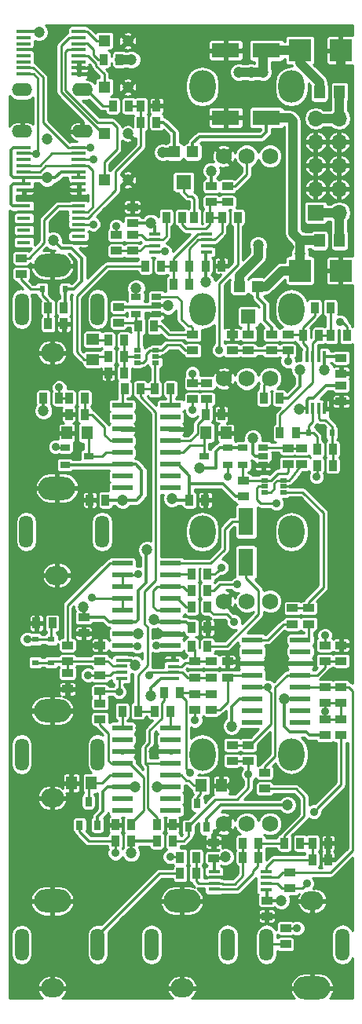
<source format=gbl>
G04 #@! TF.FileFunction,Copper,L4,Bot,Signal*
%FSLAX46Y46*%
G04 Gerber Fmt 4.6, Leading zero omitted, Abs format (unit mm)*
G04 Created by KiCad (PCBNEW 4.0.2-stable) date 2017-11-27 2:33:33 PM*
%MOMM*%
G01*
G04 APERTURE LIST*
%ADD10C,0.200000*%
%ADD11R,1.200000X1.200000*%
%ADD12C,1.200000*%
%ADD13O,4.000000X2.500000*%
%ADD14O,2.500000X2.000000*%
%ADD15O,1.500000X3.500000*%
%ADD16R,1.700000X1.700000*%
%ADD17O,1.700000X1.700000*%
%ADD18O,2.800000X3.500000*%
%ADD19C,1.750000*%
%ADD20O,2.200000X1.400000*%
%ADD21O,2.250000X1.400000*%
%ADD22R,2.199640X0.599440*%
%ADD23R,0.701040X1.000760*%
%ADD24R,1.000760X0.701040*%
%ADD25R,1.143000X1.397000*%
%ADD26R,0.800000X0.500000*%
%ADD27R,0.812800X1.143000*%
%ADD28R,1.143000X0.812800*%
%ADD29R,1.300480X0.400000*%
%ADD30R,0.400000X1.300480*%
%ADD31R,1.500000X0.450000*%
%ADD32R,1.450000X0.450000*%
%ADD33R,1.060000X0.650000*%
%ADD34R,2.999740X1.600200*%
%ADD35R,1.600200X2.999740*%
%ADD36R,2.397760X2.397760*%
%ADD37R,1.397000X1.143000*%
%ADD38R,1.600000X1.500000*%
%ADD39R,0.609600X0.762000*%
%ADD40R,0.762000X0.609600*%
%ADD41C,0.900000*%
%ADD42C,0.250000*%
%ADD43C,0.350000*%
%ADD44C,1.000000*%
%ADD45C,0.254000*%
G04 APERTURE END LIST*
D10*
D11*
X128710000Y-40730000D03*
D12*
X131250000Y-40730000D03*
D11*
X128710000Y-45730000D03*
D12*
X131250000Y-45730000D03*
D11*
X128710000Y-50730000D03*
D12*
X131250000Y-50730000D03*
D11*
X128710000Y-55730000D03*
D12*
X131250000Y-55730000D03*
D13*
X123100000Y-64950000D03*
D14*
X123100000Y-74350000D03*
D15*
X128000000Y-69650000D03*
X119800000Y-69650000D03*
D13*
X123600000Y-88950000D03*
D14*
X123600000Y-98350000D03*
D15*
X128500000Y-93650000D03*
X120300000Y-93650000D03*
D13*
X137100000Y-133450000D03*
D14*
X137100000Y-142850000D03*
D15*
X142000000Y-138150000D03*
X133800000Y-138150000D03*
D13*
X123100000Y-112950000D03*
D14*
X123100000Y-122350000D03*
D15*
X128000000Y-117650000D03*
X119800000Y-117650000D03*
D13*
X123100000Y-133460000D03*
D14*
X123100000Y-142860000D03*
D15*
X128000000Y-138160000D03*
X119800000Y-138160000D03*
D13*
X151100000Y-142850000D03*
D14*
X151100000Y-133450000D03*
D15*
X146200000Y-138150000D03*
X154400000Y-138150000D03*
D16*
X151500000Y-59250000D03*
D17*
X154040000Y-59250000D03*
X151500000Y-56710000D03*
X154040000Y-56710000D03*
X151500000Y-54170000D03*
X154040000Y-54170000D03*
X151500000Y-51630000D03*
X154040000Y-51630000D03*
X151500000Y-49090000D03*
X154040000Y-49090000D03*
D18*
X148890000Y-45650000D03*
X139290000Y-45650000D03*
D19*
X146590000Y-53150000D03*
X144090000Y-53150000D03*
X141590000Y-53150000D03*
D18*
X148890000Y-69650000D03*
X139290000Y-69650000D03*
D19*
X146590000Y-77150000D03*
X144090000Y-77150000D03*
X141590000Y-77150000D03*
D18*
X148890000Y-93650000D03*
X139290000Y-93650000D03*
D19*
X146590000Y-101150000D03*
X144090000Y-101150000D03*
X141590000Y-101150000D03*
D20*
X119850000Y-46000000D03*
X119850000Y-50500000D03*
D21*
X126350000Y-46000000D03*
X126350000Y-50500000D03*
D22*
X135848420Y-80055000D03*
X135848420Y-81325000D03*
X135848420Y-82595000D03*
X135848420Y-83865000D03*
X135848420Y-85135000D03*
X135848420Y-86405000D03*
X135848420Y-87675000D03*
X135848420Y-88945000D03*
X130651580Y-88945000D03*
X130651580Y-87675000D03*
X130651580Y-86405000D03*
X130651580Y-85135000D03*
X130651580Y-83865000D03*
X130651580Y-82595000D03*
X130651580Y-81325000D03*
X130651580Y-80055000D03*
X130651580Y-105945000D03*
X130651580Y-104675000D03*
X130651580Y-103405000D03*
X130651580Y-102135000D03*
X130651580Y-100865000D03*
X130651580Y-99595000D03*
X130651580Y-98325000D03*
X130651580Y-97055000D03*
X135848420Y-97055000D03*
X135848420Y-98325000D03*
X135848420Y-99595000D03*
X135848420Y-100865000D03*
X135848420Y-102135000D03*
X135848420Y-103405000D03*
X135848420Y-104675000D03*
X135848420Y-105945000D03*
X135848420Y-114805000D03*
X135848420Y-116075000D03*
X135848420Y-117345000D03*
X135848420Y-118615000D03*
X135848420Y-119885000D03*
X135848420Y-121155000D03*
X135848420Y-122425000D03*
X135848420Y-123695000D03*
X130651580Y-123695000D03*
X130651580Y-122425000D03*
X130651580Y-121155000D03*
X130651580Y-119885000D03*
X130651580Y-118615000D03*
X130651580Y-117345000D03*
X130651580Y-116075000D03*
X130651580Y-114805000D03*
X149848420Y-105305000D03*
X149848420Y-106575000D03*
X149848420Y-107845000D03*
X149848420Y-109115000D03*
X149848420Y-110385000D03*
X149848420Y-111655000D03*
X149848420Y-112925000D03*
X149848420Y-114195000D03*
X144651580Y-114195000D03*
X144651580Y-112925000D03*
X144651580Y-111655000D03*
X144651580Y-110385000D03*
X144651580Y-109115000D03*
X144651580Y-107845000D03*
X144651580Y-106575000D03*
X144651580Y-105305000D03*
D23*
X138750000Y-122980000D03*
X137797500Y-125520000D03*
X139702500Y-125520000D03*
X127000000Y-122730000D03*
X126047500Y-125270000D03*
X127952500Y-125270000D03*
D24*
X127020000Y-85500000D03*
X124480000Y-84547500D03*
X124480000Y-86452500D03*
X139480000Y-85500000D03*
X142020000Y-86452500D03*
X142020000Y-84547500D03*
D25*
X139670500Y-83000000D03*
X141829500Y-83000000D03*
X126829500Y-83000000D03*
X124670500Y-83000000D03*
X127329500Y-120750000D03*
X125170500Y-120750000D03*
X139170500Y-121000000D03*
X141329500Y-121000000D03*
D26*
X134250000Y-74100000D03*
X132250000Y-74750000D03*
X134250000Y-75400000D03*
X134250000Y-74750000D03*
X132250000Y-75400000D03*
X132250000Y-74100000D03*
X148000000Y-88100000D03*
X146000000Y-88750000D03*
X148000000Y-89400000D03*
X148000000Y-88750000D03*
X146000000Y-89400000D03*
X146000000Y-88100000D03*
D27*
X137100900Y-59750000D03*
X135399100Y-59750000D03*
D28*
X131750000Y-61649100D03*
X131750000Y-63350900D03*
X130000000Y-63350900D03*
X130000000Y-61649100D03*
D27*
X149350900Y-83000000D03*
X147649100Y-83000000D03*
X151649100Y-84750000D03*
X153350900Y-84750000D03*
X150149100Y-72500000D03*
X151850900Y-72500000D03*
X138149100Y-101750000D03*
X139850900Y-101750000D03*
X138149100Y-98250000D03*
X139850900Y-98250000D03*
X138149100Y-100000000D03*
X139850900Y-100000000D03*
X134399100Y-127000000D03*
X136100900Y-127000000D03*
X135850900Y-113000000D03*
X134149100Y-113000000D03*
X136100900Y-125250000D03*
X134399100Y-125250000D03*
X131350900Y-47750000D03*
X129649100Y-47750000D03*
X135149100Y-111000000D03*
X136850900Y-111000000D03*
D28*
X142000000Y-107649100D03*
X142000000Y-109350900D03*
D27*
X122649100Y-69500000D03*
X124350900Y-69500000D03*
D28*
X140250000Y-112850900D03*
X140250000Y-111149100D03*
X119750000Y-64149100D03*
X119750000Y-65850900D03*
D27*
X132649100Y-49500000D03*
X134350900Y-49500000D03*
X131600900Y-127000000D03*
X129899100Y-127000000D03*
X130649100Y-113000000D03*
X132350900Y-113000000D03*
D28*
X149000000Y-103600900D03*
X149000000Y-101899100D03*
X148250000Y-138100900D03*
X148250000Y-136399100D03*
D27*
X129899100Y-125250000D03*
X131600900Y-125250000D03*
D28*
X128250000Y-113850900D03*
X128250000Y-112149100D03*
X138500000Y-109350900D03*
X138500000Y-107649100D03*
X138500000Y-111149100D03*
X138500000Y-112850900D03*
D27*
X121399100Y-103500000D03*
X123100900Y-103500000D03*
D28*
X128250000Y-110850900D03*
X128250000Y-109149100D03*
D27*
X138149100Y-106000000D03*
X139850900Y-106000000D03*
D28*
X124750000Y-110600900D03*
X124750000Y-108899100D03*
X142500000Y-116649100D03*
X142500000Y-118350900D03*
X124750000Y-107600900D03*
X124750000Y-105899100D03*
X138250000Y-79350900D03*
X138250000Y-77649100D03*
X154250000Y-115600900D03*
X154250000Y-113899100D03*
D27*
X130350900Y-42750000D03*
X128649100Y-42750000D03*
D28*
X152500000Y-115600900D03*
X152500000Y-113899100D03*
D27*
X130899100Y-78250000D03*
X132600900Y-78250000D03*
X124899100Y-81000000D03*
X126600900Y-81000000D03*
X126600900Y-79250000D03*
X124899100Y-79250000D03*
D28*
X154250000Y-105899100D03*
X154250000Y-107600900D03*
X152500000Y-107600900D03*
X152500000Y-105899100D03*
X146000000Y-119649100D03*
X146000000Y-121350900D03*
D27*
X122149100Y-79250000D03*
X123850900Y-79250000D03*
X135850900Y-78250000D03*
X134149100Y-78250000D03*
D28*
X150750000Y-103600900D03*
X150750000Y-101899100D03*
D27*
X141350900Y-81000000D03*
X139649100Y-81000000D03*
D28*
X139750000Y-79350900D03*
X139750000Y-77649100D03*
X130250000Y-71100900D03*
X130250000Y-69399100D03*
X138250000Y-74100900D03*
X138250000Y-72399100D03*
X148750000Y-132100900D03*
X148750000Y-130399100D03*
D27*
X129149100Y-76500000D03*
X130850900Y-76500000D03*
D28*
X152500000Y-110399100D03*
X152500000Y-112100900D03*
D27*
X129149100Y-73000000D03*
X130850900Y-73000000D03*
X152850900Y-127250000D03*
X151149100Y-127250000D03*
D28*
X143750000Y-88149100D03*
X143750000Y-89850900D03*
X150000000Y-86350900D03*
X150000000Y-84649100D03*
D27*
X149850900Y-127250000D03*
X148149100Y-127250000D03*
X129149100Y-74750000D03*
X130850900Y-74750000D03*
X133149100Y-65000000D03*
X134850900Y-65000000D03*
D28*
X146750000Y-74100900D03*
X146750000Y-72399100D03*
D27*
X145350900Y-127250000D03*
X143649100Y-127250000D03*
X136149100Y-65000000D03*
X137850900Y-65000000D03*
D28*
X142500000Y-74100900D03*
X142500000Y-72399100D03*
X144250000Y-74100900D03*
X144250000Y-72399100D03*
X140250000Y-58100900D03*
X140250000Y-56399100D03*
X148500000Y-74100900D03*
X148500000Y-72399100D03*
D27*
X138600900Y-130500000D03*
X136899100Y-130500000D03*
X138600900Y-128750000D03*
X136899100Y-128750000D03*
X140100900Y-59750000D03*
X138399100Y-59750000D03*
D28*
X142000000Y-58100900D03*
X142000000Y-56399100D03*
D27*
X153350900Y-86500000D03*
X151649100Y-86500000D03*
X141399100Y-59750000D03*
X143100900Y-59750000D03*
X153149100Y-72500000D03*
X154850900Y-72500000D03*
X145899100Y-79250000D03*
X147600900Y-79250000D03*
D29*
X130556000Y-109455400D03*
X130556000Y-108820400D03*
X130556000Y-108160000D03*
X130556000Y-107525000D03*
X136144000Y-107525000D03*
X136144000Y-108172700D03*
X136144000Y-108820400D03*
X136144000Y-109468100D03*
X140556000Y-132205400D03*
X140556000Y-131570400D03*
X140556000Y-130910000D03*
X140556000Y-130275000D03*
X146144000Y-130275000D03*
X146144000Y-130922700D03*
X146144000Y-131570400D03*
X146144000Y-132218100D03*
D30*
X150544600Y-74806000D03*
X151179600Y-74806000D03*
X151840000Y-74806000D03*
X152475000Y-74806000D03*
X152475000Y-80394000D03*
X151827300Y-80394000D03*
X151179600Y-80394000D03*
X150531900Y-80394000D03*
D29*
X139694000Y-61544600D03*
X139694000Y-62179600D03*
X139694000Y-62840000D03*
X139694000Y-63475000D03*
X134106000Y-63475000D03*
X134106000Y-62827300D03*
X134106000Y-62179600D03*
X134106000Y-61531900D03*
D31*
X125950000Y-52225000D03*
X125950000Y-52875000D03*
X125950000Y-53525000D03*
X125950000Y-54175000D03*
X125950000Y-54825000D03*
X125950000Y-55475000D03*
X125950000Y-56125000D03*
X125950000Y-56775000D03*
X120050000Y-56775000D03*
X120050000Y-56125000D03*
X120050000Y-55475000D03*
X120050000Y-54825000D03*
X120050000Y-54175000D03*
X120050000Y-53525000D03*
X120050000Y-52875000D03*
X120050000Y-52225000D03*
X125950000Y-39725000D03*
X125950000Y-40375000D03*
X125950000Y-41025000D03*
X125950000Y-41675000D03*
X125950000Y-42325000D03*
X125950000Y-42975000D03*
X125950000Y-43625000D03*
X125950000Y-44275000D03*
X120050000Y-44275000D03*
X120050000Y-43625000D03*
X120050000Y-42975000D03*
X120050000Y-42325000D03*
X120050000Y-41675000D03*
X120050000Y-41025000D03*
X120050000Y-40375000D03*
X120050000Y-39725000D03*
D32*
X125950000Y-58550000D03*
X125950000Y-59200000D03*
X125950000Y-59850000D03*
X125950000Y-60500000D03*
X125950000Y-61150000D03*
X125950000Y-61800000D03*
X125950000Y-62450000D03*
X120050000Y-62450000D03*
X120050000Y-61800000D03*
X120050000Y-61150000D03*
X120050000Y-60500000D03*
X120050000Y-59850000D03*
X120050000Y-59200000D03*
X120050000Y-58550000D03*
D18*
X148890000Y-117650000D03*
X139290000Y-117650000D03*
D19*
X146590000Y-125150000D03*
X144090000Y-125150000D03*
X141590000Y-125150000D03*
D33*
X134350000Y-68300000D03*
X134350000Y-69250000D03*
X134350000Y-70200000D03*
X132150000Y-70200000D03*
X132150000Y-68300000D03*
X145850000Y-84550000D03*
X145850000Y-85500000D03*
X145850000Y-86450000D03*
X143650000Y-86450000D03*
X143650000Y-84550000D03*
D34*
X141800360Y-49000000D03*
X146199640Y-49000000D03*
X146199640Y-41750000D03*
X141800360Y-41750000D03*
D35*
X144000000Y-96949640D03*
X144000000Y-92550360D03*
D36*
X149800360Y-65500000D03*
X154199640Y-65500000D03*
X154199640Y-41750000D03*
X149800360Y-41750000D03*
D37*
X127500000Y-72920500D03*
X127500000Y-75079500D03*
D25*
X151920500Y-46250000D03*
X154079500Y-46250000D03*
X151920500Y-62250000D03*
X154079500Y-62250000D03*
D38*
X144250000Y-70450000D03*
D11*
X143250000Y-67200000D03*
X145250000Y-67200000D03*
D38*
X137250000Y-55950000D03*
D11*
X136250000Y-52700000D03*
X138250000Y-52700000D03*
D27*
X136149100Y-67000000D03*
X137850900Y-67000000D03*
X151399100Y-69500000D03*
X153100900Y-69500000D03*
X139600900Y-90250000D03*
X137899100Y-90250000D03*
X128850900Y-90250000D03*
X127149100Y-90250000D03*
X122649100Y-71250000D03*
X124350900Y-71250000D03*
X132649100Y-47750000D03*
X134350900Y-47750000D03*
D28*
X126500000Y-104600900D03*
X126500000Y-102899100D03*
D27*
X138149100Y-104000000D03*
X139850900Y-104000000D03*
D28*
X154250000Y-76600900D03*
X154250000Y-74899100D03*
X154250000Y-77899100D03*
X154250000Y-79600900D03*
X140500000Y-127149100D03*
X140500000Y-128850900D03*
X146250000Y-133399100D03*
X146250000Y-135100900D03*
D27*
X141350900Y-65000000D03*
X139649100Y-65000000D03*
D28*
X131750000Y-60350900D03*
X131750000Y-58649100D03*
X140250000Y-109350900D03*
X140250000Y-107649100D03*
X128250000Y-107600900D03*
X128250000Y-105899100D03*
X144250000Y-118350900D03*
X144250000Y-116649100D03*
D27*
X134100900Y-71500000D03*
X132399100Y-71500000D03*
X151149100Y-129000000D03*
X152850900Y-129000000D03*
D28*
X154250000Y-112100900D03*
X154250000Y-110399100D03*
X148500000Y-84649100D03*
X148500000Y-86350900D03*
D27*
X145350900Y-128750000D03*
X143649100Y-128750000D03*
D39*
X150755400Y-83000000D03*
X153244600Y-83000000D03*
X122005400Y-67500000D03*
X124494600Y-67500000D03*
D40*
X121300000Y-107744600D03*
X121300000Y-105255400D03*
X123000000Y-105255400D03*
X123000000Y-107744600D03*
D41*
X142700000Y-103350000D03*
X152500000Y-113000000D03*
X123500000Y-84500000D03*
D12*
X141800000Y-40000000D03*
X154200000Y-44100000D03*
X153350000Y-88700000D03*
X140950000Y-90250019D03*
X134472337Y-104615347D03*
X132600000Y-82600000D03*
X137750000Y-82600000D03*
X122000000Y-57250000D03*
X136150000Y-71300000D03*
X135562999Y-74814910D03*
X152900000Y-125850000D03*
X154700000Y-68100000D03*
X141800000Y-62900000D03*
X134746930Y-107566809D03*
X142300000Y-130650000D03*
X142300000Y-71100000D03*
X127350000Y-44400000D03*
X121538009Y-41678281D03*
X146450000Y-107850000D03*
X141200000Y-104450000D03*
X126500000Y-105900000D03*
X137765870Y-121867016D03*
X132601402Y-114800000D03*
X142550000Y-121050000D03*
X147000000Y-86450000D03*
X134100000Y-117350000D03*
D41*
X144250000Y-119800000D03*
X143050000Y-99350000D03*
X146350000Y-110400000D03*
X126950000Y-109100000D03*
X133535777Y-109110124D03*
X149500000Y-136400000D03*
D12*
X142450000Y-114600000D03*
X132400000Y-104650000D03*
X130700000Y-90250000D03*
X131999967Y-121150000D03*
X134044834Y-103133633D03*
X140250000Y-54750000D03*
X133750000Y-111375020D03*
X145300000Y-62750000D03*
X122527738Y-55500000D03*
X148450000Y-123100000D03*
X133750000Y-60350000D03*
X132150000Y-67400000D03*
X149750000Y-80400000D03*
X139000000Y-86750000D03*
X134999992Y-52750000D03*
X123225020Y-62272237D03*
X122527738Y-51306624D03*
X147800000Y-133400000D03*
X143200000Y-44100000D03*
X144550000Y-44100000D03*
X121700000Y-39800000D03*
X131650000Y-42750000D03*
X145850000Y-44100000D03*
X134400000Y-121200000D03*
X141735565Y-128704760D03*
X126465394Y-101751952D03*
X122150000Y-80600000D03*
X135550000Y-69300000D03*
X139650000Y-66750000D03*
X131600000Y-128300000D03*
X144749987Y-83594430D03*
X133300000Y-95600000D03*
X132056242Y-108000000D03*
X149800000Y-76200000D03*
X136000000Y-90094744D03*
X148150000Y-111650000D03*
X152472460Y-76188006D03*
X149800360Y-62200000D03*
X149800360Y-63650000D03*
D41*
X120400002Y-105250000D03*
X138500000Y-114000000D03*
X151599996Y-87700000D03*
X130000000Y-60700000D03*
X141100000Y-74050002D03*
X148500000Y-75249994D03*
X147250000Y-90600000D03*
X142000000Y-87699980D03*
X152500000Y-104850000D03*
X123850000Y-78100000D03*
X137976943Y-119674980D03*
X129900000Y-128300000D03*
X154150002Y-71050000D03*
X135800000Y-128700000D03*
X138200000Y-76600000D03*
X150550000Y-131600000D03*
X127340414Y-100787720D03*
X151300000Y-123849994D03*
X138200000Y-80550000D03*
X132374980Y-98231268D03*
X130300000Y-110900000D03*
X141350000Y-97500000D03*
X135250016Y-63450014D03*
X132307775Y-105999988D03*
X127189176Y-52221971D03*
X134332839Y-105907853D03*
X121325180Y-52917000D03*
X127514197Y-60500000D03*
X127514197Y-53500000D03*
D42*
X150250000Y-122250000D02*
X149350900Y-121350900D01*
X149350900Y-121350900D02*
X146000000Y-121350900D01*
X150250000Y-124327600D02*
X150250000Y-122250000D01*
X148149100Y-127250000D02*
X148149100Y-126428500D01*
X148149100Y-126428500D02*
X150250000Y-124327600D01*
X148149100Y-127250000D02*
X145350900Y-127250000D01*
X140556000Y-132205400D02*
X143044600Y-132205400D01*
X143044600Y-132205400D02*
X144750000Y-130500000D01*
X145350900Y-128899100D02*
X145350900Y-128750000D01*
X144750000Y-130500000D02*
X144750000Y-130250000D01*
X144750000Y-130250000D02*
X145168759Y-129831241D01*
X145168759Y-129831241D02*
X145168759Y-129814999D01*
X145168759Y-129814999D02*
X145233759Y-129749999D01*
X145233759Y-129749999D02*
X145250000Y-129749999D01*
X145250000Y-129749999D02*
X145250000Y-129000000D01*
X145250000Y-129000000D02*
X145350900Y-128899100D01*
X145350900Y-127250000D02*
X145350900Y-128750000D01*
X141456240Y-131570400D02*
X140556000Y-131570400D01*
X141510842Y-131625002D02*
X141456240Y-131570400D01*
X142768002Y-131625002D02*
X141510842Y-131625002D01*
X143649100Y-128750000D02*
X143649100Y-130743904D01*
X143649100Y-130743904D02*
X142768002Y-131625002D01*
X143649100Y-127250000D02*
X143649100Y-128750000D01*
X138600900Y-130500000D02*
X138600900Y-131321500D01*
X138600900Y-131321500D02*
X138849800Y-131570400D01*
X138849800Y-131570400D02*
X139655760Y-131570400D01*
X139655760Y-131570400D02*
X140556000Y-131570400D01*
X138600900Y-128750000D02*
X138600900Y-130500000D01*
X145850000Y-84550000D02*
X148400900Y-84550000D01*
X148400900Y-84550000D02*
X148500000Y-84649100D01*
X150000000Y-84649100D02*
X148500000Y-84649100D01*
X149650900Y-84300000D02*
X150000000Y-84649100D01*
X145850900Y-84549100D02*
X145850000Y-84550000D01*
X148350000Y-87350000D02*
X148500000Y-87200000D01*
X148500000Y-87200000D02*
X148500000Y-86350900D01*
X147400000Y-87350000D02*
X148350000Y-87350000D01*
X146000000Y-88100000D02*
X146650000Y-88100000D01*
X146650000Y-88100000D02*
X147400000Y-87350000D01*
X146000000Y-88100000D02*
X143799100Y-88100000D01*
X143799100Y-88100000D02*
X143750000Y-88149100D01*
X143650000Y-86450000D02*
X143650000Y-88049100D01*
X143650000Y-88049100D02*
X143750000Y-88149100D01*
X142250001Y-102900001D02*
X142700000Y-103350000D01*
X139850900Y-101750000D02*
X139850900Y-101915100D01*
X139850900Y-101915100D02*
X140507300Y-102571500D01*
X140507300Y-102571500D02*
X141921500Y-102571500D01*
X141921500Y-102571500D02*
X142250001Y-102900001D01*
X152500000Y-113000000D02*
X152500000Y-113899100D01*
X152500000Y-113000000D02*
X152500000Y-112100900D01*
X124480000Y-84547500D02*
X123547500Y-84547500D01*
X123547500Y-84547500D02*
X123500000Y-84500000D01*
X154250000Y-113899100D02*
X152500000Y-113899100D01*
X154250000Y-112100900D02*
X154250000Y-113899100D01*
X152500000Y-112100900D02*
X154250000Y-112100900D01*
X148750000Y-130399100D02*
X149571500Y-130399100D01*
X149571500Y-130399100D02*
X149572400Y-130400000D01*
X149572400Y-130400000D02*
X153103802Y-130400000D01*
X153103802Y-130400000D02*
X155500000Y-128003802D01*
X155500000Y-128003802D02*
X155500000Y-110827600D01*
X155500000Y-110827600D02*
X155071500Y-110399100D01*
X155071500Y-110399100D02*
X154250000Y-110399100D01*
X148750000Y-130399100D02*
X147928500Y-130399100D01*
X147928500Y-130399100D02*
X147404900Y-130922700D01*
X147404900Y-130922700D02*
X147044240Y-130922700D01*
X147044240Y-130922700D02*
X146144000Y-130922700D01*
X152500000Y-110399100D02*
X149862520Y-110399100D01*
X149862520Y-110399100D02*
X149848420Y-110385000D01*
X152500000Y-110399100D02*
X154250000Y-110399100D01*
X146144000Y-130275000D02*
X146144000Y-129825000D01*
X146144000Y-129825000D02*
X146969000Y-129000000D01*
X146969000Y-129000000D02*
X150492700Y-129000000D01*
X150492700Y-129000000D02*
X151149100Y-129000000D01*
X151149100Y-129000000D02*
X151149100Y-127250000D01*
X149850900Y-127250000D02*
X151149100Y-127250000D01*
D43*
X141800360Y-41750000D02*
X141800360Y-40000360D01*
X141800360Y-40000360D02*
X141800000Y-40000000D01*
D44*
X154199640Y-41750000D02*
X154199640Y-44099640D01*
X154199640Y-44099640D02*
X154200000Y-44100000D01*
D42*
X148000000Y-88750000D02*
X153300000Y-88750000D01*
X153300000Y-88750000D02*
X153350000Y-88700000D01*
D43*
X139600900Y-90250000D02*
X140949981Y-90250000D01*
X140949981Y-90250000D02*
X140950000Y-90250019D01*
X135320865Y-104615347D02*
X134472337Y-104615347D01*
X135848420Y-104675000D02*
X135788767Y-104615347D01*
X135788767Y-104615347D02*
X135320865Y-104615347D01*
X130651580Y-82595000D02*
X132595000Y-82595000D01*
X132595000Y-82595000D02*
X132600000Y-82600000D01*
X135848420Y-82595000D02*
X137745000Y-82595000D01*
X137745000Y-82595000D02*
X137750000Y-82600000D01*
X121525000Y-56775000D02*
X122000000Y-57250000D01*
X120050000Y-56775000D02*
X121525000Y-56775000D01*
X134350000Y-70200000D02*
X135050000Y-70200000D01*
X135050000Y-70200000D02*
X136150000Y-71300000D01*
D42*
X135498089Y-74750000D02*
X135562999Y-74814910D01*
X134250000Y-74750000D02*
X135498089Y-74750000D01*
D43*
X152850900Y-127250000D02*
X152850900Y-125899100D01*
X152850900Y-125899100D02*
X152900000Y-125850000D01*
X125950000Y-56775000D02*
X125950000Y-56125000D01*
X120050000Y-56775000D02*
X121150000Y-56775000D01*
X121150000Y-56775000D02*
X125950000Y-56775000D01*
X154199640Y-65500000D02*
X154199640Y-67599640D01*
X154199640Y-67599640D02*
X154700000Y-68100000D01*
X139694000Y-62840000D02*
X141740000Y-62840000D01*
X141740000Y-62840000D02*
X141800000Y-62900000D01*
X141350900Y-65000000D02*
X141350900Y-63349100D01*
X141350900Y-63349100D02*
X141800000Y-62900000D01*
X137545000Y-82595000D02*
X137550000Y-82600000D01*
X136144000Y-107525000D02*
X134788739Y-107525000D01*
X134788739Y-107525000D02*
X134746930Y-107566809D01*
X140556000Y-130910000D02*
X142040000Y-130910000D01*
X142040000Y-130910000D02*
X142300000Y-130650000D01*
X154000000Y-80800000D02*
X154250000Y-80550000D01*
X154250000Y-80550000D02*
X154250000Y-79600900D01*
X153431000Y-80800000D02*
X154000000Y-80800000D01*
X152475000Y-80394000D02*
X153025000Y-80394000D01*
X153025000Y-80394000D02*
X153431000Y-80800000D01*
X151840000Y-73805760D02*
X152095760Y-73550000D01*
X142500000Y-72399100D02*
X142500000Y-71300000D01*
X142500000Y-71300000D02*
X142300000Y-71100000D01*
X125950000Y-44275000D02*
X127225000Y-44275000D01*
X127225000Y-44275000D02*
X127350000Y-44400000D01*
X125950000Y-43625000D02*
X125950000Y-42975000D01*
X120050000Y-41675000D02*
X121534728Y-41675000D01*
X121534728Y-41675000D02*
X121538009Y-41678281D01*
X129150000Y-59550000D02*
X130050900Y-58649100D01*
X130050900Y-58649100D02*
X131750000Y-58649100D01*
X129150000Y-60325000D02*
X129150000Y-59550000D01*
X125950000Y-62450000D02*
X127025000Y-62450000D01*
X127025000Y-62450000D02*
X129150000Y-60325000D01*
X125950000Y-61150000D02*
X124875000Y-61150000D01*
X124875000Y-61150000D02*
X124650000Y-61375000D01*
X124650000Y-61375000D02*
X124650000Y-62225000D01*
X124650000Y-62225000D02*
X124875000Y-62450000D01*
X124875000Y-62450000D02*
X125950000Y-62450000D01*
X121450000Y-61550000D02*
X121200000Y-61800000D01*
X121200000Y-61800000D02*
X120050000Y-61800000D01*
X121450000Y-60825000D02*
X121450000Y-61550000D01*
X121125000Y-60500000D02*
X121450000Y-60825000D01*
X120050000Y-59200000D02*
X121125000Y-59200000D01*
X121125000Y-59200000D02*
X121400000Y-59475000D01*
X121400000Y-59475000D02*
X121400000Y-60225000D01*
X121400000Y-60225000D02*
X121125000Y-60500000D01*
X121125000Y-60500000D02*
X120050000Y-60500000D01*
X144651580Y-107845000D02*
X146445000Y-107845000D01*
X146445000Y-107845000D02*
X146450000Y-107850000D01*
X139850900Y-104000000D02*
X140750000Y-104000000D01*
X140750000Y-104000000D02*
X141200000Y-104450000D01*
X126500000Y-104600900D02*
X126500000Y-105900000D01*
X136100900Y-125250000D02*
X137021979Y-125250000D01*
X137021979Y-125250000D02*
X137021979Y-124679619D01*
X137021979Y-124679619D02*
X137106979Y-124594619D01*
X137106979Y-124594619D02*
X137755381Y-124594619D01*
X137755381Y-124594619D02*
X137765870Y-124584130D01*
X137765870Y-124584130D02*
X137765870Y-121867016D01*
X131955000Y-117345000D02*
X132601402Y-116698598D01*
X130651580Y-117345000D02*
X131955000Y-117345000D01*
X132601402Y-116698598D02*
X132601402Y-114800000D01*
X141329500Y-121000000D02*
X142500000Y-121000000D01*
X142500000Y-121000000D02*
X142550000Y-121050000D01*
X145850000Y-86450000D02*
X147000000Y-86450000D01*
X151840000Y-74806000D02*
X151840000Y-73805760D01*
X151840000Y-73805760D02*
X151915001Y-73730759D01*
X151915001Y-73730759D02*
X154824561Y-73730759D01*
X154824561Y-73730759D02*
X155375000Y-74281198D01*
X155375000Y-74281198D02*
X155375000Y-76576800D01*
X155375000Y-76576800D02*
X155350900Y-76600900D01*
X155350900Y-76600900D02*
X154250000Y-76600900D01*
X141678000Y-81077100D02*
X141600900Y-81000000D01*
X134105000Y-117345000D02*
X134100000Y-117350000D01*
X135848420Y-117345000D02*
X134105000Y-117345000D01*
D42*
X135000000Y-71750000D02*
X135000000Y-71742700D01*
X135000000Y-71742700D02*
X134757300Y-71500000D01*
X134757300Y-71500000D02*
X134100900Y-71500000D01*
X135649100Y-72399100D02*
X135000000Y-71750000D01*
X138250000Y-72399100D02*
X135649100Y-72399100D01*
X138007300Y-71500000D02*
X137750000Y-71500000D01*
X137750000Y-71500000D02*
X137000000Y-70750000D01*
X138250000Y-72399100D02*
X138250000Y-71742700D01*
X138250000Y-71742700D02*
X138007300Y-71500000D01*
X137000000Y-68750000D02*
X137000000Y-70750000D01*
X136550000Y-68300000D02*
X137000000Y-68750000D01*
X134350000Y-68300000D02*
X136550000Y-68300000D01*
X138149100Y-72500000D02*
X138250000Y-72399100D01*
X130250000Y-71100900D02*
X132000000Y-71100900D01*
X132000000Y-71100900D02*
X132399100Y-71500000D01*
X132399100Y-71500000D02*
X132399100Y-73950900D01*
X132399100Y-73950900D02*
X132250000Y-74100000D01*
X132150000Y-70200000D02*
X132150000Y-71250900D01*
X132150000Y-71250900D02*
X132399100Y-71500000D01*
X137215000Y-85135000D02*
X138000000Y-84350000D01*
X135848420Y-85135000D02*
X137215000Y-85135000D01*
X138000000Y-84350000D02*
X139480000Y-84350000D01*
X139480000Y-85500000D02*
X139480000Y-84350000D01*
X139480000Y-84350000D02*
X139480000Y-83190500D01*
X139480000Y-83190500D02*
X139670500Y-83000000D01*
X128500000Y-85500000D02*
X128865000Y-85135000D01*
X128865000Y-85135000D02*
X130651580Y-85135000D01*
X127020000Y-85500000D02*
X128500000Y-85500000D01*
X127020000Y-85500000D02*
X127020000Y-83190500D01*
X127020000Y-83190500D02*
X126829500Y-83000000D01*
X129851480Y-85135000D02*
X130651580Y-85135000D01*
X144250000Y-121250000D02*
X144250000Y-119800000D01*
X144250000Y-119007300D02*
X144250000Y-119800000D01*
X139850900Y-100000000D02*
X140507300Y-100000000D01*
X140507300Y-100000000D02*
X141157300Y-99350000D01*
X141157300Y-99350000D02*
X143050000Y-99350000D01*
X144250000Y-118350900D02*
X142500000Y-118350900D01*
X144250000Y-119007300D02*
X144250000Y-118350900D01*
X143000011Y-122499989D02*
X144250000Y-121250000D01*
X140667651Y-122499989D02*
X143000011Y-122499989D01*
X137797500Y-125370140D02*
X140667651Y-122499989D01*
X137797500Y-125520000D02*
X137797500Y-125370140D01*
X137250000Y-127000000D02*
X137797500Y-126452500D01*
X137797500Y-126452500D02*
X137797500Y-125520000D01*
X136100900Y-127000000D02*
X137250000Y-127000000D01*
X146350000Y-110400000D02*
X144666580Y-110400000D01*
X144666580Y-110400000D02*
X144651580Y-110385000D01*
X128250000Y-109149100D02*
X126999100Y-109149100D01*
X126999100Y-109149100D02*
X126950000Y-109100000D01*
X129326160Y-109150000D02*
X129325260Y-109149100D01*
X129325260Y-109149100D02*
X128250000Y-109149100D01*
X130556000Y-108820400D02*
X129655760Y-108820400D01*
X129655760Y-108820400D02*
X129326160Y-109150000D01*
X144250000Y-116649100D02*
X144415100Y-116649100D01*
X144415100Y-116649100D02*
X146650000Y-114414200D01*
X146650000Y-114414200D02*
X146650000Y-111000000D01*
X146650000Y-111000000D02*
X146035000Y-110385000D01*
X146035000Y-110385000D02*
X144651580Y-110385000D01*
X144250000Y-116649100D02*
X142500000Y-116649100D01*
X128250000Y-107600900D02*
X124750000Y-107600900D01*
X124750000Y-108899100D02*
X124750000Y-107600900D01*
X121300000Y-107744600D02*
X123000000Y-107744600D01*
X124750000Y-107600900D02*
X123143700Y-107600900D01*
X123143700Y-107600900D02*
X123000000Y-107744600D01*
X128250000Y-107600900D02*
X129071500Y-107600900D01*
X129071500Y-107600900D02*
X129630600Y-108160000D01*
X129630600Y-108160000D02*
X129655760Y-108160000D01*
X129655760Y-108160000D02*
X130556000Y-108160000D01*
X139850900Y-106000000D02*
X141900000Y-106000000D01*
X141900000Y-106000000D02*
X145350000Y-102550000D01*
X145350000Y-100000000D02*
X144000000Y-98650000D01*
X145350000Y-102550000D02*
X145350000Y-100000000D01*
X144000000Y-98650000D02*
X144000000Y-96949640D01*
X144000000Y-92550360D02*
X142499640Y-92550360D01*
X142499640Y-92550360D02*
X141700000Y-93350000D01*
X137198240Y-97055000D02*
X135848420Y-97055000D01*
X141700000Y-93350000D02*
X141700000Y-95550000D01*
X141700000Y-95550000D02*
X140195000Y-97055000D01*
X140195000Y-97055000D02*
X137198240Y-97055000D01*
X136144000Y-108820400D02*
X133825501Y-108820400D01*
X133825501Y-108820400D02*
X133535777Y-109110124D01*
X149500000Y-136400000D02*
X148250900Y-136400000D01*
X148250900Y-136400000D02*
X148250000Y-136399100D01*
X138500000Y-109350900D02*
X140250000Y-109350900D01*
X138500000Y-109350900D02*
X137678500Y-109350900D01*
X137678500Y-109350900D02*
X137148000Y-108820400D01*
X137148000Y-108820400D02*
X137044240Y-108820400D01*
X137044240Y-108820400D02*
X136144000Y-108820400D01*
X138500000Y-107649100D02*
X138500000Y-106350900D01*
X138500000Y-106350900D02*
X138149100Y-106000000D01*
X136144000Y-108172700D02*
X137044240Y-108172700D01*
X137044240Y-108172700D02*
X137466940Y-107750000D01*
X137466940Y-107750000D02*
X138000000Y-107750000D01*
X138500000Y-107649100D02*
X140250000Y-107649100D01*
D43*
X130700000Y-90250000D02*
X132200000Y-90250000D01*
X132200000Y-90250000D02*
X132750000Y-89700000D01*
X132750000Y-89700000D02*
X132750000Y-87053600D01*
X132750000Y-87053600D02*
X132101400Y-86405000D01*
X132101400Y-86405000D02*
X130651580Y-86405000D01*
D44*
X149800360Y-41750000D02*
X149800360Y-43100360D01*
X149800360Y-43100360D02*
X151920500Y-45220500D01*
X151920500Y-45220500D02*
X151920500Y-46250000D01*
X143250000Y-67200000D02*
X143250000Y-66050000D01*
X143250000Y-66050000D02*
X145300000Y-64000000D01*
X145300000Y-64000000D02*
X145300000Y-63598528D01*
X145300000Y-63598528D02*
X145300000Y-62750000D01*
D43*
X144651580Y-111655000D02*
X143295000Y-111655000D01*
X143295000Y-111655000D02*
X142450000Y-112500000D01*
X142450000Y-112500000D02*
X142450000Y-113751472D01*
X142450000Y-113751472D02*
X142450000Y-114600000D01*
X130651580Y-104675000D02*
X132375000Y-104675000D01*
X132375000Y-104675000D02*
X132400000Y-104650000D01*
X130700000Y-90250000D02*
X128850900Y-90250000D01*
X124480000Y-86452500D02*
X130604080Y-86452500D01*
X130604080Y-86452500D02*
X130651580Y-86405000D01*
X130651580Y-121155000D02*
X130656580Y-121150000D01*
X130656580Y-121150000D02*
X131151439Y-121150000D01*
X131151439Y-121150000D02*
X131999967Y-121150000D01*
X134316201Y-103405000D02*
X134044834Y-103133633D01*
X135848420Y-103405000D02*
X134316201Y-103405000D01*
X146250000Y-133399100D02*
X147799100Y-133399100D01*
X147799100Y-133399100D02*
X147800000Y-133400000D01*
X140250000Y-56399100D02*
X140250000Y-54750000D01*
X133750000Y-110526492D02*
X133750000Y-111375020D01*
X134808392Y-109468100D02*
X133750000Y-110526492D01*
X136144000Y-109468100D02*
X134808392Y-109468100D01*
X134350900Y-49500000D02*
X135107300Y-49500000D01*
X135107300Y-49500000D02*
X136250000Y-50642700D01*
X136250000Y-50642700D02*
X136250000Y-51750000D01*
X136250000Y-51750000D02*
X136250000Y-52700000D01*
X126300000Y-66600000D02*
X125400000Y-67500000D01*
X125400000Y-67500000D02*
X124494600Y-67500000D01*
X126300000Y-64200000D02*
X126300000Y-66600000D01*
X125200001Y-63100001D02*
X126300000Y-64200000D01*
X123225020Y-62272237D02*
X124052784Y-63100001D01*
X124052784Y-63100001D02*
X125200001Y-63100001D01*
X120050000Y-56125000D02*
X118950000Y-56125000D01*
X118950000Y-56125000D02*
X118650000Y-56425000D01*
X118650000Y-56425000D02*
X118650000Y-58350000D01*
X118850000Y-58550000D02*
X120050000Y-58550000D01*
X118650000Y-58350000D02*
X118850000Y-58550000D01*
X120050000Y-52225000D02*
X118950000Y-52225000D01*
X118950000Y-52225000D02*
X118650000Y-52525000D01*
X118650000Y-52525000D02*
X118650000Y-55175000D01*
X118650000Y-55175000D02*
X118950000Y-55475000D01*
X118950000Y-55475000D02*
X120050000Y-55475000D01*
X122527738Y-55500000D02*
X123376266Y-55500000D01*
X123376266Y-55500000D02*
X124051266Y-54825000D01*
X124051266Y-54825000D02*
X124850000Y-54825000D01*
X124850000Y-54825000D02*
X125950000Y-54825000D01*
X120050000Y-55475000D02*
X122502738Y-55475000D01*
X122502738Y-55475000D02*
X122527738Y-55500000D01*
X139702500Y-124669620D02*
X141272120Y-123100000D01*
X147601472Y-123100000D02*
X148450000Y-123100000D01*
X141272120Y-123100000D02*
X147601472Y-123100000D01*
X139702500Y-125520000D02*
X139702500Y-124669620D01*
X128550000Y-121700000D02*
X129095000Y-121155000D01*
X129095000Y-121155000D02*
X130651580Y-121155000D01*
X128550000Y-123822120D02*
X128550000Y-121700000D01*
X127952500Y-125270000D02*
X127952500Y-124419620D01*
X127952500Y-124419620D02*
X128550000Y-123822120D01*
X146250000Y-133399100D02*
X146250000Y-132324100D01*
X146250000Y-132324100D02*
X146144000Y-132218100D01*
X134106000Y-61531900D02*
X134106000Y-60706000D01*
X134106000Y-60706000D02*
X133750000Y-60350000D01*
X131750000Y-60350900D02*
X133749100Y-60350900D01*
X133749100Y-60350900D02*
X133750000Y-60350000D01*
X132150000Y-68300000D02*
X132150000Y-67400000D01*
X135848420Y-103405000D02*
X137554100Y-103405000D01*
X137554100Y-103405000D02*
X138149100Y-104000000D01*
X150531900Y-80394000D02*
X149756000Y-80394000D01*
X149756000Y-80394000D02*
X149750000Y-80400000D01*
X140750000Y-86750000D02*
X139000000Y-86750000D01*
X140750000Y-84967120D02*
X140750000Y-86750000D01*
X142020000Y-84547500D02*
X141169620Y-84547500D01*
X141169620Y-84547500D02*
X140750000Y-84967120D01*
X154250000Y-77899100D02*
X152600900Y-77899100D01*
X152600900Y-77899100D02*
X151250000Y-79250000D01*
X151250000Y-79250000D02*
X150750000Y-79250000D01*
X150750000Y-79250000D02*
X150531900Y-79468100D01*
X150531900Y-79468100D02*
X150531900Y-80394000D01*
X143650000Y-84550000D02*
X142022500Y-84550000D01*
X142022500Y-84550000D02*
X142020000Y-84547500D01*
D44*
X135848520Y-52750000D02*
X134999992Y-52750000D01*
X136200000Y-52750000D02*
X135848520Y-52750000D01*
X136250000Y-52700000D02*
X136200000Y-52750000D01*
D43*
X124350900Y-69500000D02*
X124500000Y-69350900D01*
X124500000Y-69350900D02*
X124500000Y-68429400D01*
X124500000Y-68429400D02*
X124494600Y-68424000D01*
X124494600Y-68424000D02*
X124494600Y-67500000D01*
X125950000Y-54825000D02*
X125950000Y-55475000D01*
X120050000Y-55475000D02*
X120050000Y-56125000D01*
X120050000Y-39725000D02*
X121625000Y-39725000D01*
X121625000Y-39725000D02*
X121700000Y-39800000D01*
D44*
X144550000Y-44100000D02*
X143200000Y-44100000D01*
X145850000Y-44100000D02*
X144550000Y-44100000D01*
X130350900Y-42750000D02*
X131650000Y-42750000D01*
X145850000Y-44100000D02*
X145850000Y-42099640D01*
X145850000Y-42099640D02*
X146199640Y-41750000D01*
X149800360Y-41750000D02*
X146199640Y-41750000D01*
X149050000Y-60700000D02*
X149050000Y-61449640D01*
X149050000Y-61449640D02*
X149800360Y-62200000D01*
X149050000Y-60700000D02*
X149050000Y-49350490D01*
X149050000Y-49350490D02*
X148699510Y-49000000D01*
X148699510Y-49000000D02*
X146199640Y-49000000D01*
D43*
X135803420Y-121200000D02*
X135248528Y-121200000D01*
X135248528Y-121200000D02*
X134400000Y-121200000D01*
X135848420Y-121155000D02*
X135803420Y-121200000D01*
X141589425Y-128850900D02*
X141735565Y-128704760D01*
X140500000Y-128850900D02*
X141589425Y-128850900D01*
X126500000Y-102899100D02*
X126500000Y-101786558D01*
X126500000Y-101786558D02*
X126465394Y-101751952D01*
X122149100Y-79250000D02*
X122149100Y-80599100D01*
X122149100Y-80599100D02*
X122150000Y-80600000D01*
X149848420Y-111655000D02*
X148155000Y-111655000D01*
X148155000Y-111655000D02*
X148150000Y-111650000D01*
D44*
X145250000Y-67200000D02*
X146150000Y-67200000D01*
X146150000Y-67200000D02*
X147850000Y-65500000D01*
X147850000Y-65500000D02*
X149800360Y-65500000D01*
D43*
X135500000Y-69250000D02*
X135550000Y-69300000D01*
X134350000Y-69250000D02*
X135500000Y-69250000D01*
X139649100Y-65000000D02*
X139649100Y-66749100D01*
X139649100Y-66749100D02*
X139650000Y-66750000D01*
X139649100Y-65000000D02*
X139649100Y-63519900D01*
X139649100Y-63519900D02*
X139694000Y-63475000D01*
X145700000Y-51050000D02*
X146199640Y-50550360D01*
X146199640Y-50550360D02*
X146199640Y-49000000D01*
X138950000Y-51050000D02*
X145700000Y-51050000D01*
X138250000Y-52700000D02*
X138250000Y-51750000D01*
X138250000Y-51750000D02*
X138950000Y-51050000D01*
X148150000Y-111650000D02*
X148150000Y-114661122D01*
X148150000Y-114661122D02*
X148738878Y-115250000D01*
X148738878Y-115250000D02*
X150500000Y-115250000D01*
X150850900Y-115600900D02*
X152500000Y-115600900D01*
X150500000Y-115250000D02*
X150850900Y-115600900D01*
X131600000Y-128300000D02*
X131600000Y-127000900D01*
X131600000Y-127000900D02*
X131600900Y-127000000D01*
X134399100Y-127000000D02*
X131600900Y-127000000D01*
X140556000Y-130275000D02*
X140556000Y-128906900D01*
X140556000Y-128906900D02*
X140500000Y-128850900D01*
X144700000Y-83644417D02*
X144749987Y-83594430D01*
X144700000Y-85230000D02*
X144700000Y-83644417D01*
X145850000Y-85500000D02*
X144970000Y-85500000D01*
X144970000Y-85500000D02*
X144700000Y-85230000D01*
X152475000Y-74806000D02*
X152475000Y-76185466D01*
X152475000Y-76185466D02*
X152472460Y-76188006D01*
X133250000Y-99150000D02*
X133250000Y-95650000D01*
X133250000Y-95650000D02*
X133300000Y-95600000D01*
X132400000Y-100000000D02*
X133250000Y-99150000D01*
X132400000Y-100100000D02*
X132400000Y-100000000D01*
X132400000Y-100100000D02*
X132400000Y-100050000D01*
X132400000Y-103106400D02*
X132400000Y-100100000D01*
X130651580Y-103405000D02*
X132101400Y-103405000D01*
X132101400Y-103405000D02*
X132400000Y-103106400D01*
X130651580Y-103405000D02*
X129201760Y-103405000D01*
X129201760Y-103405000D02*
X128695860Y-102899100D01*
X128695860Y-102899100D02*
X126500000Y-102899100D01*
X130556000Y-107525000D02*
X131581242Y-107525000D01*
X131581242Y-107525000D02*
X132056242Y-108000000D01*
X147600900Y-79250000D02*
X148550000Y-79250000D01*
X148550000Y-79250000D02*
X149800000Y-78000000D01*
X149800000Y-78000000D02*
X149800000Y-76200000D01*
X137899100Y-87655580D02*
X137899100Y-88500000D01*
X135848420Y-86405000D02*
X136648520Y-86405000D01*
X136648520Y-86405000D02*
X137899100Y-87655580D01*
X137899100Y-88500000D02*
X137899100Y-89328500D01*
X143750000Y-89850900D02*
X142828500Y-89850900D01*
X142828500Y-89850900D02*
X141477600Y-88500000D01*
X141477600Y-88500000D02*
X137899100Y-88500000D01*
X137899100Y-90250000D02*
X136155256Y-90250000D01*
X136155256Y-90250000D02*
X136000000Y-90094744D01*
X137899100Y-89328500D02*
X137899100Y-90250000D01*
X152475000Y-74806000D02*
X154156900Y-74806000D01*
X154156900Y-74806000D02*
X154250000Y-74899100D01*
X146000000Y-69150000D02*
X145250000Y-68400000D01*
X145250000Y-68400000D02*
X145250000Y-67200000D01*
X146000000Y-70892700D02*
X146000000Y-69150000D01*
X146750000Y-72399100D02*
X146750000Y-71642700D01*
X146750000Y-71642700D02*
X146000000Y-70892700D01*
X130250000Y-69399100D02*
X134200900Y-69399100D01*
X134200900Y-69399100D02*
X134350000Y-69250000D01*
D44*
X149800360Y-65500000D02*
X149800360Y-63650000D01*
X151920500Y-62250000D02*
X149850360Y-62250000D01*
X149850360Y-62250000D02*
X149800360Y-62200000D01*
D42*
X130651580Y-119885000D02*
X129301760Y-119885000D01*
X129301760Y-119885000D02*
X128436760Y-120750000D01*
X128436760Y-120750000D02*
X127329500Y-120750000D01*
X127000000Y-122730000D02*
X127000000Y-121079500D01*
X127000000Y-121079500D02*
X127329500Y-120750000D01*
X132649100Y-49500000D02*
X132649100Y-52100900D01*
X132649100Y-52100900D02*
X129950000Y-54800000D01*
X129950000Y-54800000D02*
X129950000Y-56825000D01*
X129950000Y-56825000D02*
X126925000Y-59850000D01*
X126925000Y-59850000D02*
X125950000Y-59850000D01*
X131350900Y-47750000D02*
X132649100Y-47750000D01*
X132649100Y-47750000D02*
X132649100Y-49500000D01*
X122650000Y-68775600D02*
X122650000Y-69499100D01*
X122650000Y-69499100D02*
X122649100Y-69500000D01*
X122005400Y-67500000D02*
X122005400Y-68131000D01*
X122005400Y-68131000D02*
X122650000Y-68775600D01*
X119750000Y-65850900D02*
X119750000Y-66507300D01*
X119750000Y-66507300D02*
X120742700Y-67500000D01*
X120742700Y-67500000D02*
X121450600Y-67500000D01*
X121450600Y-67500000D02*
X122005400Y-67500000D01*
X122649100Y-69500000D02*
X122649100Y-71250000D01*
X122505400Y-69356300D02*
X122649100Y-69500000D01*
X121950600Y-67750000D02*
X122005400Y-67500000D01*
X139079620Y-121900000D02*
X139079620Y-121090880D01*
X139079620Y-121090880D02*
X139170500Y-121000000D01*
X138750000Y-122980000D02*
X138750000Y-122229620D01*
X138750000Y-122229620D02*
X139079620Y-121900000D01*
X135848420Y-119885000D02*
X136985000Y-119885000D01*
X136985000Y-119885000D02*
X137550000Y-120450000D01*
X137550000Y-120450000D02*
X137799000Y-120450000D01*
X137799000Y-120450000D02*
X138349000Y-121000000D01*
X138349000Y-121000000D02*
X139170500Y-121000000D01*
X151399100Y-69500000D02*
X151399100Y-70350900D01*
X151399100Y-70350900D02*
X150149100Y-71600900D01*
X150149100Y-71600900D02*
X150149100Y-72500000D01*
X150550000Y-73722400D02*
X150544600Y-73727800D01*
X150544600Y-73727800D02*
X150544600Y-74806000D01*
X150149100Y-72500000D02*
X150149100Y-73321500D01*
X150149100Y-73321500D02*
X150550000Y-73722400D01*
X148500000Y-72399100D02*
X150048200Y-72399100D01*
X150048200Y-72399100D02*
X150149100Y-72500000D01*
X151179600Y-75706240D02*
X151179600Y-74806000D01*
X151179600Y-77527396D02*
X151179600Y-75706240D01*
X147649100Y-81057896D02*
X151179600Y-77527396D01*
X147649100Y-83000000D02*
X147649100Y-81057896D01*
X151179600Y-73905760D02*
X151179600Y-74806000D01*
X151179600Y-73336400D02*
X151179600Y-73905760D01*
X151850900Y-72665100D02*
X151179600Y-73336400D01*
X151850900Y-72500000D02*
X151850900Y-72665100D01*
X153100900Y-69500000D02*
X153100900Y-72451800D01*
X153100900Y-72451800D02*
X153149100Y-72500000D01*
X151850900Y-72500000D02*
X153149100Y-72500000D01*
X134850900Y-65000000D02*
X136149100Y-65000000D01*
X136149100Y-67000000D02*
X136149100Y-65000000D01*
X136048200Y-64899100D02*
X136149100Y-65000000D01*
X139694000Y-61544600D02*
X138783000Y-61544600D01*
X138783000Y-61544600D02*
X136149100Y-64178500D01*
X136149100Y-64178500D02*
X136149100Y-65000000D01*
X137850900Y-67000000D02*
X137850900Y-65000000D01*
X139694000Y-62179600D02*
X140594240Y-62179600D01*
X140594240Y-62179600D02*
X141399100Y-61374740D01*
X141399100Y-61374740D02*
X141399100Y-60571500D01*
X141399100Y-60571500D02*
X141399100Y-59750000D01*
X139694000Y-62179600D02*
X138793760Y-62179600D01*
X138793760Y-62179600D02*
X137850900Y-63122460D01*
X137850900Y-63122460D02*
X137850900Y-64178500D01*
X137850900Y-64178500D02*
X137850900Y-65000000D01*
X137100900Y-59750000D02*
X137100900Y-60571500D01*
X137100900Y-60571500D02*
X137529400Y-61000000D01*
X137529400Y-61000000D02*
X139672400Y-61000000D01*
X139672400Y-61000000D02*
X140100900Y-60571500D01*
X140100900Y-60571500D02*
X140100900Y-59750000D01*
X141399100Y-59750000D02*
X140100900Y-59750000D01*
X140100900Y-59750000D02*
X140100900Y-58250000D01*
X140100900Y-58250000D02*
X140250000Y-58100900D01*
X142000000Y-58100900D02*
X140250000Y-58100900D01*
X128710000Y-40730000D02*
X127860000Y-40730000D01*
X127860000Y-40730000D02*
X126855000Y-39725000D01*
X126855000Y-39725000D02*
X125950000Y-39725000D01*
X128710000Y-44880000D02*
X128710000Y-45730000D01*
X128710000Y-44316996D02*
X128710000Y-44880000D01*
X127818002Y-43424998D02*
X128710000Y-44316996D01*
X126950000Y-42325000D02*
X127818002Y-43193002D01*
X125950000Y-42325000D02*
X126950000Y-42325000D01*
X127818002Y-43193002D02*
X127818002Y-43424998D01*
X128569006Y-50730000D02*
X128710000Y-50730000D01*
X124049989Y-46210983D02*
X128569006Y-50730000D01*
X124049989Y-41275011D02*
X124049989Y-46210983D01*
X125950000Y-40375000D02*
X124950000Y-40375000D01*
X124950000Y-40375000D02*
X124049989Y-41275011D01*
X128710000Y-55730000D02*
X128710000Y-53790000D01*
X129550000Y-49500000D02*
X127975417Y-49500000D01*
X128710000Y-53790000D02*
X130050000Y-52450000D01*
X130050000Y-52450000D02*
X130050000Y-50000000D01*
X130050000Y-50000000D02*
X129550000Y-49500000D01*
X127975417Y-49500000D02*
X124500000Y-46024583D01*
X124500000Y-46024583D02*
X124500000Y-41950000D01*
X124500000Y-41950000D02*
X124775000Y-41675000D01*
X124775000Y-41675000D02*
X125950000Y-41675000D01*
X120405402Y-105255400D02*
X120400002Y-105250000D01*
X121300000Y-105255400D02*
X120405402Y-105255400D01*
X138500000Y-114000000D02*
X138500000Y-112850900D01*
X123000000Y-105255400D02*
X123000000Y-103600900D01*
X123000000Y-103600900D02*
X123100900Y-103500000D01*
X121300000Y-105255400D02*
X123000000Y-105255400D01*
X150755400Y-83000000D02*
X151250000Y-83000000D01*
X151250000Y-83000000D02*
X151649100Y-83399100D01*
X151649100Y-83399100D02*
X151649100Y-84750000D01*
X151179600Y-80394000D02*
X151179600Y-81770400D01*
X151179600Y-81770400D02*
X150750000Y-82200000D01*
X150750000Y-82200000D02*
X150750000Y-82994600D01*
X150750000Y-82994600D02*
X150755400Y-83000000D01*
X150750000Y-83005400D02*
X150755400Y-83000000D01*
X150755400Y-83000000D02*
X149350900Y-83000000D01*
X153244600Y-83000000D02*
X153244600Y-84643700D01*
X153244600Y-84643700D02*
X153350900Y-84750000D01*
X153244600Y-83000000D02*
X153250000Y-82994600D01*
X152000000Y-81600000D02*
X151827300Y-81427300D01*
X153250000Y-82994600D02*
X153250000Y-82300000D01*
X153250000Y-82300000D02*
X152550000Y-81600000D01*
X152550000Y-81600000D02*
X152000000Y-81600000D01*
X151827300Y-81427300D02*
X151827300Y-80394000D01*
X153350900Y-86500000D02*
X153350900Y-84750000D01*
X153350900Y-84750000D02*
X153350900Y-84649100D01*
X153350900Y-84649100D02*
X153500000Y-84500000D01*
D44*
X151500000Y-59250000D02*
X154040000Y-59250000D01*
X154040000Y-59250000D02*
X154040000Y-62210500D01*
X154040000Y-62210500D02*
X154079500Y-62250000D01*
X151500000Y-49090000D02*
X154040000Y-49090000D01*
X154040000Y-49090000D02*
X154040000Y-46289500D01*
X154040000Y-46289500D02*
X154079500Y-46250000D01*
D42*
X151649100Y-87650896D02*
X151599996Y-87700000D01*
X151649100Y-86500000D02*
X151649100Y-87650896D01*
X130000000Y-61649100D02*
X130000000Y-60700000D01*
X141100000Y-73413606D02*
X141100000Y-74050002D01*
X141100000Y-66856998D02*
X141100000Y-73413606D01*
X143100900Y-64856098D02*
X141100000Y-66856998D01*
X143100900Y-59750000D02*
X143100900Y-64856098D01*
X136899100Y-130500000D02*
X134660000Y-130500000D01*
X134660000Y-130500000D02*
X128000000Y-137160000D01*
X128000000Y-137160000D02*
X128000000Y-138160000D01*
X148250000Y-138100900D02*
X146249100Y-138100900D01*
X146249100Y-138100900D02*
X146200000Y-138150000D01*
X148650000Y-88100000D02*
X149000000Y-87750000D01*
X149000000Y-87750000D02*
X150000000Y-86350900D01*
X148000000Y-88100000D02*
X148650000Y-88100000D01*
X146000000Y-89400000D02*
X146650000Y-89400000D01*
X146650000Y-89400000D02*
X147050000Y-89000000D01*
X147050000Y-89000000D02*
X147050000Y-88374998D01*
X147050000Y-88374998D02*
X147324998Y-88100000D01*
X147324998Y-88100000D02*
X147350000Y-88100000D01*
X147350000Y-88100000D02*
X148000000Y-88100000D01*
X148500000Y-74100900D02*
X148500000Y-75249994D01*
X144250000Y-74100900D02*
X142500000Y-74100900D01*
X144250000Y-74100900D02*
X146750000Y-74100900D01*
X148500000Y-74100900D02*
X146750000Y-74100900D01*
X145150000Y-90150000D02*
X145600000Y-90600000D01*
X145600000Y-90600000D02*
X147250000Y-90600000D01*
X145150000Y-88950000D02*
X145150000Y-90150000D01*
X146000000Y-88750000D02*
X145350000Y-88750000D01*
X145350000Y-88750000D02*
X145150000Y-88950000D01*
X152350000Y-91650000D02*
X150100000Y-89400000D01*
X150100000Y-89400000D02*
X148000000Y-89400000D01*
X152350000Y-99642700D02*
X152350000Y-91650000D01*
X150750000Y-101899100D02*
X150750000Y-101242700D01*
X150750000Y-101242700D02*
X152350000Y-99642700D01*
X149000000Y-101899100D02*
X150750000Y-101899100D01*
X134900000Y-74100000D02*
X134250000Y-74100000D01*
X135500000Y-73500000D02*
X134900000Y-74100000D01*
X136827600Y-73500000D02*
X135500000Y-73500000D01*
X138250000Y-74100900D02*
X137428500Y-74100900D01*
X137428500Y-74100900D02*
X136827600Y-73500000D01*
X133200000Y-75100000D02*
X133200000Y-74500000D01*
X133200000Y-74500000D02*
X133600000Y-74100000D01*
X133600000Y-74100000D02*
X134250000Y-74100000D01*
X132250000Y-75400000D02*
X132900000Y-75400000D01*
X132900000Y-75400000D02*
X133200000Y-75100000D01*
X134250900Y-74100900D02*
X134250000Y-74100000D01*
X132250000Y-74750000D02*
X130850900Y-74750000D01*
X130850900Y-73000000D02*
X130850900Y-73800000D01*
X130850900Y-73800000D02*
X130850900Y-74750000D01*
X130850900Y-74750000D02*
X130850900Y-76500000D01*
X134275002Y-98902830D02*
X134275002Y-80745602D01*
X133375002Y-108077994D02*
X133375002Y-103906805D01*
X133069832Y-100108000D02*
X134275002Y-98902830D01*
X133069832Y-103601635D02*
X133069832Y-100108000D01*
X134275002Y-80745602D02*
X132600900Y-79071500D01*
X132600900Y-79071500D02*
X132600900Y-78250000D01*
X132350900Y-113000000D02*
X132350900Y-109102096D01*
X133375002Y-103906805D02*
X133069832Y-103601635D01*
X132350900Y-109102096D02*
X133375002Y-108077994D01*
X134149100Y-78250000D02*
X134149100Y-75500900D01*
X134149100Y-75500900D02*
X134250000Y-75400000D01*
X134149100Y-78250000D02*
X132600900Y-78250000D01*
X133250000Y-113000000D02*
X132350900Y-113000000D01*
X134149100Y-113000000D02*
X133250000Y-113000000D01*
X142020000Y-87679980D02*
X142000000Y-87699980D01*
X142020000Y-86452500D02*
X142020000Y-87679980D01*
X152500000Y-104850000D02*
X152500000Y-105899100D01*
X123850000Y-78100000D02*
X123850000Y-79249100D01*
X123850000Y-79249100D02*
X123850900Y-79250000D01*
X124899100Y-79250000D02*
X123850900Y-79250000D01*
X137526944Y-119224981D02*
X137976943Y-119674980D01*
X137507300Y-119205337D02*
X137526944Y-119224981D01*
X137507300Y-111821500D02*
X137507300Y-119205337D01*
X136850900Y-111165100D02*
X137507300Y-111821500D01*
X136850900Y-111000000D02*
X136850900Y-111165100D01*
X126047500Y-125270000D02*
X126047500Y-126020380D01*
X129242700Y-127000000D02*
X129899100Y-127000000D01*
X126047500Y-126020380D02*
X127027120Y-127000000D01*
X127027120Y-127000000D02*
X129242700Y-127000000D01*
X129900000Y-128300000D02*
X129900000Y-127000900D01*
X129900000Y-127000900D02*
X129899100Y-127000000D01*
X140250000Y-111149100D02*
X138500000Y-111149100D01*
X136850900Y-111000000D02*
X138350900Y-111000000D01*
X138350900Y-111000000D02*
X138500000Y-111149100D01*
X145899100Y-79250000D02*
X145899100Y-77840900D01*
X145899100Y-77840900D02*
X146590000Y-77150000D01*
X154850900Y-72500000D02*
X154850900Y-71550900D01*
X154850900Y-71550900D02*
X154350000Y-71050000D01*
X154350000Y-71050000D02*
X154150002Y-71050000D01*
X142000000Y-56399100D02*
X142821500Y-56399100D01*
X142821500Y-56399100D02*
X144090000Y-55130600D01*
X144090000Y-55130600D02*
X144090000Y-54387436D01*
X144090000Y-54387436D02*
X144090000Y-53150000D01*
X137250000Y-55950000D02*
X137250000Y-57000000D01*
X138098200Y-57450000D02*
X138399100Y-57750900D01*
X137250000Y-57000000D02*
X137700000Y-57450000D01*
X137700000Y-57450000D02*
X138098200Y-57450000D01*
X138399100Y-57750900D02*
X138399100Y-59750000D01*
X135800000Y-128700000D02*
X136849100Y-128700000D01*
X136849100Y-128700000D02*
X136899100Y-128750000D01*
X144250000Y-72399100D02*
X144250000Y-70450000D01*
X133149100Y-65000000D02*
X129000000Y-65000000D01*
X129000000Y-65000000D02*
X125750000Y-68250000D01*
X126551500Y-75079500D02*
X127500000Y-75079500D01*
X125750000Y-68250000D02*
X125750000Y-74278000D01*
X125750000Y-74278000D02*
X126551500Y-75079500D01*
X129149100Y-74750000D02*
X127829500Y-74750000D01*
X127829500Y-74750000D02*
X127500000Y-75079500D01*
X129149100Y-73000000D02*
X127579500Y-73000000D01*
X127579500Y-73000000D02*
X127500000Y-72920500D01*
X138200000Y-76600000D02*
X138200000Y-77599100D01*
X138200000Y-77599100D02*
X138250000Y-77649100D01*
X148750000Y-132100900D02*
X150049100Y-132100900D01*
X150049100Y-132100900D02*
X150550000Y-131600000D01*
X148750000Y-132100900D02*
X147850900Y-132100900D01*
X147850900Y-132100900D02*
X147320400Y-131570400D01*
X147320400Y-131570400D02*
X146144000Y-131570400D01*
X138250000Y-77649100D02*
X139750000Y-77649100D01*
X137928004Y-83865000D02*
X138773999Y-83019005D01*
X135848420Y-83865000D02*
X137928004Y-83865000D01*
X138773999Y-82040201D02*
X139649100Y-81165100D01*
X138773999Y-83019005D02*
X138773999Y-82040201D01*
X139649100Y-81165100D02*
X139649100Y-81000000D01*
X139750000Y-79350900D02*
X139750000Y-80899100D01*
X139750000Y-80899100D02*
X139649100Y-81000000D01*
X150750000Y-103600900D02*
X150750000Y-105300000D01*
X150750000Y-105300000D02*
X150745000Y-105305000D01*
X150745000Y-105305000D02*
X149848420Y-105305000D01*
X135848420Y-80055000D02*
X135848420Y-78252480D01*
X135848420Y-78252480D02*
X135850900Y-78250000D01*
X152500000Y-107600900D02*
X152500000Y-108257300D01*
X151642300Y-109115000D02*
X151198240Y-109115000D01*
X152500000Y-108257300D02*
X151642300Y-109115000D01*
X151198240Y-109115000D02*
X149848420Y-109115000D01*
X152500000Y-107600900D02*
X154250000Y-107600900D01*
X146000000Y-119649100D02*
X146000000Y-118992700D01*
X146000000Y-118992700D02*
X147124999Y-117867701D01*
X147124999Y-117867701D02*
X147124999Y-110425001D01*
X147124999Y-110425001D02*
X148435000Y-109115000D01*
X148435000Y-109115000D02*
X149848420Y-109115000D01*
X126600900Y-81000000D02*
X127350000Y-81000000D01*
X127350000Y-81000000D02*
X128700000Y-82350000D01*
X128700000Y-82350000D02*
X128700000Y-83200000D01*
X128700000Y-83200000D02*
X129365000Y-83865000D01*
X129365000Y-83865000D02*
X130651580Y-83865000D01*
X126600900Y-79250000D02*
X126600900Y-81000000D01*
X130651580Y-80055000D02*
X130651580Y-78497520D01*
X130651580Y-78497520D02*
X130899100Y-78250000D01*
X125950000Y-41025000D02*
X126325000Y-41025000D01*
X126325000Y-41025000D02*
X126350000Y-41000000D01*
X126350000Y-41000000D02*
X126850000Y-41000000D01*
X126850000Y-41000000D02*
X127550000Y-41700000D01*
X127550000Y-41700000D02*
X127550000Y-42250000D01*
X127550000Y-42250000D02*
X128050000Y-42750000D01*
X128050000Y-42750000D02*
X128649100Y-42750000D01*
X127417694Y-100865000D02*
X127340414Y-100787720D01*
X130651580Y-100865000D02*
X127417694Y-100865000D01*
X154250000Y-120899994D02*
X151749999Y-123399995D01*
X154250000Y-115600900D02*
X154250000Y-120899994D01*
X151749999Y-123399995D02*
X151300000Y-123849994D01*
X130651580Y-102135000D02*
X130651580Y-100865000D01*
X138250000Y-79350900D02*
X138250000Y-80500000D01*
X138250000Y-80500000D02*
X138200000Y-80550000D01*
X130651580Y-98325000D02*
X132281248Y-98325000D01*
X132281248Y-98325000D02*
X132374980Y-98231268D01*
X130651580Y-99595000D02*
X130651580Y-98325000D01*
X130651580Y-97055000D02*
X129301760Y-97055000D01*
X129301760Y-97055000D02*
X124750000Y-101606760D01*
X124750000Y-101606760D02*
X124750000Y-105899100D01*
X130556000Y-109455400D02*
X130511400Y-109500000D01*
X130511400Y-109500000D02*
X130300000Y-109500000D01*
X130300000Y-109500000D02*
X130300000Y-110900000D01*
X128250000Y-110850900D02*
X130250900Y-110850900D01*
X130250900Y-110850900D02*
X130300000Y-110900000D01*
X140900001Y-97949999D02*
X141350000Y-97500000D01*
X140600000Y-98250000D02*
X140900001Y-97949999D01*
X139850900Y-98250000D02*
X140600000Y-98250000D01*
X128250000Y-112149100D02*
X128250000Y-110850900D01*
X132974987Y-123710813D02*
X131600900Y-125084900D01*
X130651580Y-118615000D02*
X131451680Y-118615000D01*
X131600900Y-125084900D02*
X131600900Y-125250000D01*
X131451680Y-118615000D02*
X132974987Y-120138307D01*
X132974987Y-120138307D02*
X132974987Y-123710813D01*
X128250000Y-113850900D02*
X128250000Y-114507300D01*
X128250000Y-114507300D02*
X129176759Y-115434059D01*
X129176759Y-115434059D02*
X129176759Y-118326759D01*
X129176759Y-118326759D02*
X129465000Y-118615000D01*
X129465000Y-118615000D02*
X130651580Y-118615000D01*
X144651580Y-105305000D02*
X146345000Y-105305000D01*
X146345000Y-105305000D02*
X148049100Y-103600900D01*
X148049100Y-103600900D02*
X149000000Y-103600900D01*
X130649100Y-113000000D02*
X130649100Y-114802520D01*
X130649100Y-114802520D02*
X130651580Y-114805000D01*
X122250000Y-60000000D02*
X123700000Y-58550000D01*
X123700000Y-58550000D02*
X125950000Y-58550000D01*
X122250000Y-62470600D02*
X122250000Y-60000000D01*
X119750000Y-64149100D02*
X120571500Y-64149100D01*
X120571500Y-64149100D02*
X122250000Y-62470600D01*
X142000000Y-109350900D02*
X142000000Y-112000000D01*
X141149100Y-112850900D02*
X140250000Y-112850900D01*
X142000000Y-112000000D02*
X141149100Y-112850900D01*
X144651580Y-109115000D02*
X142235900Y-109115000D01*
X142235900Y-109115000D02*
X142000000Y-109350900D01*
X133424998Y-118924998D02*
X133424998Y-123454398D01*
X134399100Y-124428500D02*
X134399100Y-125250000D01*
X133100000Y-118600000D02*
X133424998Y-118924998D01*
X133424998Y-123454398D02*
X134399100Y-124428500D01*
X133100000Y-116977833D02*
X133100000Y-118600000D01*
X133151413Y-116926420D02*
X133100000Y-116977833D01*
X133576404Y-116451429D02*
X133151413Y-116876420D01*
X133576404Y-115092474D02*
X133576404Y-116451429D01*
X134880501Y-113788377D02*
X133576404Y-115092474D01*
X134880501Y-112090099D02*
X134880501Y-113788377D01*
X133151413Y-116876420D02*
X133151413Y-116926420D01*
X135149100Y-111000000D02*
X135149100Y-111821500D01*
X135149100Y-111821500D02*
X134880501Y-112090099D01*
X135848420Y-118615000D02*
X135848420Y-118601580D01*
X135848420Y-118601580D02*
X135850000Y-118600000D01*
X135850000Y-118600000D02*
X133100000Y-118600000D01*
X129649100Y-47750000D02*
X128525000Y-47750000D01*
X128525000Y-47750000D02*
X126775000Y-46000000D01*
X126775000Y-46000000D02*
X126350000Y-46000000D01*
X135850900Y-113000000D02*
X135850900Y-114802520D01*
X135850900Y-114802520D02*
X135848420Y-114805000D01*
X135848420Y-99595000D02*
X134405000Y-99595000D01*
X134405000Y-99595000D02*
X134000000Y-100000000D01*
X134385000Y-102135000D02*
X135848420Y-102135000D01*
X134000000Y-100000000D02*
X134000000Y-101750000D01*
X134000000Y-101750000D02*
X134385000Y-102135000D01*
X137603240Y-100000000D02*
X138149100Y-100000000D01*
X135848420Y-99595000D02*
X137198240Y-99595000D01*
X137198240Y-99595000D02*
X137603240Y-100000000D01*
X138149100Y-98250000D02*
X135923420Y-98250000D01*
X135923420Y-98250000D02*
X135848420Y-98325000D01*
X135848420Y-100865000D02*
X136615000Y-100865000D01*
X136615000Y-100865000D02*
X137500000Y-101750000D01*
X137500000Y-101750000D02*
X138149100Y-101750000D01*
X130000000Y-63350900D02*
X131750000Y-63350900D01*
X131750000Y-63350900D02*
X132571500Y-63350900D01*
X132571500Y-63350900D02*
X133095100Y-62827300D01*
X133095100Y-62827300D02*
X133205760Y-62827300D01*
X133205760Y-62827300D02*
X134106000Y-62827300D01*
X134106000Y-62179600D02*
X133205760Y-62179600D01*
X133205760Y-62179600D02*
X132675260Y-61649100D01*
X132675260Y-61649100D02*
X131750000Y-61649100D01*
X135399100Y-59750000D02*
X135399100Y-61786740D01*
X135399100Y-61786740D02*
X135006240Y-62179600D01*
X135006240Y-62179600D02*
X134106000Y-62179600D01*
X135250016Y-63450014D02*
X134130986Y-63450014D01*
X134130986Y-63450014D02*
X134106000Y-63475000D01*
X132252787Y-105945000D02*
X132307775Y-105999988D01*
X130651580Y-105945000D02*
X132252787Y-105945000D01*
X125950000Y-52225000D02*
X127186147Y-52225000D01*
X127186147Y-52225000D02*
X127189176Y-52221971D01*
X121061411Y-43625000D02*
X122100011Y-44663600D01*
X124825000Y-52225000D02*
X125950000Y-52225000D01*
X122100011Y-49500011D02*
X124825000Y-52225000D01*
X120050000Y-43625000D02*
X121061411Y-43625000D01*
X122100011Y-44663600D02*
X122100011Y-49500011D01*
X134369986Y-105945000D02*
X134332839Y-105907853D01*
X135848420Y-105945000D02*
X134369986Y-105945000D01*
X120050000Y-44275000D02*
X121075000Y-44275000D01*
X121075000Y-44275000D02*
X121552737Y-44752737D01*
X121552737Y-52689443D02*
X121325180Y-52917000D01*
X121552737Y-44752737D02*
X121552737Y-52689443D01*
X120050000Y-52875000D02*
X121283180Y-52875000D01*
X121283180Y-52875000D02*
X121325180Y-52917000D01*
X121050000Y-54175000D02*
X120050000Y-54175000D01*
X121773323Y-54175000D02*
X121050000Y-54175000D01*
X123073323Y-52875000D02*
X121773323Y-54175000D01*
X125950000Y-52875000D02*
X123073323Y-52875000D01*
X127489197Y-53525000D02*
X127514197Y-53500000D01*
X125950000Y-53525000D02*
X127489197Y-53525000D01*
X125950000Y-60500000D02*
X127514197Y-60500000D01*
X124950000Y-54175000D02*
X125950000Y-54175000D01*
X122409734Y-54175000D02*
X124950000Y-54175000D01*
X121759734Y-54825000D02*
X122409734Y-54175000D01*
X120050000Y-54825000D02*
X121759734Y-54825000D01*
X125950000Y-59200000D02*
X126925000Y-59200000D01*
X126925000Y-59200000D02*
X127500000Y-58625000D01*
X127500000Y-58625000D02*
X127500000Y-54725000D01*
X127500000Y-54725000D02*
X126950000Y-54175000D01*
X126950000Y-54175000D02*
X125950000Y-54175000D01*
G36*
X118620390Y-59104328D02*
X118850000Y-59150000D01*
X119121015Y-59150000D01*
X119156412Y-59174186D01*
X119282376Y-59199694D01*
X119167504Y-59221309D01*
X119022854Y-59314389D01*
X118988323Y-59364927D01*
X118946000Y-59407250D01*
X118946000Y-59426869D01*
X118925814Y-59456412D01*
X118891674Y-59625000D01*
X118891674Y-60075000D01*
X118921309Y-60232496D01*
X118946000Y-60270867D01*
X118946000Y-60292750D01*
X118985498Y-60332248D01*
X119014389Y-60377146D01*
X119156412Y-60474186D01*
X119282376Y-60499694D01*
X119167504Y-60521309D01*
X119022854Y-60614389D01*
X118988323Y-60664927D01*
X118946000Y-60707250D01*
X118946000Y-60726869D01*
X118925814Y-60756412D01*
X118891674Y-60925000D01*
X118891674Y-61375000D01*
X118921309Y-61532496D01*
X118946000Y-61570867D01*
X118946000Y-61592750D01*
X118985498Y-61632248D01*
X119014389Y-61677146D01*
X119156412Y-61774186D01*
X119282376Y-61799694D01*
X119167504Y-61821309D01*
X119022854Y-61914389D01*
X118988323Y-61964927D01*
X118946000Y-62007250D01*
X118946000Y-62026869D01*
X118925814Y-62056412D01*
X118891674Y-62225000D01*
X118891674Y-62675000D01*
X118921309Y-62832496D01*
X119014389Y-62977146D01*
X119156412Y-63074186D01*
X119325000Y-63108326D01*
X120775000Y-63108326D01*
X120848237Y-63094545D01*
X120554950Y-63387832D01*
X120490088Y-63343514D01*
X120321500Y-63309374D01*
X119178500Y-63309374D01*
X119021004Y-63339009D01*
X118876354Y-63432089D01*
X118779314Y-63574112D01*
X118745174Y-63742700D01*
X118745174Y-64555500D01*
X118774809Y-64712996D01*
X118867889Y-64857646D01*
X119009912Y-64954686D01*
X119178500Y-64988826D01*
X120321500Y-64988826D01*
X120478996Y-64959191D01*
X120623646Y-64866111D01*
X120720686Y-64724088D01*
X120732220Y-64667131D01*
X120781976Y-64657234D01*
X120785116Y-64655136D01*
X120821183Y-64821000D01*
X122971000Y-64821000D01*
X122971000Y-63321000D01*
X122221000Y-63321000D01*
X122160253Y-63338164D01*
X122500815Y-62997602D01*
X122643646Y-63140683D01*
X123020240Y-63297059D01*
X123401647Y-63297392D01*
X123425255Y-63321000D01*
X123229000Y-63321000D01*
X123229000Y-64821000D01*
X125378817Y-64821000D01*
X125433711Y-64568557D01*
X125404366Y-64445789D01*
X125093094Y-63889340D01*
X124853158Y-63700001D01*
X124951473Y-63700001D01*
X125700000Y-64448528D01*
X125700000Y-66351472D01*
X125158799Y-66892673D01*
X125110011Y-66816854D01*
X124967988Y-66719814D01*
X124799400Y-66685674D01*
X124189800Y-66685674D01*
X124032304Y-66715309D01*
X123887654Y-66808389D01*
X123790614Y-66950412D01*
X123756474Y-67119000D01*
X123756474Y-67881000D01*
X123786109Y-68038496D01*
X123879189Y-68183146D01*
X123894600Y-68193676D01*
X123894600Y-68424000D01*
X123900000Y-68451148D01*
X123900000Y-68503547D01*
X123787004Y-68524809D01*
X123642354Y-68617889D01*
X123545314Y-68759912D01*
X123511174Y-68928500D01*
X123511174Y-70071500D01*
X123540809Y-70228996D01*
X123633889Y-70373646D01*
X123681105Y-70405908D01*
X123623199Y-70463814D01*
X123565500Y-70603112D01*
X123565500Y-71026250D01*
X123660250Y-71121000D01*
X124221900Y-71121000D01*
X124221900Y-71101000D01*
X124479900Y-71101000D01*
X124479900Y-71121000D01*
X125041550Y-71121000D01*
X125136300Y-71026250D01*
X125136300Y-70603112D01*
X125078601Y-70463814D01*
X125021388Y-70406601D01*
X125059446Y-70382111D01*
X125156486Y-70240088D01*
X125190626Y-70071500D01*
X125190626Y-68928500D01*
X125160991Y-68771004D01*
X125100000Y-68676222D01*
X125100000Y-68429400D01*
X125094600Y-68402252D01*
X125094600Y-68196081D01*
X125101546Y-68191611D01*
X125164141Y-68100000D01*
X125229837Y-68100000D01*
X125200000Y-68250000D01*
X125200000Y-74278000D01*
X125241866Y-74488476D01*
X125361091Y-74666909D01*
X126162591Y-75468409D01*
X126341024Y-75587634D01*
X126368174Y-75593034D01*
X126368174Y-75651000D01*
X126397809Y-75808496D01*
X126490889Y-75953146D01*
X126632912Y-76050186D01*
X126801500Y-76084326D01*
X128198500Y-76084326D01*
X128355996Y-76054691D01*
X128363700Y-76049734D01*
X128363700Y-76276250D01*
X128458450Y-76371000D01*
X129020100Y-76371000D01*
X129020100Y-76351000D01*
X129278100Y-76351000D01*
X129278100Y-76371000D01*
X129839750Y-76371000D01*
X129934500Y-76276250D01*
X129934500Y-75853112D01*
X129876801Y-75713814D01*
X129819588Y-75656601D01*
X129857646Y-75632111D01*
X129954686Y-75490088D01*
X129988826Y-75321500D01*
X129988826Y-74178500D01*
X129959191Y-74021004D01*
X129866111Y-73876354D01*
X129863022Y-73874243D01*
X129954686Y-73740088D01*
X129988826Y-73571500D01*
X129988826Y-72428500D01*
X129959191Y-72271004D01*
X129866111Y-72126354D01*
X129724088Y-72029314D01*
X129555500Y-71995174D01*
X128742700Y-71995174D01*
X128585204Y-72024809D01*
X128521361Y-72065891D01*
X128509111Y-72046854D01*
X128367088Y-71949814D01*
X128198500Y-71915674D01*
X126801500Y-71915674D01*
X126644004Y-71945309D01*
X126499354Y-72038389D01*
X126402314Y-72180412D01*
X126368174Y-72349000D01*
X126368174Y-73492000D01*
X126397809Y-73649496D01*
X126490889Y-73794146D01*
X126632912Y-73891186D01*
X126801500Y-73925326D01*
X128198500Y-73925326D01*
X128355996Y-73895691D01*
X128419839Y-73854609D01*
X128432089Y-73873646D01*
X128435178Y-73875757D01*
X128343514Y-74009912D01*
X128325203Y-74100332D01*
X128198500Y-74074674D01*
X126801500Y-74074674D01*
X126644004Y-74104309D01*
X126499354Y-74197389D01*
X126478187Y-74228369D01*
X126300000Y-74050182D01*
X126300000Y-68607389D01*
X126825000Y-68607389D01*
X126825000Y-70692611D01*
X126914442Y-71142264D01*
X127169150Y-71523461D01*
X127550347Y-71778169D01*
X128000000Y-71867611D01*
X128449653Y-71778169D01*
X128830850Y-71523461D01*
X129085558Y-71142264D01*
X129175000Y-70692611D01*
X129175000Y-68607389D01*
X129085558Y-68157736D01*
X128830850Y-67776539D01*
X128449653Y-67521831D01*
X128000000Y-67432389D01*
X127550347Y-67521831D01*
X127169150Y-67776539D01*
X126914442Y-68157736D01*
X126825000Y-68607389D01*
X126300000Y-68607389D01*
X126300000Y-68477818D01*
X129227818Y-65550000D01*
X132309374Y-65550000D01*
X132309374Y-65571500D01*
X132339009Y-65728996D01*
X132432089Y-65873646D01*
X132574112Y-65970686D01*
X132742700Y-66004826D01*
X133555500Y-66004826D01*
X133712996Y-65975191D01*
X133857646Y-65882111D01*
X133954686Y-65740088D01*
X133988826Y-65571500D01*
X133988826Y-64428500D01*
X133959191Y-64271004D01*
X133866111Y-64126354D01*
X133839726Y-64108326D01*
X134157215Y-64108326D01*
X134142354Y-64117889D01*
X134045314Y-64259912D01*
X134011174Y-64428500D01*
X134011174Y-65571500D01*
X134040809Y-65728996D01*
X134133889Y-65873646D01*
X134275912Y-65970686D01*
X134444500Y-66004826D01*
X135257300Y-66004826D01*
X135414796Y-65975191D01*
X135500238Y-65920210D01*
X135574112Y-65970686D01*
X135599100Y-65975746D01*
X135599100Y-66022194D01*
X135585204Y-66024809D01*
X135440554Y-66117889D01*
X135343514Y-66259912D01*
X135309374Y-66428500D01*
X135309374Y-67571500D01*
X135339009Y-67728996D01*
X135352525Y-67750000D01*
X135240253Y-67750000D01*
X135190611Y-67672854D01*
X135048588Y-67575814D01*
X134880000Y-67541674D01*
X133820000Y-67541674D01*
X133662504Y-67571309D01*
X133517854Y-67664389D01*
X133420814Y-67806412D01*
X133386674Y-67975000D01*
X133386674Y-68625000D01*
X133415935Y-68780507D01*
X133412169Y-68799100D01*
X133075420Y-68799100D01*
X133079186Y-68793588D01*
X133113326Y-68625000D01*
X133113326Y-67975000D01*
X133084564Y-67822144D01*
X133174822Y-67604780D01*
X133175178Y-67197009D01*
X133019459Y-66820143D01*
X132731374Y-66531554D01*
X132354780Y-66375178D01*
X131947009Y-66374822D01*
X131570143Y-66530541D01*
X131281554Y-66818626D01*
X131125178Y-67195220D01*
X131124822Y-67602991D01*
X131216887Y-67825804D01*
X131186674Y-67975000D01*
X131186674Y-68625000D01*
X131216309Y-68782496D01*
X131226993Y-68799100D01*
X131201959Y-68799100D01*
X131132111Y-68690554D01*
X130990088Y-68593514D01*
X130821500Y-68559374D01*
X129678500Y-68559374D01*
X129521004Y-68589009D01*
X129376354Y-68682089D01*
X129279314Y-68824112D01*
X129245174Y-68992700D01*
X129245174Y-69805500D01*
X129274809Y-69962996D01*
X129367889Y-70107646D01*
X129509912Y-70204686D01*
X129678500Y-70238826D01*
X130821500Y-70238826D01*
X130978996Y-70209191D01*
X131123646Y-70116111D01*
X131186674Y-70023866D01*
X131186674Y-70477147D01*
X131132111Y-70392354D01*
X130990088Y-70295314D01*
X130821500Y-70261174D01*
X129678500Y-70261174D01*
X129521004Y-70290809D01*
X129376354Y-70383889D01*
X129279314Y-70525912D01*
X129245174Y-70694500D01*
X129245174Y-71507300D01*
X129274809Y-71664796D01*
X129367889Y-71809446D01*
X129509912Y-71906486D01*
X129678500Y-71940626D01*
X130821500Y-71940626D01*
X130978996Y-71910991D01*
X131123646Y-71817911D01*
X131220686Y-71675888D01*
X131225746Y-71650900D01*
X131559374Y-71650900D01*
X131559374Y-72071500D01*
X131570433Y-72130273D01*
X131567911Y-72126354D01*
X131425888Y-72029314D01*
X131257300Y-71995174D01*
X130444500Y-71995174D01*
X130287004Y-72024809D01*
X130142354Y-72117889D01*
X130045314Y-72259912D01*
X130011174Y-72428500D01*
X130011174Y-73571500D01*
X130040809Y-73728996D01*
X130133889Y-73873646D01*
X130136978Y-73875757D01*
X130045314Y-74009912D01*
X130011174Y-74178500D01*
X130011174Y-75321500D01*
X130040809Y-75478996D01*
X130133889Y-75623646D01*
X130136978Y-75625757D01*
X130045314Y-75759912D01*
X130011174Y-75928500D01*
X130011174Y-77071500D01*
X130040809Y-77228996D01*
X130133889Y-77373646D01*
X130169838Y-77398209D01*
X130093514Y-77509912D01*
X130059374Y-77678500D01*
X130059374Y-78821500D01*
X130089009Y-78978996D01*
X130101580Y-78998532D01*
X130101580Y-79321954D01*
X129551760Y-79321954D01*
X129394264Y-79351589D01*
X129249614Y-79444669D01*
X129152574Y-79586692D01*
X129118434Y-79755280D01*
X129118434Y-80354720D01*
X129148069Y-80512216D01*
X129241149Y-80656866D01*
X129288822Y-80689439D01*
X129249614Y-80714669D01*
X129152574Y-80856692D01*
X129118434Y-81025280D01*
X129118434Y-81624720D01*
X129148069Y-81782216D01*
X129241149Y-81926866D01*
X129326125Y-81984928D01*
X129230459Y-82080594D01*
X129206847Y-82137598D01*
X129088909Y-81961091D01*
X127738909Y-80611091D01*
X127560476Y-80491866D01*
X127440626Y-80468027D01*
X127440626Y-80428500D01*
X127410991Y-80271004D01*
X127317911Y-80126354D01*
X127314822Y-80124243D01*
X127406486Y-79990088D01*
X127440626Y-79821500D01*
X127440626Y-78678500D01*
X127410991Y-78521004D01*
X127317911Y-78376354D01*
X127175888Y-78279314D01*
X127007300Y-78245174D01*
X126194500Y-78245174D01*
X126037004Y-78274809D01*
X125892354Y-78367889D01*
X125795314Y-78509912D01*
X125761174Y-78678500D01*
X125761174Y-79821500D01*
X125790809Y-79978996D01*
X125883889Y-80123646D01*
X125886978Y-80125757D01*
X125795314Y-80259912D01*
X125761174Y-80428500D01*
X125761174Y-81571500D01*
X125790809Y-81728996D01*
X125883889Y-81873646D01*
X126007161Y-81957874D01*
X125955854Y-81990889D01*
X125858814Y-82132912D01*
X125824674Y-82301500D01*
X125824674Y-83698500D01*
X125854309Y-83855996D01*
X125947389Y-84000646D01*
X126089412Y-84097686D01*
X126258000Y-84131826D01*
X126470000Y-84131826D01*
X126470000Y-84725491D01*
X126362124Y-84745789D01*
X126217474Y-84838869D01*
X126120434Y-84980892D01*
X126086294Y-85149480D01*
X126086294Y-85850520D01*
X126086667Y-85852500D01*
X125324881Y-85852500D01*
X125290991Y-85799834D01*
X125148968Y-85702794D01*
X124980380Y-85668654D01*
X123979620Y-85668654D01*
X123822124Y-85698289D01*
X123677474Y-85791369D01*
X123580434Y-85933392D01*
X123546294Y-86101980D01*
X123546294Y-86803020D01*
X123575929Y-86960516D01*
X123669009Y-87105166D01*
X123811032Y-87202206D01*
X123979620Y-87236346D01*
X124980380Y-87236346D01*
X125137876Y-87206711D01*
X125282526Y-87113631D01*
X125324295Y-87052500D01*
X129268525Y-87052500D01*
X129249614Y-87064669D01*
X129152574Y-87206692D01*
X129118434Y-87375280D01*
X129118434Y-87974720D01*
X129148069Y-88132216D01*
X129241149Y-88276866D01*
X129288822Y-88309439D01*
X129249614Y-88334669D01*
X129152574Y-88476692D01*
X129118434Y-88645280D01*
X129118434Y-89244720D01*
X129118519Y-89245174D01*
X128444500Y-89245174D01*
X128287004Y-89274809D01*
X128142354Y-89367889D01*
X128045314Y-89509912D01*
X128011174Y-89678500D01*
X128011174Y-90821500D01*
X128040809Y-90978996D01*
X128133889Y-91123646D01*
X128275912Y-91220686D01*
X128444500Y-91254826D01*
X129257300Y-91254826D01*
X129414796Y-91225191D01*
X129559446Y-91132111D01*
X129656486Y-90990088D01*
X129684855Y-90850000D01*
X129850649Y-90850000D01*
X130118626Y-91118446D01*
X130495220Y-91274822D01*
X130902991Y-91275178D01*
X131279857Y-91119459D01*
X131549787Y-90850000D01*
X132200000Y-90850000D01*
X132429610Y-90804328D01*
X132624264Y-90674264D01*
X133174264Y-90124264D01*
X133304328Y-89929611D01*
X133350000Y-89700000D01*
X133350000Y-87053600D01*
X133304328Y-86823990D01*
X133174264Y-86629336D01*
X132525664Y-85980736D01*
X132331010Y-85850672D01*
X132101400Y-85805000D01*
X132063212Y-85805000D01*
X132062011Y-85803134D01*
X132014338Y-85770561D01*
X132053546Y-85745331D01*
X132150586Y-85603308D01*
X132184726Y-85434720D01*
X132184726Y-84835280D01*
X132155091Y-84677784D01*
X132062011Y-84533134D01*
X132014338Y-84500561D01*
X132053546Y-84475331D01*
X132150586Y-84333308D01*
X132184726Y-84164720D01*
X132184726Y-83565280D01*
X132155091Y-83407784D01*
X132062011Y-83263134D01*
X131977035Y-83205072D01*
X132072701Y-83109406D01*
X132130400Y-82970108D01*
X132130400Y-82818750D01*
X132035650Y-82724000D01*
X130780580Y-82724000D01*
X130780580Y-82744000D01*
X130522580Y-82744000D01*
X130522580Y-82724000D01*
X130502580Y-82724000D01*
X130502580Y-82466000D01*
X130522580Y-82466000D01*
X130522580Y-82446000D01*
X130780580Y-82446000D01*
X130780580Y-82466000D01*
X132035650Y-82466000D01*
X132130400Y-82371250D01*
X132130400Y-82219892D01*
X132072701Y-82080594D01*
X131976814Y-81984707D01*
X132053546Y-81935331D01*
X132150586Y-81793308D01*
X132184726Y-81624720D01*
X132184726Y-81025280D01*
X132155091Y-80867784D01*
X132062011Y-80723134D01*
X132014338Y-80690561D01*
X132053546Y-80665331D01*
X132150586Y-80523308D01*
X132184726Y-80354720D01*
X132184726Y-79755280D01*
X132155091Y-79597784D01*
X132062011Y-79453134D01*
X131919988Y-79356094D01*
X131751400Y-79321954D01*
X131201580Y-79321954D01*
X131201580Y-79254826D01*
X131305500Y-79254826D01*
X131462996Y-79225191D01*
X131607646Y-79132111D01*
X131704686Y-78990088D01*
X131738826Y-78821500D01*
X131738826Y-77678500D01*
X131709191Y-77521004D01*
X131616111Y-77376354D01*
X131580162Y-77351791D01*
X131656486Y-77240088D01*
X131690626Y-77071500D01*
X131690626Y-76051052D01*
X131850000Y-76083326D01*
X132650000Y-76083326D01*
X132807496Y-76053691D01*
X132952146Y-75960611D01*
X132968738Y-75936327D01*
X133110476Y-75908134D01*
X133288909Y-75788909D01*
X133418439Y-75659379D01*
X133446309Y-75807496D01*
X133539389Y-75952146D01*
X133599100Y-75992945D01*
X133599100Y-77272194D01*
X133585204Y-77274809D01*
X133440554Y-77367889D01*
X133374588Y-77464433D01*
X133317911Y-77376354D01*
X133175888Y-77279314D01*
X133007300Y-77245174D01*
X132194500Y-77245174D01*
X132037004Y-77274809D01*
X131892354Y-77367889D01*
X131795314Y-77509912D01*
X131761174Y-77678500D01*
X131761174Y-78821500D01*
X131790809Y-78978996D01*
X131883889Y-79123646D01*
X132025912Y-79220686D01*
X132082869Y-79232220D01*
X132092766Y-79281976D01*
X132211991Y-79460409D01*
X133725002Y-80973420D01*
X133725002Y-94666622D01*
X133504780Y-94575178D01*
X133097009Y-94574822D01*
X132720143Y-94730541D01*
X132431554Y-95018626D01*
X132275178Y-95395220D01*
X132274822Y-95802991D01*
X132430541Y-96179857D01*
X132650000Y-96399700D01*
X132650000Y-97398030D01*
X132549792Y-97356420D01*
X132201695Y-97356117D01*
X132182868Y-97363896D01*
X132184726Y-97354720D01*
X132184726Y-96755280D01*
X132155091Y-96597784D01*
X132062011Y-96453134D01*
X131919988Y-96356094D01*
X131751400Y-96321954D01*
X129551760Y-96321954D01*
X129394264Y-96351589D01*
X129249614Y-96444669D01*
X129193706Y-96526493D01*
X129091284Y-96546866D01*
X128912851Y-96666091D01*
X124361091Y-101217851D01*
X124241866Y-101396284D01*
X124200000Y-101606760D01*
X124200000Y-105059374D01*
X124178500Y-105059374D01*
X124021004Y-105089009D01*
X123876354Y-105182089D01*
X123814326Y-105272870D01*
X123814326Y-104950600D01*
X123784691Y-104793104D01*
X123691611Y-104648454D01*
X123550000Y-104551696D01*
X123550000Y-104496791D01*
X123664796Y-104475191D01*
X123809446Y-104382111D01*
X123906486Y-104240088D01*
X123940626Y-104071500D01*
X123940626Y-102928500D01*
X123910991Y-102771004D01*
X123817911Y-102626354D01*
X123675888Y-102529314D01*
X123507300Y-102495174D01*
X122694500Y-102495174D01*
X122537004Y-102524809D01*
X122392354Y-102617889D01*
X122295314Y-102759912D01*
X122261174Y-102928500D01*
X122261174Y-104071500D01*
X122290809Y-104228996D01*
X122383889Y-104373646D01*
X122450000Y-104418818D01*
X122450000Y-104554312D01*
X122316854Y-104639989D01*
X122272161Y-104705400D01*
X122028255Y-104705400D01*
X121991611Y-104648454D01*
X121849588Y-104551414D01*
X121681000Y-104517274D01*
X120919000Y-104517274D01*
X120907140Y-104519506D01*
X120896297Y-104508644D01*
X120574814Y-104375152D01*
X120226717Y-104374849D01*
X119905002Y-104507779D01*
X119658646Y-104753705D01*
X119525154Y-105075188D01*
X119524851Y-105423285D01*
X119657781Y-105745000D01*
X119903707Y-105991356D01*
X120225190Y-106124848D01*
X120573287Y-106125151D01*
X120895002Y-105992221D01*
X120897962Y-105989266D01*
X120919000Y-105993526D01*
X121681000Y-105993526D01*
X121838496Y-105963891D01*
X121983146Y-105870811D01*
X122027839Y-105805400D01*
X122271745Y-105805400D01*
X122308389Y-105862346D01*
X122450412Y-105959386D01*
X122619000Y-105993526D01*
X123381000Y-105993526D01*
X123538496Y-105963891D01*
X123683146Y-105870811D01*
X123745174Y-105780030D01*
X123745174Y-106305500D01*
X123774809Y-106462996D01*
X123867889Y-106607646D01*
X124009912Y-106704686D01*
X124178500Y-106738826D01*
X125321500Y-106738826D01*
X125478996Y-106709191D01*
X125623646Y-106616111D01*
X125720686Y-106474088D01*
X125754826Y-106305500D01*
X125754826Y-106122850D01*
X127299500Y-106122850D01*
X127299500Y-106380888D01*
X127357199Y-106520186D01*
X127463814Y-106626801D01*
X127603112Y-106684500D01*
X128026250Y-106684500D01*
X128121000Y-106589750D01*
X128121000Y-106028100D01*
X127394250Y-106028100D01*
X127299500Y-106122850D01*
X125754826Y-106122850D01*
X125754826Y-105492700D01*
X125740641Y-105417312D01*
X127299500Y-105417312D01*
X127299500Y-105675350D01*
X127394250Y-105770100D01*
X128121000Y-105770100D01*
X128121000Y-105208450D01*
X128026250Y-105113700D01*
X127603112Y-105113700D01*
X127463814Y-105171399D01*
X127357199Y-105278014D01*
X127299500Y-105417312D01*
X125740641Y-105417312D01*
X125725191Y-105335204D01*
X125723532Y-105332626D01*
X125853112Y-105386300D01*
X126276250Y-105386300D01*
X126371000Y-105291550D01*
X126371000Y-104729900D01*
X126629000Y-104729900D01*
X126629000Y-105291550D01*
X126723750Y-105386300D01*
X127146888Y-105386300D01*
X127286186Y-105328601D01*
X127392801Y-105221986D01*
X127450500Y-105082688D01*
X127450500Y-104824650D01*
X127355750Y-104729900D01*
X126629000Y-104729900D01*
X126371000Y-104729900D01*
X125644250Y-104729900D01*
X125549500Y-104824650D01*
X125549500Y-105082688D01*
X125579206Y-105154406D01*
X125490088Y-105093514D01*
X125321500Y-105059374D01*
X125300000Y-105059374D01*
X125300000Y-104119112D01*
X125549500Y-104119112D01*
X125549500Y-104377150D01*
X125644250Y-104471900D01*
X126371000Y-104471900D01*
X126371000Y-103910250D01*
X126629000Y-103910250D01*
X126629000Y-104471900D01*
X127355750Y-104471900D01*
X127450500Y-104377150D01*
X127450500Y-104119112D01*
X127392801Y-103979814D01*
X127286186Y-103873199D01*
X127146888Y-103815500D01*
X126723750Y-103815500D01*
X126629000Y-103910250D01*
X126371000Y-103910250D01*
X126276250Y-103815500D01*
X125853112Y-103815500D01*
X125713814Y-103873199D01*
X125607199Y-103979814D01*
X125549500Y-104119112D01*
X125300000Y-104119112D01*
X125300000Y-101834578D01*
X125440444Y-101694134D01*
X125440216Y-101954943D01*
X125568847Y-102266253D01*
X125529314Y-102324112D01*
X125495174Y-102492700D01*
X125495174Y-103305500D01*
X125524809Y-103462996D01*
X125617889Y-103607646D01*
X125759912Y-103704686D01*
X125928500Y-103738826D01*
X127071500Y-103738826D01*
X127228996Y-103709191D01*
X127373646Y-103616111D01*
X127453596Y-103499100D01*
X128447332Y-103499100D01*
X128777496Y-103829264D01*
X128972150Y-103959328D01*
X129201760Y-104005000D01*
X129239948Y-104005000D01*
X129241149Y-104006866D01*
X129288822Y-104039439D01*
X129249614Y-104064669D01*
X129152574Y-104206692D01*
X129118434Y-104375280D01*
X129118434Y-104974720D01*
X129148069Y-105132216D01*
X129241149Y-105276866D01*
X129288822Y-105309439D01*
X129249614Y-105334669D01*
X129197725Y-105410612D01*
X129142801Y-105278014D01*
X129036186Y-105171399D01*
X128896888Y-105113700D01*
X128473750Y-105113700D01*
X128379000Y-105208450D01*
X128379000Y-105770100D01*
X128399000Y-105770100D01*
X128399000Y-106028100D01*
X128379000Y-106028100D01*
X128379000Y-106589750D01*
X128473750Y-106684500D01*
X128896888Y-106684500D01*
X129036186Y-106626801D01*
X129142801Y-106520186D01*
X129174592Y-106443434D01*
X129241149Y-106546866D01*
X129383172Y-106643906D01*
X129551760Y-106678046D01*
X131748292Y-106678046D01*
X131811480Y-106741344D01*
X132132963Y-106874836D01*
X132481060Y-106875139D01*
X132802775Y-106742209D01*
X132825002Y-106720021D01*
X132825002Y-107319268D01*
X132637616Y-107131554D01*
X132261022Y-106975178D01*
X131853251Y-106974822D01*
X131830890Y-106984061D01*
X131810852Y-106970672D01*
X131581242Y-106925000D01*
X131370808Y-106925000D01*
X131206240Y-106891674D01*
X129905760Y-106891674D01*
X129748264Y-106921309D01*
X129603614Y-107014389D01*
X129506574Y-107156412D01*
X129489440Y-107241022D01*
X129460409Y-107211991D01*
X129281976Y-107092766D01*
X129233883Y-107083200D01*
X129225191Y-107037004D01*
X129132111Y-106892354D01*
X128990088Y-106795314D01*
X128821500Y-106761174D01*
X127678500Y-106761174D01*
X127521004Y-106790809D01*
X127376354Y-106883889D01*
X127279314Y-107025912D01*
X127274254Y-107050900D01*
X125727806Y-107050900D01*
X125725191Y-107037004D01*
X125632111Y-106892354D01*
X125490088Y-106795314D01*
X125321500Y-106761174D01*
X124178500Y-106761174D01*
X124021004Y-106790809D01*
X123876354Y-106883889D01*
X123779314Y-107025912D01*
X123774254Y-107050900D01*
X123564642Y-107050900D01*
X123549588Y-107040614D01*
X123381000Y-107006474D01*
X122619000Y-107006474D01*
X122461504Y-107036109D01*
X122316854Y-107129189D01*
X122272161Y-107194600D01*
X122028255Y-107194600D01*
X121991611Y-107137654D01*
X121849588Y-107040614D01*
X121681000Y-107006474D01*
X120919000Y-107006474D01*
X120761504Y-107036109D01*
X120616854Y-107129189D01*
X120519814Y-107271212D01*
X120485674Y-107439800D01*
X120485674Y-108049400D01*
X120515309Y-108206896D01*
X120608389Y-108351546D01*
X120750412Y-108448586D01*
X120919000Y-108482726D01*
X121681000Y-108482726D01*
X121838496Y-108453091D01*
X121983146Y-108360011D01*
X122027839Y-108294600D01*
X122271745Y-108294600D01*
X122308389Y-108351546D01*
X122450412Y-108448586D01*
X122619000Y-108482726D01*
X123381000Y-108482726D01*
X123538496Y-108453091D01*
X123683146Y-108360011D01*
X123780186Y-108217988D01*
X123787092Y-108183884D01*
X123829790Y-108250238D01*
X123779314Y-108324112D01*
X123745174Y-108492700D01*
X123745174Y-109305500D01*
X123774809Y-109462996D01*
X123867889Y-109607646D01*
X124009912Y-109704686D01*
X124178500Y-109738826D01*
X125321500Y-109738826D01*
X125478996Y-109709191D01*
X125623646Y-109616111D01*
X125720686Y-109474088D01*
X125754826Y-109305500D01*
X125754826Y-108492700D01*
X125725191Y-108335204D01*
X125670210Y-108249762D01*
X125720686Y-108175888D01*
X125725746Y-108150900D01*
X127272194Y-108150900D01*
X127274809Y-108164796D01*
X127367889Y-108309446D01*
X127429974Y-108351867D01*
X127124812Y-108225152D01*
X126776715Y-108224849D01*
X126455000Y-108357779D01*
X126208644Y-108603705D01*
X126075152Y-108925188D01*
X126074849Y-109273285D01*
X126207779Y-109595000D01*
X126453705Y-109841356D01*
X126775188Y-109974848D01*
X127123285Y-109975151D01*
X127382880Y-109867889D01*
X127509912Y-109954686D01*
X127678500Y-109988826D01*
X128821500Y-109988826D01*
X128978996Y-109959191D01*
X129123646Y-109866111D01*
X129220686Y-109724088D01*
X129225746Y-109699100D01*
X129321630Y-109699100D01*
X129326160Y-109700001D01*
X129475246Y-109670345D01*
X129502069Y-109812896D01*
X129595149Y-109957546D01*
X129737172Y-110054586D01*
X129750000Y-110057184D01*
X129750000Y-110212683D01*
X129661629Y-110300900D01*
X129227806Y-110300900D01*
X129225191Y-110287004D01*
X129132111Y-110142354D01*
X128990088Y-110045314D01*
X128821500Y-110011174D01*
X127678500Y-110011174D01*
X127521004Y-110040809D01*
X127376354Y-110133889D01*
X127279314Y-110275912D01*
X127245174Y-110444500D01*
X127245174Y-111257300D01*
X127274809Y-111414796D01*
X127329790Y-111500238D01*
X127279314Y-111574112D01*
X127245174Y-111742700D01*
X127245174Y-112555500D01*
X127274809Y-112712996D01*
X127367889Y-112857646D01*
X127509912Y-112954686D01*
X127678500Y-112988826D01*
X128821500Y-112988826D01*
X128978996Y-112959191D01*
X129123646Y-112866111D01*
X129220686Y-112724088D01*
X129254826Y-112555500D01*
X129254826Y-111742700D01*
X129225191Y-111585204D01*
X129170210Y-111499762D01*
X129220686Y-111425888D01*
X129225746Y-111400900D01*
X129563669Y-111400900D01*
X129803705Y-111641356D01*
X130125188Y-111774848D01*
X130473285Y-111775151D01*
X130795000Y-111642221D01*
X131041356Y-111396295D01*
X131174848Y-111074812D01*
X131175151Y-110726715D01*
X131042221Y-110405000D01*
X130850000Y-110212443D01*
X130850000Y-110088726D01*
X131206240Y-110088726D01*
X131363736Y-110059091D01*
X131508386Y-109966011D01*
X131605426Y-109823988D01*
X131639566Y-109655400D01*
X131639566Y-109255400D01*
X131616645Y-109133586D01*
X131639566Y-109020400D01*
X131639566Y-108936835D01*
X131818956Y-109011324D01*
X131800900Y-109102096D01*
X131800900Y-112022194D01*
X131787004Y-112024809D01*
X131642354Y-112117889D01*
X131545314Y-112259912D01*
X131511174Y-112428500D01*
X131511174Y-113571500D01*
X131540809Y-113728996D01*
X131633889Y-113873646D01*
X131775912Y-113970686D01*
X131944500Y-114004826D01*
X132757300Y-114004826D01*
X132914796Y-113975191D01*
X133059446Y-113882111D01*
X133156486Y-113740088D01*
X133190626Y-113571500D01*
X133190626Y-113550000D01*
X133309374Y-113550000D01*
X133309374Y-113571500D01*
X133339009Y-113728996D01*
X133432089Y-113873646D01*
X133574112Y-113970686D01*
X133742700Y-114004826D01*
X133886235Y-114004826D01*
X133187495Y-114703565D01*
X133068270Y-114881998D01*
X133026404Y-115092474D01*
X133026404Y-116223611D01*
X132762504Y-116487511D01*
X132643279Y-116665944D01*
X132636349Y-116700783D01*
X132591866Y-116767357D01*
X132550000Y-116977833D01*
X132550000Y-118600000D01*
X132591866Y-118810476D01*
X132711091Y-118988909D01*
X132874998Y-119152815D01*
X132874998Y-119260501D01*
X132184726Y-118570228D01*
X132184726Y-118315280D01*
X132155091Y-118157784D01*
X132062011Y-118013134D01*
X131977035Y-117955072D01*
X132072701Y-117859406D01*
X132130400Y-117720108D01*
X132130400Y-117568750D01*
X132035650Y-117474000D01*
X130780580Y-117474000D01*
X130780580Y-117494000D01*
X130522580Y-117494000D01*
X130522580Y-117474000D01*
X130502580Y-117474000D01*
X130502580Y-117216000D01*
X130522580Y-117216000D01*
X130522580Y-117196000D01*
X130780580Y-117196000D01*
X130780580Y-117216000D01*
X132035650Y-117216000D01*
X132130400Y-117121250D01*
X132130400Y-116969892D01*
X132072701Y-116830594D01*
X131976814Y-116734707D01*
X132053546Y-116685331D01*
X132150586Y-116543308D01*
X132184726Y-116374720D01*
X132184726Y-115775280D01*
X132155091Y-115617784D01*
X132062011Y-115473134D01*
X132014338Y-115440561D01*
X132053546Y-115415331D01*
X132150586Y-115273308D01*
X132184726Y-115104720D01*
X132184726Y-114505280D01*
X132155091Y-114347784D01*
X132062011Y-114203134D01*
X131919988Y-114106094D01*
X131751400Y-114071954D01*
X131199100Y-114071954D01*
X131199100Y-113977806D01*
X131212996Y-113975191D01*
X131357646Y-113882111D01*
X131454686Y-113740088D01*
X131488826Y-113571500D01*
X131488826Y-112428500D01*
X131459191Y-112271004D01*
X131366111Y-112126354D01*
X131224088Y-112029314D01*
X131055500Y-111995174D01*
X130242700Y-111995174D01*
X130085204Y-112024809D01*
X129940554Y-112117889D01*
X129843514Y-112259912D01*
X129809374Y-112428500D01*
X129809374Y-113571500D01*
X129839009Y-113728996D01*
X129932089Y-113873646D01*
X130074112Y-113970686D01*
X130099100Y-113975746D01*
X130099100Y-114071954D01*
X129551760Y-114071954D01*
X129394264Y-114101589D01*
X129254826Y-114191315D01*
X129254826Y-113444500D01*
X129225191Y-113287004D01*
X129132111Y-113142354D01*
X128990088Y-113045314D01*
X128821500Y-113011174D01*
X127678500Y-113011174D01*
X127521004Y-113040809D01*
X127376354Y-113133889D01*
X127279314Y-113275912D01*
X127245174Y-113444500D01*
X127245174Y-114257300D01*
X127274809Y-114414796D01*
X127367889Y-114559446D01*
X127509912Y-114656486D01*
X127678500Y-114690626D01*
X127736466Y-114690626D01*
X127741866Y-114717776D01*
X127861091Y-114896209D01*
X128561340Y-115596458D01*
X128449653Y-115521831D01*
X128000000Y-115432389D01*
X127550347Y-115521831D01*
X127169150Y-115776539D01*
X126914442Y-116157736D01*
X126825000Y-116607389D01*
X126825000Y-118692611D01*
X126914442Y-119142264D01*
X127169150Y-119523461D01*
X127310898Y-119618174D01*
X126758000Y-119618174D01*
X126600504Y-119647809D01*
X126455854Y-119740889D01*
X126358814Y-119882912D01*
X126324674Y-120051500D01*
X126324674Y-121448500D01*
X126354309Y-121605996D01*
X126447389Y-121750646D01*
X126450000Y-121752430D01*
X126450000Y-121852945D01*
X126347334Y-121919009D01*
X126250294Y-122061032D01*
X126216154Y-122229620D01*
X126216154Y-123230380D01*
X126245789Y-123387876D01*
X126338869Y-123532526D01*
X126480892Y-123629566D01*
X126649480Y-123663706D01*
X127350520Y-123663706D01*
X127508016Y-123634071D01*
X127652666Y-123540991D01*
X127749706Y-123398968D01*
X127783846Y-123230380D01*
X127783846Y-122229620D01*
X127754211Y-122072124D01*
X127661131Y-121927474D01*
X127594323Y-121881826D01*
X127901000Y-121881826D01*
X127950000Y-121872606D01*
X127950000Y-123573592D01*
X127528236Y-123995356D01*
X127398172Y-124190010D01*
X127352500Y-124419620D01*
X127352500Y-124425119D01*
X127299834Y-124459009D01*
X127202794Y-124601032D01*
X127168654Y-124769620D01*
X127168654Y-125770380D01*
X127198289Y-125927876D01*
X127291369Y-126072526D01*
X127433392Y-126169566D01*
X127601980Y-126203706D01*
X128303020Y-126203706D01*
X128460516Y-126174071D01*
X128605166Y-126080991D01*
X128702206Y-125938968D01*
X128736346Y-125770380D01*
X128736346Y-124769620D01*
X128706711Y-124612124D01*
X128668267Y-124552381D01*
X128974264Y-124246384D01*
X129104328Y-124051730D01*
X129118434Y-123980814D01*
X129118434Y-123994720D01*
X129148069Y-124152216D01*
X129241149Y-124296866D01*
X129310037Y-124343935D01*
X129278014Y-124357199D01*
X129171399Y-124463814D01*
X129113700Y-124603112D01*
X129113700Y-125026250D01*
X129208450Y-125121000D01*
X129770100Y-125121000D01*
X129770100Y-125101000D01*
X130028100Y-125101000D01*
X130028100Y-125121000D01*
X130589750Y-125121000D01*
X130684500Y-125026250D01*
X130684500Y-124603112D01*
X130626801Y-124463814D01*
X130591033Y-124428046D01*
X130851251Y-124428046D01*
X130795314Y-124509912D01*
X130761174Y-124678500D01*
X130761174Y-125821500D01*
X130790809Y-125978996D01*
X130883889Y-126123646D01*
X130886978Y-126125757D01*
X130795314Y-126259912D01*
X130761174Y-126428500D01*
X130761174Y-127571500D01*
X130779796Y-127670468D01*
X130731554Y-127718626D01*
X130668889Y-127869541D01*
X130649047Y-127821519D01*
X130704686Y-127740088D01*
X130738826Y-127571500D01*
X130738826Y-126428500D01*
X130709191Y-126271004D01*
X130616111Y-126126354D01*
X130568895Y-126094092D01*
X130626801Y-126036186D01*
X130684500Y-125896888D01*
X130684500Y-125473750D01*
X130589750Y-125379000D01*
X130028100Y-125379000D01*
X130028100Y-125399000D01*
X129770100Y-125399000D01*
X129770100Y-125379000D01*
X129208450Y-125379000D01*
X129113700Y-125473750D01*
X129113700Y-125896888D01*
X129171399Y-126036186D01*
X129228612Y-126093399D01*
X129190554Y-126117889D01*
X129093514Y-126259912D01*
X129059374Y-126428500D01*
X129059374Y-126450000D01*
X127254938Y-126450000D01*
X126775571Y-125970633D01*
X126797206Y-125938968D01*
X126831346Y-125770380D01*
X126831346Y-124769620D01*
X126801711Y-124612124D01*
X126708631Y-124467474D01*
X126566608Y-124370434D01*
X126398020Y-124336294D01*
X125696980Y-124336294D01*
X125539484Y-124365929D01*
X125394834Y-124459009D01*
X125297794Y-124601032D01*
X125263654Y-124769620D01*
X125263654Y-125770380D01*
X125293289Y-125927876D01*
X125386369Y-126072526D01*
X125526983Y-126168603D01*
X125539366Y-126230856D01*
X125658591Y-126409289D01*
X126638211Y-127388909D01*
X126816644Y-127508134D01*
X127027120Y-127550000D01*
X129059374Y-127550000D01*
X129059374Y-127571500D01*
X129089009Y-127728996D01*
X129150188Y-127824070D01*
X129025152Y-128125188D01*
X129024849Y-128473285D01*
X129157779Y-128795000D01*
X129403705Y-129041356D01*
X129725188Y-129174848D01*
X130073285Y-129175151D01*
X130395000Y-129042221D01*
X130641356Y-128796295D01*
X130668752Y-128730318D01*
X130730541Y-128879857D01*
X131018626Y-129168446D01*
X131395220Y-129324822D01*
X131802991Y-129325178D01*
X132179857Y-129169459D01*
X132468446Y-128881374D01*
X132624822Y-128504780D01*
X132625178Y-128097009D01*
X132469459Y-127720143D01*
X132420464Y-127671062D01*
X132434855Y-127600000D01*
X133564737Y-127600000D01*
X133589009Y-127728996D01*
X133682089Y-127873646D01*
X133824112Y-127970686D01*
X133992700Y-128004826D01*
X134805500Y-128004826D01*
X134962996Y-127975191D01*
X135107646Y-127882111D01*
X135204686Y-127740088D01*
X135238826Y-127571500D01*
X135238826Y-126428500D01*
X135209191Y-126271004D01*
X135116111Y-126126354D01*
X135113022Y-126124243D01*
X135204686Y-125990088D01*
X135238826Y-125821500D01*
X135238826Y-124678500D01*
X135209191Y-124521004D01*
X135149374Y-124428046D01*
X135408967Y-124428046D01*
X135373199Y-124463814D01*
X135315500Y-124603112D01*
X135315500Y-125026250D01*
X135410250Y-125121000D01*
X135971900Y-125121000D01*
X135971900Y-125101000D01*
X136229900Y-125101000D01*
X136229900Y-125121000D01*
X136791550Y-125121000D01*
X136886300Y-125026250D01*
X136886300Y-124603112D01*
X136828601Y-124463814D01*
X136792833Y-124428046D01*
X136948240Y-124428046D01*
X137105736Y-124398411D01*
X137250386Y-124305331D01*
X137347426Y-124163308D01*
X137381566Y-123994720D01*
X137381566Y-123395280D01*
X137351931Y-123237784D01*
X137258851Y-123093134D01*
X137211178Y-123060561D01*
X137250386Y-123035331D01*
X137347426Y-122893308D01*
X137381566Y-122724720D01*
X137381566Y-122125280D01*
X137351931Y-121967784D01*
X137258851Y-121823134D01*
X137211178Y-121790561D01*
X137250386Y-121765331D01*
X137347426Y-121623308D01*
X137381566Y-121454720D01*
X137381566Y-120966497D01*
X137550000Y-121000001D01*
X137550005Y-121000000D01*
X137571182Y-121000000D01*
X137960089Y-121388906D01*
X137960091Y-121388909D01*
X138138524Y-121508134D01*
X138165674Y-121513534D01*
X138165674Y-121698500D01*
X138195309Y-121855996D01*
X138271629Y-121974600D01*
X138241866Y-122019144D01*
X138228896Y-122084351D01*
X138097334Y-122169009D01*
X138000294Y-122311032D01*
X137966154Y-122479620D01*
X137966154Y-123480380D01*
X137995789Y-123637876D01*
X138088869Y-123782526D01*
X138230892Y-123879566D01*
X138399480Y-123913706D01*
X138476116Y-123913706D01*
X137803528Y-124586294D01*
X137446980Y-124586294D01*
X137289484Y-124615929D01*
X137144834Y-124709009D01*
X137047794Y-124851032D01*
X137013654Y-125019620D01*
X137013654Y-126020380D01*
X137043289Y-126177876D01*
X137136369Y-126322526D01*
X137144263Y-126327919D01*
X137022182Y-126450000D01*
X136940626Y-126450000D01*
X136940626Y-126428500D01*
X136910991Y-126271004D01*
X136817911Y-126126354D01*
X136770695Y-126094092D01*
X136828601Y-126036186D01*
X136886300Y-125896888D01*
X136886300Y-125473750D01*
X136791550Y-125379000D01*
X136229900Y-125379000D01*
X136229900Y-125399000D01*
X135971900Y-125399000D01*
X135971900Y-125379000D01*
X135410250Y-125379000D01*
X135315500Y-125473750D01*
X135315500Y-125896888D01*
X135373199Y-126036186D01*
X135430412Y-126093399D01*
X135392354Y-126117889D01*
X135295314Y-126259912D01*
X135261174Y-126428500D01*
X135261174Y-127571500D01*
X135290809Y-127728996D01*
X135383889Y-127873646D01*
X135430892Y-127905762D01*
X135305000Y-127957779D01*
X135058644Y-128203705D01*
X134925152Y-128525188D01*
X134924849Y-128873285D01*
X135057779Y-129195000D01*
X135303705Y-129441356D01*
X135625188Y-129574848D01*
X135973285Y-129575151D01*
X136113581Y-129517182D01*
X136182089Y-129623646D01*
X136185178Y-129625757D01*
X136093514Y-129759912D01*
X136059374Y-129928500D01*
X136059374Y-129950000D01*
X134660000Y-129950000D01*
X134449524Y-129991866D01*
X134271091Y-130111091D01*
X134271089Y-130111094D01*
X128366826Y-136015356D01*
X128000000Y-135942389D01*
X127550347Y-136031831D01*
X127169150Y-136286539D01*
X126914442Y-136667736D01*
X126825000Y-137117389D01*
X126825000Y-139202611D01*
X126914442Y-139652264D01*
X127169150Y-140033461D01*
X127550347Y-140288169D01*
X128000000Y-140377611D01*
X128449653Y-140288169D01*
X128830850Y-140033461D01*
X129085558Y-139652264D01*
X129175000Y-139202611D01*
X129175000Y-137117389D01*
X129173011Y-137107389D01*
X132625000Y-137107389D01*
X132625000Y-139192611D01*
X132714442Y-139642264D01*
X132969150Y-140023461D01*
X133350347Y-140278169D01*
X133800000Y-140367611D01*
X134249653Y-140278169D01*
X134630850Y-140023461D01*
X134885558Y-139642264D01*
X134975000Y-139192611D01*
X134975000Y-137107389D01*
X140825000Y-137107389D01*
X140825000Y-139192611D01*
X140914442Y-139642264D01*
X141169150Y-140023461D01*
X141550347Y-140278169D01*
X142000000Y-140367611D01*
X142449653Y-140278169D01*
X142830850Y-140023461D01*
X143085558Y-139642264D01*
X143175000Y-139192611D01*
X143175000Y-137107389D01*
X145025000Y-137107389D01*
X145025000Y-139192611D01*
X145114442Y-139642264D01*
X145369150Y-140023461D01*
X145750347Y-140278169D01*
X146200000Y-140367611D01*
X146649653Y-140278169D01*
X147030850Y-140023461D01*
X147285558Y-139642264D01*
X147375000Y-139192611D01*
X147375000Y-138814305D01*
X147509912Y-138906486D01*
X147678500Y-138940626D01*
X148821500Y-138940626D01*
X148978996Y-138910991D01*
X149123646Y-138817911D01*
X149220686Y-138675888D01*
X149254826Y-138507300D01*
X149254826Y-137694500D01*
X149225191Y-137537004D01*
X149132111Y-137392354D01*
X148990088Y-137295314D01*
X148821500Y-137261174D01*
X147678500Y-137261174D01*
X147521004Y-137290809D01*
X147376354Y-137383889D01*
X147375000Y-137385871D01*
X147375000Y-137112505D01*
X147509912Y-137204686D01*
X147678500Y-137238826D01*
X148821500Y-137238826D01*
X148978996Y-137209191D01*
X149052760Y-137161725D01*
X149325188Y-137274848D01*
X149673285Y-137275151D01*
X149995000Y-137142221D01*
X150241356Y-136896295D01*
X150374848Y-136574812D01*
X150375151Y-136226715D01*
X150242221Y-135905000D01*
X149996295Y-135658644D01*
X149674812Y-135525152D01*
X149326715Y-135524849D01*
X149054319Y-135637401D01*
X148990088Y-135593514D01*
X148821500Y-135559374D01*
X147678500Y-135559374D01*
X147521004Y-135589009D01*
X147376354Y-135682089D01*
X147279314Y-135824112D01*
X147245174Y-135992700D01*
X147245174Y-136597297D01*
X147030850Y-136276539D01*
X146649653Y-136021831D01*
X146200000Y-135932389D01*
X145750347Y-136021831D01*
X145369150Y-136276539D01*
X145114442Y-136657736D01*
X145025000Y-137107389D01*
X143175000Y-137107389D01*
X143085558Y-136657736D01*
X142830850Y-136276539D01*
X142449653Y-136021831D01*
X142000000Y-135932389D01*
X141550347Y-136021831D01*
X141169150Y-136276539D01*
X140914442Y-136657736D01*
X140825000Y-137107389D01*
X134975000Y-137107389D01*
X134885558Y-136657736D01*
X134630850Y-136276539D01*
X134249653Y-136021831D01*
X133800000Y-135932389D01*
X133350347Y-136021831D01*
X132969150Y-136276539D01*
X132714442Y-136657736D01*
X132625000Y-137107389D01*
X129173011Y-137107389D01*
X129116173Y-136821645D01*
X130613167Y-135324650D01*
X145299500Y-135324650D01*
X145299500Y-135582688D01*
X145357199Y-135721986D01*
X145463814Y-135828601D01*
X145603112Y-135886300D01*
X146026250Y-135886300D01*
X146121000Y-135791550D01*
X146121000Y-135229900D01*
X146379000Y-135229900D01*
X146379000Y-135791550D01*
X146473750Y-135886300D01*
X146896888Y-135886300D01*
X147036186Y-135828601D01*
X147142801Y-135721986D01*
X147200500Y-135582688D01*
X147200500Y-135324650D01*
X147105750Y-135229900D01*
X146379000Y-135229900D01*
X146121000Y-135229900D01*
X145394250Y-135229900D01*
X145299500Y-135324650D01*
X130613167Y-135324650D01*
X132106374Y-133831443D01*
X134766289Y-133831443D01*
X134795634Y-133954211D01*
X135106906Y-134510660D01*
X135607428Y-134905634D01*
X136221000Y-135079000D01*
X136971000Y-135079000D01*
X136971000Y-133579000D01*
X137229000Y-133579000D01*
X137229000Y-135079000D01*
X137979000Y-135079000D01*
X138592572Y-134905634D01*
X138955660Y-134619112D01*
X145299500Y-134619112D01*
X145299500Y-134877150D01*
X145394250Y-134971900D01*
X146121000Y-134971900D01*
X146121000Y-134410250D01*
X146379000Y-134410250D01*
X146379000Y-134971900D01*
X147105750Y-134971900D01*
X147200500Y-134877150D01*
X147200500Y-134619112D01*
X147142801Y-134479814D01*
X147036186Y-134373199D01*
X146896888Y-134315500D01*
X146473750Y-134315500D01*
X146379000Y-134410250D01*
X146121000Y-134410250D01*
X146026250Y-134315500D01*
X145603112Y-134315500D01*
X145463814Y-134373199D01*
X145357199Y-134479814D01*
X145299500Y-134619112D01*
X138955660Y-134619112D01*
X139093094Y-134510660D01*
X139404366Y-133954211D01*
X139433711Y-133831443D01*
X139378817Y-133579000D01*
X137229000Y-133579000D01*
X136971000Y-133579000D01*
X134821183Y-133579000D01*
X134766289Y-133831443D01*
X132106374Y-133831443D01*
X132869260Y-133068557D01*
X134766289Y-133068557D01*
X134821183Y-133321000D01*
X136971000Y-133321000D01*
X136971000Y-131821000D01*
X136221000Y-131821000D01*
X135607428Y-131994366D01*
X135106906Y-132389340D01*
X134795634Y-132945789D01*
X134766289Y-133068557D01*
X132869260Y-133068557D01*
X134887817Y-131050000D01*
X136059374Y-131050000D01*
X136059374Y-131071500D01*
X136089009Y-131228996D01*
X136182089Y-131373646D01*
X136324112Y-131470686D01*
X136492700Y-131504826D01*
X137305500Y-131504826D01*
X137462996Y-131475191D01*
X137607646Y-131382111D01*
X137704686Y-131240088D01*
X137738826Y-131071500D01*
X137738826Y-129928500D01*
X137709191Y-129771004D01*
X137616111Y-129626354D01*
X137613022Y-129624243D01*
X137704686Y-129490088D01*
X137738826Y-129321500D01*
X137738826Y-128178500D01*
X137709191Y-128021004D01*
X137616111Y-127876354D01*
X137474088Y-127779314D01*
X137305500Y-127745174D01*
X136903011Y-127745174D01*
X136906486Y-127740088D01*
X136940626Y-127571500D01*
X136940626Y-127550000D01*
X137250000Y-127550000D01*
X137460476Y-127508134D01*
X137638909Y-127388909D01*
X137654968Y-127372850D01*
X139549500Y-127372850D01*
X139549500Y-127630888D01*
X139607199Y-127770186D01*
X139713814Y-127876801D01*
X139853112Y-127934500D01*
X140276250Y-127934500D01*
X140371000Y-127839750D01*
X140371000Y-127278100D01*
X139644250Y-127278100D01*
X139549500Y-127372850D01*
X137654968Y-127372850D01*
X138186409Y-126841409D01*
X138305634Y-126662976D01*
X138347500Y-126452500D01*
X138347500Y-126397055D01*
X138450166Y-126330991D01*
X138547206Y-126188968D01*
X138581346Y-126020380D01*
X138581346Y-125364112D01*
X138918654Y-125026804D01*
X138918654Y-126020380D01*
X138948289Y-126177876D01*
X139041369Y-126322526D01*
X139183392Y-126419566D01*
X139351980Y-126453706D01*
X139681507Y-126453706D01*
X139607199Y-126528014D01*
X139549500Y-126667312D01*
X139549500Y-126925350D01*
X139644250Y-127020100D01*
X140371000Y-127020100D01*
X140371000Y-126458450D01*
X140629000Y-126458450D01*
X140629000Y-127020100D01*
X141355750Y-127020100D01*
X141450500Y-126925350D01*
X141450500Y-126667312D01*
X141392801Y-126528014D01*
X141286186Y-126421399D01*
X141146888Y-126363700D01*
X140723750Y-126363700D01*
X140629000Y-126458450D01*
X140371000Y-126458450D01*
X140287246Y-126374696D01*
X140355166Y-126330991D01*
X140452206Y-126188968D01*
X140475625Y-126073317D01*
X140849117Y-126073317D01*
X140946675Y-126254929D01*
X141418483Y-126417011D01*
X141916403Y-126386202D01*
X142233325Y-126254929D01*
X142330883Y-126073317D01*
X141590000Y-125332434D01*
X140849117Y-126073317D01*
X140475625Y-126073317D01*
X140486346Y-126020380D01*
X140486346Y-125794010D01*
X140666683Y-125890883D01*
X141407566Y-125150000D01*
X141393424Y-125135858D01*
X141575858Y-124953424D01*
X141590000Y-124967566D01*
X142330883Y-124226683D01*
X142233325Y-124045071D01*
X141761517Y-123882989D01*
X141309703Y-123910945D01*
X141520648Y-123700000D01*
X147600649Y-123700000D01*
X147868626Y-123968446D01*
X148245220Y-124124822D01*
X148652991Y-124125178D01*
X149029857Y-123969459D01*
X149318446Y-123681374D01*
X149474822Y-123304780D01*
X149475178Y-122897009D01*
X149319459Y-122520143D01*
X149031374Y-122231554D01*
X148654780Y-122075178D01*
X148247009Y-122074822D01*
X147870143Y-122230541D01*
X147600213Y-122500000D01*
X143777818Y-122500000D01*
X144638906Y-121638911D01*
X144638909Y-121638909D01*
X144758134Y-121460476D01*
X144800000Y-121250000D01*
X144800000Y-120487317D01*
X144991356Y-120296295D01*
X145025499Y-120214069D01*
X145117889Y-120357646D01*
X145259912Y-120454686D01*
X145428500Y-120488826D01*
X146571500Y-120488826D01*
X146728996Y-120459191D01*
X146873646Y-120366111D01*
X146970686Y-120224088D01*
X147004826Y-120055500D01*
X147004826Y-119242700D01*
X146975191Y-119085204D01*
X146882111Y-118940554D01*
X146851131Y-118919387D01*
X147174983Y-118595535D01*
X147203920Y-118741008D01*
X147599530Y-119333081D01*
X148191603Y-119728691D01*
X148890000Y-119867611D01*
X149588397Y-119728691D01*
X150180470Y-119333081D01*
X150576080Y-118741008D01*
X150715000Y-118042611D01*
X150715000Y-117257389D01*
X150576080Y-116558992D01*
X150180470Y-115966919D01*
X150005488Y-115850000D01*
X150251472Y-115850000D01*
X150426636Y-116025164D01*
X150621290Y-116155228D01*
X150850900Y-116200900D01*
X151548041Y-116200900D01*
X151617889Y-116309446D01*
X151759912Y-116406486D01*
X151928500Y-116440626D01*
X153071500Y-116440626D01*
X153228996Y-116410991D01*
X153373646Y-116317911D01*
X153375757Y-116314822D01*
X153509912Y-116406486D01*
X153678500Y-116440626D01*
X153700000Y-116440626D01*
X153700000Y-120672176D01*
X151397098Y-122975078D01*
X151126715Y-122974843D01*
X150805000Y-123107773D01*
X150800000Y-123112764D01*
X150800000Y-122250000D01*
X150758134Y-122039524D01*
X150638909Y-121861091D01*
X150638906Y-121861089D01*
X149739809Y-120961991D01*
X149561376Y-120842766D01*
X149350900Y-120800900D01*
X146977806Y-120800900D01*
X146975191Y-120787004D01*
X146882111Y-120642354D01*
X146740088Y-120545314D01*
X146571500Y-120511174D01*
X145428500Y-120511174D01*
X145271004Y-120540809D01*
X145126354Y-120633889D01*
X145029314Y-120775912D01*
X144995174Y-120944500D01*
X144995174Y-121757300D01*
X145024809Y-121914796D01*
X145117889Y-122059446D01*
X145259912Y-122156486D01*
X145428500Y-122190626D01*
X146571500Y-122190626D01*
X146728996Y-122160991D01*
X146873646Y-122067911D01*
X146970686Y-121925888D01*
X146975746Y-121900900D01*
X149123082Y-121900900D01*
X149700000Y-122477817D01*
X149700000Y-124099782D01*
X147760191Y-126039591D01*
X147640966Y-126218024D01*
X147631400Y-126266117D01*
X147585204Y-126274809D01*
X147440554Y-126367889D01*
X147343514Y-126509912D01*
X147309374Y-126678500D01*
X147309374Y-126700000D01*
X146190626Y-126700000D01*
X146190626Y-126678500D01*
X146160991Y-126521004D01*
X146067911Y-126376354D01*
X145935373Y-126285795D01*
X146330279Y-126449774D01*
X146847452Y-126450226D01*
X147325429Y-126252729D01*
X147691444Y-125887353D01*
X147889774Y-125409721D01*
X147890226Y-124892548D01*
X147692729Y-124414571D01*
X147327353Y-124048556D01*
X146849721Y-123850226D01*
X146332548Y-123849774D01*
X145854571Y-124047271D01*
X145488556Y-124412647D01*
X145339879Y-124770700D01*
X145192729Y-124414571D01*
X144827353Y-124048556D01*
X144349721Y-123850226D01*
X143832548Y-123849774D01*
X143354571Y-124047271D01*
X142988556Y-124412647D01*
X142822063Y-124813606D01*
X142694929Y-124506675D01*
X142513317Y-124409117D01*
X141772434Y-125150000D01*
X142513317Y-125890883D01*
X142694929Y-125793325D01*
X142810368Y-125457292D01*
X142987271Y-125885429D01*
X143346388Y-126245174D01*
X143242700Y-126245174D01*
X143085204Y-126274809D01*
X142940554Y-126367889D01*
X142843514Y-126509912D01*
X142809374Y-126678500D01*
X142809374Y-127821500D01*
X142839009Y-127978996D01*
X142851439Y-127998313D01*
X142843514Y-128009912D01*
X142809374Y-128178500D01*
X142809374Y-129321500D01*
X142839009Y-129478996D01*
X142932089Y-129623646D01*
X143074112Y-129720686D01*
X143099100Y-129725746D01*
X143099100Y-130516086D01*
X142540184Y-131075002D01*
X141685777Y-131075002D01*
X141666716Y-131062266D01*
X141511977Y-131031487D01*
X141490490Y-131010000D01*
X141431593Y-131010000D01*
X141374828Y-130971214D01*
X141206240Y-130937074D01*
X139905760Y-130937074D01*
X139748264Y-130966709D01*
X139680988Y-131010000D01*
X139621510Y-131010000D01*
X139611110Y-131020400D01*
X139440626Y-131020400D01*
X139440626Y-130075000D01*
X139472434Y-130075000D01*
X139472434Y-130475000D01*
X139502069Y-130632496D01*
X139526760Y-130670867D01*
X139526760Y-130715250D01*
X139621510Y-130810000D01*
X139643233Y-130810000D01*
X139737172Y-130874186D01*
X139905760Y-130908326D01*
X141206240Y-130908326D01*
X141363736Y-130878691D01*
X141470485Y-130810000D01*
X141490490Y-130810000D01*
X141585240Y-130715250D01*
X141585240Y-130673131D01*
X141605426Y-130643588D01*
X141639566Y-130475000D01*
X141639566Y-130075000D01*
X141609931Y-129917504D01*
X141516851Y-129772854D01*
X141374828Y-129675814D01*
X141246382Y-129649803D01*
X141282573Y-129626515D01*
X141530785Y-129729582D01*
X141938556Y-129729938D01*
X142315422Y-129574219D01*
X142604011Y-129286134D01*
X142760387Y-128909540D01*
X142760743Y-128501769D01*
X142605024Y-128124903D01*
X142316939Y-127836314D01*
X141940345Y-127679938D01*
X141532574Y-127679582D01*
X141409218Y-127730552D01*
X141450500Y-127630888D01*
X141450500Y-127372850D01*
X141355750Y-127278100D01*
X140629000Y-127278100D01*
X140629000Y-127839750D01*
X140723750Y-127934500D01*
X141056335Y-127934500D01*
X140979527Y-128011174D01*
X139928500Y-128011174D01*
X139771004Y-128040809D01*
X139626354Y-128133889D01*
X139529314Y-128275912D01*
X139495174Y-128444500D01*
X139495174Y-129257300D01*
X139524809Y-129414796D01*
X139617889Y-129559446D01*
X139759912Y-129656486D01*
X139792244Y-129663033D01*
X139748264Y-129671309D01*
X139603614Y-129764389D01*
X139506574Y-129906412D01*
X139472434Y-130075000D01*
X139440626Y-130075000D01*
X139440626Y-129928500D01*
X139410991Y-129771004D01*
X139317911Y-129626354D01*
X139314822Y-129624243D01*
X139406486Y-129490088D01*
X139440626Y-129321500D01*
X139440626Y-128178500D01*
X139410991Y-128021004D01*
X139317911Y-127876354D01*
X139175888Y-127779314D01*
X139007300Y-127745174D01*
X138194500Y-127745174D01*
X138037004Y-127774809D01*
X137892354Y-127867889D01*
X137795314Y-128009912D01*
X137761174Y-128178500D01*
X137761174Y-129321500D01*
X137790809Y-129478996D01*
X137883889Y-129623646D01*
X137886978Y-129625757D01*
X137795314Y-129759912D01*
X137761174Y-129928500D01*
X137761174Y-131071500D01*
X137790809Y-131228996D01*
X137883889Y-131373646D01*
X138025912Y-131470686D01*
X138082869Y-131482220D01*
X138092766Y-131531976D01*
X138211991Y-131710409D01*
X138457895Y-131956313D01*
X137979000Y-131821000D01*
X137229000Y-131821000D01*
X137229000Y-133321000D01*
X139378817Y-133321000D01*
X139433711Y-133068557D01*
X139404366Y-132945789D01*
X139093094Y-132389340D01*
X138719423Y-132094467D01*
X138849800Y-132120401D01*
X138849805Y-132120400D01*
X139472434Y-132120400D01*
X139472434Y-132405400D01*
X139502069Y-132562896D01*
X139595149Y-132707546D01*
X139737172Y-132804586D01*
X139905760Y-132838726D01*
X141206240Y-132838726D01*
X141363736Y-132809091D01*
X141447174Y-132755400D01*
X143044600Y-132755400D01*
X143255076Y-132713534D01*
X143433509Y-132594309D01*
X145060434Y-130967384D01*
X145060434Y-131122700D01*
X145084594Y-131251097D01*
X145060434Y-131370400D01*
X145060434Y-131770400D01*
X145084594Y-131898797D01*
X145060434Y-132018100D01*
X145060434Y-132418100D01*
X145090069Y-132575596D01*
X145183149Y-132720246D01*
X145297089Y-132798098D01*
X145279314Y-132824112D01*
X145245174Y-132992700D01*
X145245174Y-133805500D01*
X145274809Y-133962996D01*
X145367889Y-134107646D01*
X145509912Y-134204686D01*
X145678500Y-134238826D01*
X146821500Y-134238826D01*
X146978996Y-134209191D01*
X147088886Y-134138479D01*
X147218626Y-134268446D01*
X147595220Y-134424822D01*
X148002991Y-134425178D01*
X148379857Y-134269459D01*
X148668446Y-133981374D01*
X148747002Y-133792189D01*
X149514130Y-133792189D01*
X149531866Y-133890894D01*
X149800926Y-134361761D01*
X150229698Y-134693820D01*
X150752905Y-134836519D01*
X150971000Y-134739888D01*
X150971000Y-133579000D01*
X151229000Y-133579000D01*
X151229000Y-134739888D01*
X151447095Y-134836519D01*
X151970302Y-134693820D01*
X152399074Y-134361761D01*
X152668134Y-133890894D01*
X152685870Y-133792189D01*
X152627755Y-133579000D01*
X151229000Y-133579000D01*
X150971000Y-133579000D01*
X149572245Y-133579000D01*
X149514130Y-133792189D01*
X148747002Y-133792189D01*
X148824822Y-133604780D01*
X148825178Y-133197009D01*
X148719242Y-132940626D01*
X149321500Y-132940626D01*
X149478996Y-132910991D01*
X149623646Y-132817911D01*
X149720686Y-132675888D01*
X149725746Y-132650900D01*
X149736550Y-132650900D01*
X149531866Y-133009106D01*
X149514130Y-133107811D01*
X149572245Y-133321000D01*
X150971000Y-133321000D01*
X150971000Y-133301000D01*
X151229000Y-133301000D01*
X151229000Y-133321000D01*
X152627755Y-133321000D01*
X152685870Y-133107811D01*
X152668134Y-133009106D01*
X152399074Y-132538239D01*
X151970302Y-132206180D01*
X151447095Y-132063481D01*
X151229002Y-132160111D01*
X151229002Y-132158540D01*
X151291356Y-132096295D01*
X151424848Y-131774812D01*
X151425151Y-131426715D01*
X151292221Y-131105000D01*
X151137492Y-130950000D01*
X153103802Y-130950000D01*
X153314278Y-130908134D01*
X153492711Y-130788909D01*
X155475000Y-128806620D01*
X155475000Y-136641935D01*
X155230850Y-136276539D01*
X154849653Y-136021831D01*
X154400000Y-135932389D01*
X153950347Y-136021831D01*
X153569150Y-136276539D01*
X153314442Y-136657736D01*
X153225000Y-137107389D01*
X153225000Y-139192611D01*
X153314442Y-139642264D01*
X153569150Y-140023461D01*
X153950347Y-140278169D01*
X154400000Y-140367611D01*
X154849653Y-140278169D01*
X155230850Y-140023461D01*
X155475000Y-139658065D01*
X155475000Y-143975000D01*
X153011561Y-143975000D01*
X153093094Y-143910660D01*
X153404366Y-143354211D01*
X153433711Y-143231443D01*
X153378817Y-142979000D01*
X151229000Y-142979000D01*
X151229000Y-142999000D01*
X150971000Y-142999000D01*
X150971000Y-142979000D01*
X148821183Y-142979000D01*
X148766289Y-143231443D01*
X148795634Y-143354211D01*
X149106906Y-143910660D01*
X149188439Y-143975000D01*
X138123729Y-143975000D01*
X138399074Y-143761761D01*
X138668134Y-143290894D01*
X138685870Y-143192189D01*
X138627755Y-142979000D01*
X137229000Y-142979000D01*
X137229000Y-142999000D01*
X136971000Y-142999000D01*
X136971000Y-142979000D01*
X135572245Y-142979000D01*
X135514130Y-143192189D01*
X135531866Y-143290894D01*
X135800926Y-143761761D01*
X136076271Y-143975000D01*
X124136641Y-143975000D01*
X124399074Y-143771761D01*
X124668134Y-143300894D01*
X124685870Y-143202189D01*
X124627755Y-142989000D01*
X123229000Y-142989000D01*
X123229000Y-143009000D01*
X122971000Y-143009000D01*
X122971000Y-142989000D01*
X121572245Y-142989000D01*
X121514130Y-143202189D01*
X121531866Y-143300894D01*
X121800926Y-143771761D01*
X122063359Y-143975000D01*
X118525000Y-143975000D01*
X118525000Y-142517811D01*
X121514130Y-142517811D01*
X121572245Y-142731000D01*
X122971000Y-142731000D01*
X122971000Y-141570112D01*
X123229000Y-141570112D01*
X123229000Y-142731000D01*
X124627755Y-142731000D01*
X124685870Y-142517811D01*
X124684074Y-142507811D01*
X135514130Y-142507811D01*
X135572245Y-142721000D01*
X136971000Y-142721000D01*
X136971000Y-141560112D01*
X137229000Y-141560112D01*
X137229000Y-142721000D01*
X138627755Y-142721000D01*
X138685870Y-142507811D01*
X138678817Y-142468557D01*
X148766289Y-142468557D01*
X148821183Y-142721000D01*
X150971000Y-142721000D01*
X150971000Y-141221000D01*
X151229000Y-141221000D01*
X151229000Y-142721000D01*
X153378817Y-142721000D01*
X153433711Y-142468557D01*
X153404366Y-142345789D01*
X153093094Y-141789340D01*
X152592572Y-141394366D01*
X151979000Y-141221000D01*
X151229000Y-141221000D01*
X150971000Y-141221000D01*
X150221000Y-141221000D01*
X149607428Y-141394366D01*
X149106906Y-141789340D01*
X148795634Y-142345789D01*
X148766289Y-142468557D01*
X138678817Y-142468557D01*
X138668134Y-142409106D01*
X138399074Y-141938239D01*
X137970302Y-141606180D01*
X137447095Y-141463481D01*
X137229000Y-141560112D01*
X136971000Y-141560112D01*
X136752905Y-141463481D01*
X136229698Y-141606180D01*
X135800926Y-141938239D01*
X135531866Y-142409106D01*
X135514130Y-142507811D01*
X124684074Y-142507811D01*
X124668134Y-142419106D01*
X124399074Y-141948239D01*
X123970302Y-141616180D01*
X123447095Y-141473481D01*
X123229000Y-141570112D01*
X122971000Y-141570112D01*
X122752905Y-141473481D01*
X122229698Y-141616180D01*
X121800926Y-141948239D01*
X121531866Y-142419106D01*
X121514130Y-142517811D01*
X118525000Y-142517811D01*
X118525000Y-137117389D01*
X118625000Y-137117389D01*
X118625000Y-139202611D01*
X118714442Y-139652264D01*
X118969150Y-140033461D01*
X119350347Y-140288169D01*
X119800000Y-140377611D01*
X120249653Y-140288169D01*
X120630850Y-140033461D01*
X120885558Y-139652264D01*
X120975000Y-139202611D01*
X120975000Y-137117389D01*
X120885558Y-136667736D01*
X120630850Y-136286539D01*
X120249653Y-136031831D01*
X119800000Y-135942389D01*
X119350347Y-136031831D01*
X118969150Y-136286539D01*
X118714442Y-136667736D01*
X118625000Y-137117389D01*
X118525000Y-137117389D01*
X118525000Y-133841443D01*
X120766289Y-133841443D01*
X120795634Y-133964211D01*
X121106906Y-134520660D01*
X121607428Y-134915634D01*
X122221000Y-135089000D01*
X122971000Y-135089000D01*
X122971000Y-133589000D01*
X123229000Y-133589000D01*
X123229000Y-135089000D01*
X123979000Y-135089000D01*
X124592572Y-134915634D01*
X125093094Y-134520660D01*
X125404366Y-133964211D01*
X125433711Y-133841443D01*
X125378817Y-133589000D01*
X123229000Y-133589000D01*
X122971000Y-133589000D01*
X120821183Y-133589000D01*
X120766289Y-133841443D01*
X118525000Y-133841443D01*
X118525000Y-133078557D01*
X120766289Y-133078557D01*
X120821183Y-133331000D01*
X122971000Y-133331000D01*
X122971000Y-131831000D01*
X123229000Y-131831000D01*
X123229000Y-133331000D01*
X125378817Y-133331000D01*
X125433711Y-133078557D01*
X125404366Y-132955789D01*
X125093094Y-132399340D01*
X124592572Y-132004366D01*
X123979000Y-131831000D01*
X123229000Y-131831000D01*
X122971000Y-131831000D01*
X122221000Y-131831000D01*
X121607428Y-132004366D01*
X121106906Y-132399340D01*
X120795634Y-132955789D01*
X120766289Y-133078557D01*
X118525000Y-133078557D01*
X118525000Y-122692189D01*
X121514130Y-122692189D01*
X121531866Y-122790894D01*
X121800926Y-123261761D01*
X122229698Y-123593820D01*
X122752905Y-123736519D01*
X122971000Y-123639888D01*
X122971000Y-122479000D01*
X123229000Y-122479000D01*
X123229000Y-123639888D01*
X123447095Y-123736519D01*
X123970302Y-123593820D01*
X124399074Y-123261761D01*
X124668134Y-122790894D01*
X124685870Y-122692189D01*
X124627755Y-122479000D01*
X123229000Y-122479000D01*
X122971000Y-122479000D01*
X121572245Y-122479000D01*
X121514130Y-122692189D01*
X118525000Y-122692189D01*
X118525000Y-122007811D01*
X121514130Y-122007811D01*
X121572245Y-122221000D01*
X122971000Y-122221000D01*
X122971000Y-121060112D01*
X123229000Y-121060112D01*
X123229000Y-122221000D01*
X124627755Y-122221000D01*
X124685870Y-122007811D01*
X124668134Y-121909106D01*
X124621503Y-121827500D01*
X124946750Y-121827500D01*
X125041500Y-121732750D01*
X125041500Y-120879000D01*
X125299500Y-120879000D01*
X125299500Y-121732750D01*
X125394250Y-121827500D01*
X125817388Y-121827500D01*
X125956686Y-121769801D01*
X126063301Y-121663186D01*
X126121000Y-121523888D01*
X126121000Y-120973750D01*
X126026250Y-120879000D01*
X125299500Y-120879000D01*
X125041500Y-120879000D01*
X124314750Y-120879000D01*
X124220000Y-120973750D01*
X124220000Y-121299557D01*
X123970302Y-121106180D01*
X123447095Y-120963481D01*
X123229000Y-121060112D01*
X122971000Y-121060112D01*
X122752905Y-120963481D01*
X122229698Y-121106180D01*
X121800926Y-121438239D01*
X121531866Y-121909106D01*
X121514130Y-122007811D01*
X118525000Y-122007811D01*
X118525000Y-119976112D01*
X124220000Y-119976112D01*
X124220000Y-120526250D01*
X124314750Y-120621000D01*
X125041500Y-120621000D01*
X125041500Y-119767250D01*
X125299500Y-119767250D01*
X125299500Y-120621000D01*
X126026250Y-120621000D01*
X126121000Y-120526250D01*
X126121000Y-119976112D01*
X126063301Y-119836814D01*
X125956686Y-119730199D01*
X125817388Y-119672500D01*
X125394250Y-119672500D01*
X125299500Y-119767250D01*
X125041500Y-119767250D01*
X124946750Y-119672500D01*
X124523612Y-119672500D01*
X124384314Y-119730199D01*
X124277699Y-119836814D01*
X124220000Y-119976112D01*
X118525000Y-119976112D01*
X118525000Y-116607389D01*
X118625000Y-116607389D01*
X118625000Y-118692611D01*
X118714442Y-119142264D01*
X118969150Y-119523461D01*
X119350347Y-119778169D01*
X119800000Y-119867611D01*
X120249653Y-119778169D01*
X120630850Y-119523461D01*
X120885558Y-119142264D01*
X120975000Y-118692611D01*
X120975000Y-116607389D01*
X120885558Y-116157736D01*
X120630850Y-115776539D01*
X120249653Y-115521831D01*
X119800000Y-115432389D01*
X119350347Y-115521831D01*
X118969150Y-115776539D01*
X118714442Y-116157736D01*
X118625000Y-116607389D01*
X118525000Y-116607389D01*
X118525000Y-113331443D01*
X120766289Y-113331443D01*
X120795634Y-113454211D01*
X121106906Y-114010660D01*
X121607428Y-114405634D01*
X122221000Y-114579000D01*
X122971000Y-114579000D01*
X122971000Y-113079000D01*
X123229000Y-113079000D01*
X123229000Y-114579000D01*
X123979000Y-114579000D01*
X124592572Y-114405634D01*
X125093094Y-114010660D01*
X125404366Y-113454211D01*
X125433711Y-113331443D01*
X125378817Y-113079000D01*
X123229000Y-113079000D01*
X122971000Y-113079000D01*
X120821183Y-113079000D01*
X120766289Y-113331443D01*
X118525000Y-113331443D01*
X118525000Y-112568557D01*
X120766289Y-112568557D01*
X120821183Y-112821000D01*
X122971000Y-112821000D01*
X122971000Y-111321000D01*
X123229000Y-111321000D01*
X123229000Y-112821000D01*
X125378817Y-112821000D01*
X125433711Y-112568557D01*
X125404366Y-112445789D01*
X125093094Y-111889340D01*
X124592572Y-111494366D01*
X124210108Y-111386300D01*
X124526250Y-111386300D01*
X124621000Y-111291550D01*
X124621000Y-110729900D01*
X124879000Y-110729900D01*
X124879000Y-111291550D01*
X124973750Y-111386300D01*
X125396888Y-111386300D01*
X125536186Y-111328601D01*
X125642801Y-111221986D01*
X125700500Y-111082688D01*
X125700500Y-110824650D01*
X125605750Y-110729900D01*
X124879000Y-110729900D01*
X124621000Y-110729900D01*
X123894250Y-110729900D01*
X123799500Y-110824650D01*
X123799500Y-111082688D01*
X123857199Y-111221986D01*
X123956213Y-111321000D01*
X123229000Y-111321000D01*
X122971000Y-111321000D01*
X122221000Y-111321000D01*
X121607428Y-111494366D01*
X121106906Y-111889340D01*
X120795634Y-112445789D01*
X120766289Y-112568557D01*
X118525000Y-112568557D01*
X118525000Y-110119112D01*
X123799500Y-110119112D01*
X123799500Y-110377150D01*
X123894250Y-110471900D01*
X124621000Y-110471900D01*
X124621000Y-109910250D01*
X124879000Y-109910250D01*
X124879000Y-110471900D01*
X125605750Y-110471900D01*
X125700500Y-110377150D01*
X125700500Y-110119112D01*
X125642801Y-109979814D01*
X125536186Y-109873199D01*
X125396888Y-109815500D01*
X124973750Y-109815500D01*
X124879000Y-109910250D01*
X124621000Y-109910250D01*
X124526250Y-109815500D01*
X124103112Y-109815500D01*
X123963814Y-109873199D01*
X123857199Y-109979814D01*
X123799500Y-110119112D01*
X118525000Y-110119112D01*
X118525000Y-103723750D01*
X120613700Y-103723750D01*
X120613700Y-104146888D01*
X120671399Y-104286186D01*
X120778014Y-104392801D01*
X120917312Y-104450500D01*
X121175350Y-104450500D01*
X121270100Y-104355750D01*
X121270100Y-103629000D01*
X121528100Y-103629000D01*
X121528100Y-104355750D01*
X121622850Y-104450500D01*
X121880888Y-104450500D01*
X122020186Y-104392801D01*
X122126801Y-104286186D01*
X122184500Y-104146888D01*
X122184500Y-103723750D01*
X122089750Y-103629000D01*
X121528100Y-103629000D01*
X121270100Y-103629000D01*
X120708450Y-103629000D01*
X120613700Y-103723750D01*
X118525000Y-103723750D01*
X118525000Y-102853112D01*
X120613700Y-102853112D01*
X120613700Y-103276250D01*
X120708450Y-103371000D01*
X121270100Y-103371000D01*
X121270100Y-102644250D01*
X121528100Y-102644250D01*
X121528100Y-103371000D01*
X122089750Y-103371000D01*
X122184500Y-103276250D01*
X122184500Y-102853112D01*
X122126801Y-102713814D01*
X122020186Y-102607199D01*
X121880888Y-102549500D01*
X121622850Y-102549500D01*
X121528100Y-102644250D01*
X121270100Y-102644250D01*
X121175350Y-102549500D01*
X120917312Y-102549500D01*
X120778014Y-102607199D01*
X120671399Y-102713814D01*
X120613700Y-102853112D01*
X118525000Y-102853112D01*
X118525000Y-98692189D01*
X122014130Y-98692189D01*
X122031866Y-98790894D01*
X122300926Y-99261761D01*
X122729698Y-99593820D01*
X123252905Y-99736519D01*
X123471000Y-99639888D01*
X123471000Y-98479000D01*
X123729000Y-98479000D01*
X123729000Y-99639888D01*
X123947095Y-99736519D01*
X124470302Y-99593820D01*
X124899074Y-99261761D01*
X125168134Y-98790894D01*
X125185870Y-98692189D01*
X125127755Y-98479000D01*
X123729000Y-98479000D01*
X123471000Y-98479000D01*
X122072245Y-98479000D01*
X122014130Y-98692189D01*
X118525000Y-98692189D01*
X118525000Y-98007811D01*
X122014130Y-98007811D01*
X122072245Y-98221000D01*
X123471000Y-98221000D01*
X123471000Y-97060112D01*
X123729000Y-97060112D01*
X123729000Y-98221000D01*
X125127755Y-98221000D01*
X125185870Y-98007811D01*
X125168134Y-97909106D01*
X124899074Y-97438239D01*
X124470302Y-97106180D01*
X123947095Y-96963481D01*
X123729000Y-97060112D01*
X123471000Y-97060112D01*
X123252905Y-96963481D01*
X122729698Y-97106180D01*
X122300926Y-97438239D01*
X122031866Y-97909106D01*
X122014130Y-98007811D01*
X118525000Y-98007811D01*
X118525000Y-92607389D01*
X119125000Y-92607389D01*
X119125000Y-94692611D01*
X119214442Y-95142264D01*
X119469150Y-95523461D01*
X119850347Y-95778169D01*
X120300000Y-95867611D01*
X120749653Y-95778169D01*
X121130850Y-95523461D01*
X121385558Y-95142264D01*
X121475000Y-94692611D01*
X121475000Y-92607389D01*
X127325000Y-92607389D01*
X127325000Y-94692611D01*
X127414442Y-95142264D01*
X127669150Y-95523461D01*
X128050347Y-95778169D01*
X128500000Y-95867611D01*
X128949653Y-95778169D01*
X129330850Y-95523461D01*
X129585558Y-95142264D01*
X129675000Y-94692611D01*
X129675000Y-92607389D01*
X129585558Y-92157736D01*
X129330850Y-91776539D01*
X128949653Y-91521831D01*
X128500000Y-91432389D01*
X128050347Y-91521831D01*
X127669150Y-91776539D01*
X127414442Y-92157736D01*
X127325000Y-92607389D01*
X121475000Y-92607389D01*
X121385558Y-92157736D01*
X121130850Y-91776539D01*
X120749653Y-91521831D01*
X120300000Y-91432389D01*
X119850347Y-91521831D01*
X119469150Y-91776539D01*
X119214442Y-92157736D01*
X119125000Y-92607389D01*
X118525000Y-92607389D01*
X118525000Y-89331443D01*
X121266289Y-89331443D01*
X121295634Y-89454211D01*
X121606906Y-90010660D01*
X122107428Y-90405634D01*
X122721000Y-90579000D01*
X123471000Y-90579000D01*
X123471000Y-89079000D01*
X123729000Y-89079000D01*
X123729000Y-90579000D01*
X124479000Y-90579000D01*
X124851497Y-90473750D01*
X126363700Y-90473750D01*
X126363700Y-90896888D01*
X126421399Y-91036186D01*
X126528014Y-91142801D01*
X126667312Y-91200500D01*
X126925350Y-91200500D01*
X127020100Y-91105750D01*
X127020100Y-90379000D01*
X127278100Y-90379000D01*
X127278100Y-91105750D01*
X127372850Y-91200500D01*
X127630888Y-91200500D01*
X127770186Y-91142801D01*
X127876801Y-91036186D01*
X127934500Y-90896888D01*
X127934500Y-90473750D01*
X127839750Y-90379000D01*
X127278100Y-90379000D01*
X127020100Y-90379000D01*
X126458450Y-90379000D01*
X126363700Y-90473750D01*
X124851497Y-90473750D01*
X125092572Y-90405634D01*
X125593094Y-90010660D01*
X125821072Y-89603112D01*
X126363700Y-89603112D01*
X126363700Y-90026250D01*
X126458450Y-90121000D01*
X127020100Y-90121000D01*
X127020100Y-89394250D01*
X127278100Y-89394250D01*
X127278100Y-90121000D01*
X127839750Y-90121000D01*
X127934500Y-90026250D01*
X127934500Y-89603112D01*
X127876801Y-89463814D01*
X127770186Y-89357199D01*
X127630888Y-89299500D01*
X127372850Y-89299500D01*
X127278100Y-89394250D01*
X127020100Y-89394250D01*
X126925350Y-89299500D01*
X126667312Y-89299500D01*
X126528014Y-89357199D01*
X126421399Y-89463814D01*
X126363700Y-89603112D01*
X125821072Y-89603112D01*
X125904366Y-89454211D01*
X125933711Y-89331443D01*
X125878817Y-89079000D01*
X123729000Y-89079000D01*
X123471000Y-89079000D01*
X121321183Y-89079000D01*
X121266289Y-89331443D01*
X118525000Y-89331443D01*
X118525000Y-88568557D01*
X121266289Y-88568557D01*
X121321183Y-88821000D01*
X123471000Y-88821000D01*
X123471000Y-87321000D01*
X123729000Y-87321000D01*
X123729000Y-88821000D01*
X125878817Y-88821000D01*
X125933711Y-88568557D01*
X125904366Y-88445789D01*
X125593094Y-87889340D01*
X125092572Y-87494366D01*
X124479000Y-87321000D01*
X123729000Y-87321000D01*
X123471000Y-87321000D01*
X122721000Y-87321000D01*
X122107428Y-87494366D01*
X121606906Y-87889340D01*
X121295634Y-88445789D01*
X121266289Y-88568557D01*
X118525000Y-88568557D01*
X118525000Y-84673285D01*
X122624849Y-84673285D01*
X122757779Y-84995000D01*
X123003705Y-85241356D01*
X123325188Y-85374848D01*
X123673285Y-85375151D01*
X123845187Y-85304123D01*
X123979620Y-85331346D01*
X124980380Y-85331346D01*
X125137876Y-85301711D01*
X125282526Y-85208631D01*
X125379566Y-85066608D01*
X125413706Y-84898020D01*
X125413706Y-84196980D01*
X125385886Y-84049127D01*
X125456686Y-84019801D01*
X125563301Y-83913186D01*
X125621000Y-83773888D01*
X125621000Y-83223750D01*
X125526250Y-83129000D01*
X124799500Y-83129000D01*
X124799500Y-83149000D01*
X124541500Y-83149000D01*
X124541500Y-83129000D01*
X123814750Y-83129000D01*
X123720000Y-83223750D01*
X123720000Y-83643916D01*
X123674812Y-83625152D01*
X123326715Y-83624849D01*
X123005000Y-83757779D01*
X122758644Y-84003705D01*
X122625152Y-84325188D01*
X122624849Y-84673285D01*
X118525000Y-84673285D01*
X118525000Y-82226112D01*
X123720000Y-82226112D01*
X123720000Y-82776250D01*
X123814750Y-82871000D01*
X124541500Y-82871000D01*
X124541500Y-82851000D01*
X124799500Y-82851000D01*
X124799500Y-82871000D01*
X125526250Y-82871000D01*
X125621000Y-82776250D01*
X125621000Y-82226112D01*
X125563301Y-82086814D01*
X125456686Y-81980199D01*
X125382937Y-81949651D01*
X125520186Y-81892801D01*
X125626801Y-81786186D01*
X125684500Y-81646888D01*
X125684500Y-81223750D01*
X125589750Y-81129000D01*
X125028100Y-81129000D01*
X125028100Y-81149000D01*
X124770100Y-81149000D01*
X124770100Y-81129000D01*
X124208450Y-81129000D01*
X124113700Y-81223750D01*
X124113700Y-81646888D01*
X124171399Y-81786186D01*
X124278014Y-81892801D01*
X124349714Y-81922500D01*
X124023612Y-81922500D01*
X123884314Y-81980199D01*
X123777699Y-82086814D01*
X123720000Y-82226112D01*
X118525000Y-82226112D01*
X118525000Y-80802991D01*
X121124822Y-80802991D01*
X121280541Y-81179857D01*
X121568626Y-81468446D01*
X121945220Y-81624822D01*
X122352991Y-81625178D01*
X122729857Y-81469459D01*
X123018446Y-81181374D01*
X123174822Y-80804780D01*
X123175178Y-80397009D01*
X123019459Y-80020143D01*
X122960550Y-79961131D01*
X122988826Y-79821500D01*
X122988826Y-78678500D01*
X122959191Y-78521004D01*
X122866111Y-78376354D01*
X122724088Y-78279314D01*
X122694316Y-78273285D01*
X122974849Y-78273285D01*
X123062331Y-78485007D01*
X123045314Y-78509912D01*
X123011174Y-78678500D01*
X123011174Y-79821500D01*
X123040809Y-79978996D01*
X123133889Y-80123646D01*
X123275912Y-80220686D01*
X123444500Y-80254826D01*
X124154411Y-80254826D01*
X124113700Y-80353112D01*
X124113700Y-80776250D01*
X124208450Y-80871000D01*
X124770100Y-80871000D01*
X124770100Y-80851000D01*
X125028100Y-80851000D01*
X125028100Y-80871000D01*
X125589750Y-80871000D01*
X125684500Y-80776250D01*
X125684500Y-80353112D01*
X125626801Y-80213814D01*
X125569588Y-80156601D01*
X125607646Y-80132111D01*
X125704686Y-79990088D01*
X125738826Y-79821500D01*
X125738826Y-78678500D01*
X125709191Y-78521004D01*
X125616111Y-78376354D01*
X125474088Y-78279314D01*
X125305500Y-78245174D01*
X124724874Y-78245174D01*
X124725151Y-77926715D01*
X124592221Y-77605000D01*
X124346295Y-77358644D01*
X124024812Y-77225152D01*
X123676715Y-77224849D01*
X123355000Y-77357779D01*
X123108644Y-77603705D01*
X122975152Y-77925188D01*
X122974849Y-78273285D01*
X122694316Y-78273285D01*
X122555500Y-78245174D01*
X121742700Y-78245174D01*
X121585204Y-78274809D01*
X121440554Y-78367889D01*
X121343514Y-78509912D01*
X121309374Y-78678500D01*
X121309374Y-79821500D01*
X121336201Y-79964074D01*
X121281554Y-80018626D01*
X121125178Y-80395220D01*
X121124822Y-80802991D01*
X118525000Y-80802991D01*
X118525000Y-76723750D01*
X128363700Y-76723750D01*
X128363700Y-77146888D01*
X128421399Y-77286186D01*
X128528014Y-77392801D01*
X128667312Y-77450500D01*
X128925350Y-77450500D01*
X129020100Y-77355750D01*
X129020100Y-76629000D01*
X129278100Y-76629000D01*
X129278100Y-77355750D01*
X129372850Y-77450500D01*
X129630888Y-77450500D01*
X129770186Y-77392801D01*
X129876801Y-77286186D01*
X129934500Y-77146888D01*
X129934500Y-76723750D01*
X129839750Y-76629000D01*
X129278100Y-76629000D01*
X129020100Y-76629000D01*
X128458450Y-76629000D01*
X128363700Y-76723750D01*
X118525000Y-76723750D01*
X118525000Y-74692189D01*
X121514130Y-74692189D01*
X121531866Y-74790894D01*
X121800926Y-75261761D01*
X122229698Y-75593820D01*
X122752905Y-75736519D01*
X122971000Y-75639888D01*
X122971000Y-74479000D01*
X123229000Y-74479000D01*
X123229000Y-75639888D01*
X123447095Y-75736519D01*
X123970302Y-75593820D01*
X124399074Y-75261761D01*
X124668134Y-74790894D01*
X124685870Y-74692189D01*
X124627755Y-74479000D01*
X123229000Y-74479000D01*
X122971000Y-74479000D01*
X121572245Y-74479000D01*
X121514130Y-74692189D01*
X118525000Y-74692189D01*
X118525000Y-74007811D01*
X121514130Y-74007811D01*
X121572245Y-74221000D01*
X122971000Y-74221000D01*
X122971000Y-73060112D01*
X123229000Y-73060112D01*
X123229000Y-74221000D01*
X124627755Y-74221000D01*
X124685870Y-74007811D01*
X124668134Y-73909106D01*
X124399074Y-73438239D01*
X123970302Y-73106180D01*
X123447095Y-72963481D01*
X123229000Y-73060112D01*
X122971000Y-73060112D01*
X122752905Y-72963481D01*
X122229698Y-73106180D01*
X121800926Y-73438239D01*
X121531866Y-73909106D01*
X121514130Y-74007811D01*
X118525000Y-74007811D01*
X118525000Y-68607389D01*
X118625000Y-68607389D01*
X118625000Y-70692611D01*
X118714442Y-71142264D01*
X118969150Y-71523461D01*
X119350347Y-71778169D01*
X119800000Y-71867611D01*
X120249653Y-71778169D01*
X120630850Y-71523461D01*
X120885558Y-71142264D01*
X120975000Y-70692611D01*
X120975000Y-68607389D01*
X120885558Y-68157736D01*
X120813571Y-68050000D01*
X121304312Y-68050000D01*
X121389989Y-68183146D01*
X121477692Y-68243071D01*
X121497266Y-68341476D01*
X121616491Y-68519909D01*
X121848783Y-68752201D01*
X121843514Y-68759912D01*
X121809374Y-68928500D01*
X121809374Y-70071500D01*
X121839009Y-70228996D01*
X121932089Y-70373646D01*
X121935178Y-70375757D01*
X121843514Y-70509912D01*
X121809374Y-70678500D01*
X121809374Y-71821500D01*
X121839009Y-71978996D01*
X121932089Y-72123646D01*
X122074112Y-72220686D01*
X122242700Y-72254826D01*
X123055500Y-72254826D01*
X123212996Y-72225191D01*
X123357646Y-72132111D01*
X123454686Y-71990088D01*
X123488826Y-71821500D01*
X123488826Y-71473750D01*
X123565500Y-71473750D01*
X123565500Y-71896888D01*
X123623199Y-72036186D01*
X123729814Y-72142801D01*
X123869112Y-72200500D01*
X124127150Y-72200500D01*
X124221900Y-72105750D01*
X124221900Y-71379000D01*
X124479900Y-71379000D01*
X124479900Y-72105750D01*
X124574650Y-72200500D01*
X124832688Y-72200500D01*
X124971986Y-72142801D01*
X125078601Y-72036186D01*
X125136300Y-71896888D01*
X125136300Y-71473750D01*
X125041550Y-71379000D01*
X124479900Y-71379000D01*
X124221900Y-71379000D01*
X123660250Y-71379000D01*
X123565500Y-71473750D01*
X123488826Y-71473750D01*
X123488826Y-70678500D01*
X123459191Y-70521004D01*
X123366111Y-70376354D01*
X123363022Y-70374243D01*
X123454686Y-70240088D01*
X123488826Y-70071500D01*
X123488826Y-68928500D01*
X123459191Y-68771004D01*
X123366111Y-68626354D01*
X123224088Y-68529314D01*
X123120142Y-68508264D01*
X123038909Y-68386691D01*
X122706309Y-68054091D01*
X122709386Y-68049588D01*
X122743526Y-67881000D01*
X122743526Y-67119000D01*
X122713891Y-66961504D01*
X122620811Y-66816854D01*
X122478788Y-66719814D01*
X122310200Y-66685674D01*
X121700600Y-66685674D01*
X121543104Y-66715309D01*
X121398454Y-66808389D01*
X121301696Y-66950000D01*
X120970518Y-66950000D01*
X120602218Y-66581700D01*
X120623646Y-66567911D01*
X120720686Y-66425888D01*
X120754826Y-66257300D01*
X120754826Y-65444500D01*
X120733553Y-65331443D01*
X120766289Y-65331443D01*
X120795634Y-65454211D01*
X121106906Y-66010660D01*
X121607428Y-66405634D01*
X122221000Y-66579000D01*
X122971000Y-66579000D01*
X122971000Y-65079000D01*
X123229000Y-65079000D01*
X123229000Y-66579000D01*
X123979000Y-66579000D01*
X124592572Y-66405634D01*
X125093094Y-66010660D01*
X125404366Y-65454211D01*
X125433711Y-65331443D01*
X125378817Y-65079000D01*
X123229000Y-65079000D01*
X122971000Y-65079000D01*
X120821183Y-65079000D01*
X120766289Y-65331443D01*
X120733553Y-65331443D01*
X120725191Y-65287004D01*
X120632111Y-65142354D01*
X120490088Y-65045314D01*
X120321500Y-65011174D01*
X119178500Y-65011174D01*
X119021004Y-65040809D01*
X118876354Y-65133889D01*
X118779314Y-65275912D01*
X118745174Y-65444500D01*
X118745174Y-66257300D01*
X118774809Y-66414796D01*
X118867889Y-66559446D01*
X119009912Y-66656486D01*
X119178500Y-66690626D01*
X119236466Y-66690626D01*
X119241866Y-66717776D01*
X119361091Y-66896209D01*
X119921424Y-67456542D01*
X119800000Y-67432389D01*
X119350347Y-67521831D01*
X118969150Y-67776539D01*
X118714442Y-68157736D01*
X118625000Y-68607389D01*
X118525000Y-68607389D01*
X118525000Y-59040590D01*
X118620390Y-59104328D01*
X118620390Y-59104328D01*
G37*
X118620390Y-59104328D02*
X118850000Y-59150000D01*
X119121015Y-59150000D01*
X119156412Y-59174186D01*
X119282376Y-59199694D01*
X119167504Y-59221309D01*
X119022854Y-59314389D01*
X118988323Y-59364927D01*
X118946000Y-59407250D01*
X118946000Y-59426869D01*
X118925814Y-59456412D01*
X118891674Y-59625000D01*
X118891674Y-60075000D01*
X118921309Y-60232496D01*
X118946000Y-60270867D01*
X118946000Y-60292750D01*
X118985498Y-60332248D01*
X119014389Y-60377146D01*
X119156412Y-60474186D01*
X119282376Y-60499694D01*
X119167504Y-60521309D01*
X119022854Y-60614389D01*
X118988323Y-60664927D01*
X118946000Y-60707250D01*
X118946000Y-60726869D01*
X118925814Y-60756412D01*
X118891674Y-60925000D01*
X118891674Y-61375000D01*
X118921309Y-61532496D01*
X118946000Y-61570867D01*
X118946000Y-61592750D01*
X118985498Y-61632248D01*
X119014389Y-61677146D01*
X119156412Y-61774186D01*
X119282376Y-61799694D01*
X119167504Y-61821309D01*
X119022854Y-61914389D01*
X118988323Y-61964927D01*
X118946000Y-62007250D01*
X118946000Y-62026869D01*
X118925814Y-62056412D01*
X118891674Y-62225000D01*
X118891674Y-62675000D01*
X118921309Y-62832496D01*
X119014389Y-62977146D01*
X119156412Y-63074186D01*
X119325000Y-63108326D01*
X120775000Y-63108326D01*
X120848237Y-63094545D01*
X120554950Y-63387832D01*
X120490088Y-63343514D01*
X120321500Y-63309374D01*
X119178500Y-63309374D01*
X119021004Y-63339009D01*
X118876354Y-63432089D01*
X118779314Y-63574112D01*
X118745174Y-63742700D01*
X118745174Y-64555500D01*
X118774809Y-64712996D01*
X118867889Y-64857646D01*
X119009912Y-64954686D01*
X119178500Y-64988826D01*
X120321500Y-64988826D01*
X120478996Y-64959191D01*
X120623646Y-64866111D01*
X120720686Y-64724088D01*
X120732220Y-64667131D01*
X120781976Y-64657234D01*
X120785116Y-64655136D01*
X120821183Y-64821000D01*
X122971000Y-64821000D01*
X122971000Y-63321000D01*
X122221000Y-63321000D01*
X122160253Y-63338164D01*
X122500815Y-62997602D01*
X122643646Y-63140683D01*
X123020240Y-63297059D01*
X123401647Y-63297392D01*
X123425255Y-63321000D01*
X123229000Y-63321000D01*
X123229000Y-64821000D01*
X125378817Y-64821000D01*
X125433711Y-64568557D01*
X125404366Y-64445789D01*
X125093094Y-63889340D01*
X124853158Y-63700001D01*
X124951473Y-63700001D01*
X125700000Y-64448528D01*
X125700000Y-66351472D01*
X125158799Y-66892673D01*
X125110011Y-66816854D01*
X124967988Y-66719814D01*
X124799400Y-66685674D01*
X124189800Y-66685674D01*
X124032304Y-66715309D01*
X123887654Y-66808389D01*
X123790614Y-66950412D01*
X123756474Y-67119000D01*
X123756474Y-67881000D01*
X123786109Y-68038496D01*
X123879189Y-68183146D01*
X123894600Y-68193676D01*
X123894600Y-68424000D01*
X123900000Y-68451148D01*
X123900000Y-68503547D01*
X123787004Y-68524809D01*
X123642354Y-68617889D01*
X123545314Y-68759912D01*
X123511174Y-68928500D01*
X123511174Y-70071500D01*
X123540809Y-70228996D01*
X123633889Y-70373646D01*
X123681105Y-70405908D01*
X123623199Y-70463814D01*
X123565500Y-70603112D01*
X123565500Y-71026250D01*
X123660250Y-71121000D01*
X124221900Y-71121000D01*
X124221900Y-71101000D01*
X124479900Y-71101000D01*
X124479900Y-71121000D01*
X125041550Y-71121000D01*
X125136300Y-71026250D01*
X125136300Y-70603112D01*
X125078601Y-70463814D01*
X125021388Y-70406601D01*
X125059446Y-70382111D01*
X125156486Y-70240088D01*
X125190626Y-70071500D01*
X125190626Y-68928500D01*
X125160991Y-68771004D01*
X125100000Y-68676222D01*
X125100000Y-68429400D01*
X125094600Y-68402252D01*
X125094600Y-68196081D01*
X125101546Y-68191611D01*
X125164141Y-68100000D01*
X125229837Y-68100000D01*
X125200000Y-68250000D01*
X125200000Y-74278000D01*
X125241866Y-74488476D01*
X125361091Y-74666909D01*
X126162591Y-75468409D01*
X126341024Y-75587634D01*
X126368174Y-75593034D01*
X126368174Y-75651000D01*
X126397809Y-75808496D01*
X126490889Y-75953146D01*
X126632912Y-76050186D01*
X126801500Y-76084326D01*
X128198500Y-76084326D01*
X128355996Y-76054691D01*
X128363700Y-76049734D01*
X128363700Y-76276250D01*
X128458450Y-76371000D01*
X129020100Y-76371000D01*
X129020100Y-76351000D01*
X129278100Y-76351000D01*
X129278100Y-76371000D01*
X129839750Y-76371000D01*
X129934500Y-76276250D01*
X129934500Y-75853112D01*
X129876801Y-75713814D01*
X129819588Y-75656601D01*
X129857646Y-75632111D01*
X129954686Y-75490088D01*
X129988826Y-75321500D01*
X129988826Y-74178500D01*
X129959191Y-74021004D01*
X129866111Y-73876354D01*
X129863022Y-73874243D01*
X129954686Y-73740088D01*
X129988826Y-73571500D01*
X129988826Y-72428500D01*
X129959191Y-72271004D01*
X129866111Y-72126354D01*
X129724088Y-72029314D01*
X129555500Y-71995174D01*
X128742700Y-71995174D01*
X128585204Y-72024809D01*
X128521361Y-72065891D01*
X128509111Y-72046854D01*
X128367088Y-71949814D01*
X128198500Y-71915674D01*
X126801500Y-71915674D01*
X126644004Y-71945309D01*
X126499354Y-72038389D01*
X126402314Y-72180412D01*
X126368174Y-72349000D01*
X126368174Y-73492000D01*
X126397809Y-73649496D01*
X126490889Y-73794146D01*
X126632912Y-73891186D01*
X126801500Y-73925326D01*
X128198500Y-73925326D01*
X128355996Y-73895691D01*
X128419839Y-73854609D01*
X128432089Y-73873646D01*
X128435178Y-73875757D01*
X128343514Y-74009912D01*
X128325203Y-74100332D01*
X128198500Y-74074674D01*
X126801500Y-74074674D01*
X126644004Y-74104309D01*
X126499354Y-74197389D01*
X126478187Y-74228369D01*
X126300000Y-74050182D01*
X126300000Y-68607389D01*
X126825000Y-68607389D01*
X126825000Y-70692611D01*
X126914442Y-71142264D01*
X127169150Y-71523461D01*
X127550347Y-71778169D01*
X128000000Y-71867611D01*
X128449653Y-71778169D01*
X128830850Y-71523461D01*
X129085558Y-71142264D01*
X129175000Y-70692611D01*
X129175000Y-68607389D01*
X129085558Y-68157736D01*
X128830850Y-67776539D01*
X128449653Y-67521831D01*
X128000000Y-67432389D01*
X127550347Y-67521831D01*
X127169150Y-67776539D01*
X126914442Y-68157736D01*
X126825000Y-68607389D01*
X126300000Y-68607389D01*
X126300000Y-68477818D01*
X129227818Y-65550000D01*
X132309374Y-65550000D01*
X132309374Y-65571500D01*
X132339009Y-65728996D01*
X132432089Y-65873646D01*
X132574112Y-65970686D01*
X132742700Y-66004826D01*
X133555500Y-66004826D01*
X133712996Y-65975191D01*
X133857646Y-65882111D01*
X133954686Y-65740088D01*
X133988826Y-65571500D01*
X133988826Y-64428500D01*
X133959191Y-64271004D01*
X133866111Y-64126354D01*
X133839726Y-64108326D01*
X134157215Y-64108326D01*
X134142354Y-64117889D01*
X134045314Y-64259912D01*
X134011174Y-64428500D01*
X134011174Y-65571500D01*
X134040809Y-65728996D01*
X134133889Y-65873646D01*
X134275912Y-65970686D01*
X134444500Y-66004826D01*
X135257300Y-66004826D01*
X135414796Y-65975191D01*
X135500238Y-65920210D01*
X135574112Y-65970686D01*
X135599100Y-65975746D01*
X135599100Y-66022194D01*
X135585204Y-66024809D01*
X135440554Y-66117889D01*
X135343514Y-66259912D01*
X135309374Y-66428500D01*
X135309374Y-67571500D01*
X135339009Y-67728996D01*
X135352525Y-67750000D01*
X135240253Y-67750000D01*
X135190611Y-67672854D01*
X135048588Y-67575814D01*
X134880000Y-67541674D01*
X133820000Y-67541674D01*
X133662504Y-67571309D01*
X133517854Y-67664389D01*
X133420814Y-67806412D01*
X133386674Y-67975000D01*
X133386674Y-68625000D01*
X133415935Y-68780507D01*
X133412169Y-68799100D01*
X133075420Y-68799100D01*
X133079186Y-68793588D01*
X133113326Y-68625000D01*
X133113326Y-67975000D01*
X133084564Y-67822144D01*
X133174822Y-67604780D01*
X133175178Y-67197009D01*
X133019459Y-66820143D01*
X132731374Y-66531554D01*
X132354780Y-66375178D01*
X131947009Y-66374822D01*
X131570143Y-66530541D01*
X131281554Y-66818626D01*
X131125178Y-67195220D01*
X131124822Y-67602991D01*
X131216887Y-67825804D01*
X131186674Y-67975000D01*
X131186674Y-68625000D01*
X131216309Y-68782496D01*
X131226993Y-68799100D01*
X131201959Y-68799100D01*
X131132111Y-68690554D01*
X130990088Y-68593514D01*
X130821500Y-68559374D01*
X129678500Y-68559374D01*
X129521004Y-68589009D01*
X129376354Y-68682089D01*
X129279314Y-68824112D01*
X129245174Y-68992700D01*
X129245174Y-69805500D01*
X129274809Y-69962996D01*
X129367889Y-70107646D01*
X129509912Y-70204686D01*
X129678500Y-70238826D01*
X130821500Y-70238826D01*
X130978996Y-70209191D01*
X131123646Y-70116111D01*
X131186674Y-70023866D01*
X131186674Y-70477147D01*
X131132111Y-70392354D01*
X130990088Y-70295314D01*
X130821500Y-70261174D01*
X129678500Y-70261174D01*
X129521004Y-70290809D01*
X129376354Y-70383889D01*
X129279314Y-70525912D01*
X129245174Y-70694500D01*
X129245174Y-71507300D01*
X129274809Y-71664796D01*
X129367889Y-71809446D01*
X129509912Y-71906486D01*
X129678500Y-71940626D01*
X130821500Y-71940626D01*
X130978996Y-71910991D01*
X131123646Y-71817911D01*
X131220686Y-71675888D01*
X131225746Y-71650900D01*
X131559374Y-71650900D01*
X131559374Y-72071500D01*
X131570433Y-72130273D01*
X131567911Y-72126354D01*
X131425888Y-72029314D01*
X131257300Y-71995174D01*
X130444500Y-71995174D01*
X130287004Y-72024809D01*
X130142354Y-72117889D01*
X130045314Y-72259912D01*
X130011174Y-72428500D01*
X130011174Y-73571500D01*
X130040809Y-73728996D01*
X130133889Y-73873646D01*
X130136978Y-73875757D01*
X130045314Y-74009912D01*
X130011174Y-74178500D01*
X130011174Y-75321500D01*
X130040809Y-75478996D01*
X130133889Y-75623646D01*
X130136978Y-75625757D01*
X130045314Y-75759912D01*
X130011174Y-75928500D01*
X130011174Y-77071500D01*
X130040809Y-77228996D01*
X130133889Y-77373646D01*
X130169838Y-77398209D01*
X130093514Y-77509912D01*
X130059374Y-77678500D01*
X130059374Y-78821500D01*
X130089009Y-78978996D01*
X130101580Y-78998532D01*
X130101580Y-79321954D01*
X129551760Y-79321954D01*
X129394264Y-79351589D01*
X129249614Y-79444669D01*
X129152574Y-79586692D01*
X129118434Y-79755280D01*
X129118434Y-80354720D01*
X129148069Y-80512216D01*
X129241149Y-80656866D01*
X129288822Y-80689439D01*
X129249614Y-80714669D01*
X129152574Y-80856692D01*
X129118434Y-81025280D01*
X129118434Y-81624720D01*
X129148069Y-81782216D01*
X129241149Y-81926866D01*
X129326125Y-81984928D01*
X129230459Y-82080594D01*
X129206847Y-82137598D01*
X129088909Y-81961091D01*
X127738909Y-80611091D01*
X127560476Y-80491866D01*
X127440626Y-80468027D01*
X127440626Y-80428500D01*
X127410991Y-80271004D01*
X127317911Y-80126354D01*
X127314822Y-80124243D01*
X127406486Y-79990088D01*
X127440626Y-79821500D01*
X127440626Y-78678500D01*
X127410991Y-78521004D01*
X127317911Y-78376354D01*
X127175888Y-78279314D01*
X127007300Y-78245174D01*
X126194500Y-78245174D01*
X126037004Y-78274809D01*
X125892354Y-78367889D01*
X125795314Y-78509912D01*
X125761174Y-78678500D01*
X125761174Y-79821500D01*
X125790809Y-79978996D01*
X125883889Y-80123646D01*
X125886978Y-80125757D01*
X125795314Y-80259912D01*
X125761174Y-80428500D01*
X125761174Y-81571500D01*
X125790809Y-81728996D01*
X125883889Y-81873646D01*
X126007161Y-81957874D01*
X125955854Y-81990889D01*
X125858814Y-82132912D01*
X125824674Y-82301500D01*
X125824674Y-83698500D01*
X125854309Y-83855996D01*
X125947389Y-84000646D01*
X126089412Y-84097686D01*
X126258000Y-84131826D01*
X126470000Y-84131826D01*
X126470000Y-84725491D01*
X126362124Y-84745789D01*
X126217474Y-84838869D01*
X126120434Y-84980892D01*
X126086294Y-85149480D01*
X126086294Y-85850520D01*
X126086667Y-85852500D01*
X125324881Y-85852500D01*
X125290991Y-85799834D01*
X125148968Y-85702794D01*
X124980380Y-85668654D01*
X123979620Y-85668654D01*
X123822124Y-85698289D01*
X123677474Y-85791369D01*
X123580434Y-85933392D01*
X123546294Y-86101980D01*
X123546294Y-86803020D01*
X123575929Y-86960516D01*
X123669009Y-87105166D01*
X123811032Y-87202206D01*
X123979620Y-87236346D01*
X124980380Y-87236346D01*
X125137876Y-87206711D01*
X125282526Y-87113631D01*
X125324295Y-87052500D01*
X129268525Y-87052500D01*
X129249614Y-87064669D01*
X129152574Y-87206692D01*
X129118434Y-87375280D01*
X129118434Y-87974720D01*
X129148069Y-88132216D01*
X129241149Y-88276866D01*
X129288822Y-88309439D01*
X129249614Y-88334669D01*
X129152574Y-88476692D01*
X129118434Y-88645280D01*
X129118434Y-89244720D01*
X129118519Y-89245174D01*
X128444500Y-89245174D01*
X128287004Y-89274809D01*
X128142354Y-89367889D01*
X128045314Y-89509912D01*
X128011174Y-89678500D01*
X128011174Y-90821500D01*
X128040809Y-90978996D01*
X128133889Y-91123646D01*
X128275912Y-91220686D01*
X128444500Y-91254826D01*
X129257300Y-91254826D01*
X129414796Y-91225191D01*
X129559446Y-91132111D01*
X129656486Y-90990088D01*
X129684855Y-90850000D01*
X129850649Y-90850000D01*
X130118626Y-91118446D01*
X130495220Y-91274822D01*
X130902991Y-91275178D01*
X131279857Y-91119459D01*
X131549787Y-90850000D01*
X132200000Y-90850000D01*
X132429610Y-90804328D01*
X132624264Y-90674264D01*
X133174264Y-90124264D01*
X133304328Y-89929611D01*
X133350000Y-89700000D01*
X133350000Y-87053600D01*
X133304328Y-86823990D01*
X133174264Y-86629336D01*
X132525664Y-85980736D01*
X132331010Y-85850672D01*
X132101400Y-85805000D01*
X132063212Y-85805000D01*
X132062011Y-85803134D01*
X132014338Y-85770561D01*
X132053546Y-85745331D01*
X132150586Y-85603308D01*
X132184726Y-85434720D01*
X132184726Y-84835280D01*
X132155091Y-84677784D01*
X132062011Y-84533134D01*
X132014338Y-84500561D01*
X132053546Y-84475331D01*
X132150586Y-84333308D01*
X132184726Y-84164720D01*
X132184726Y-83565280D01*
X132155091Y-83407784D01*
X132062011Y-83263134D01*
X131977035Y-83205072D01*
X132072701Y-83109406D01*
X132130400Y-82970108D01*
X132130400Y-82818750D01*
X132035650Y-82724000D01*
X130780580Y-82724000D01*
X130780580Y-82744000D01*
X130522580Y-82744000D01*
X130522580Y-82724000D01*
X130502580Y-82724000D01*
X130502580Y-82466000D01*
X130522580Y-82466000D01*
X130522580Y-82446000D01*
X130780580Y-82446000D01*
X130780580Y-82466000D01*
X132035650Y-82466000D01*
X132130400Y-82371250D01*
X132130400Y-82219892D01*
X132072701Y-82080594D01*
X131976814Y-81984707D01*
X132053546Y-81935331D01*
X132150586Y-81793308D01*
X132184726Y-81624720D01*
X132184726Y-81025280D01*
X132155091Y-80867784D01*
X132062011Y-80723134D01*
X132014338Y-80690561D01*
X132053546Y-80665331D01*
X132150586Y-80523308D01*
X132184726Y-80354720D01*
X132184726Y-79755280D01*
X132155091Y-79597784D01*
X132062011Y-79453134D01*
X131919988Y-79356094D01*
X131751400Y-79321954D01*
X131201580Y-79321954D01*
X131201580Y-79254826D01*
X131305500Y-79254826D01*
X131462996Y-79225191D01*
X131607646Y-79132111D01*
X131704686Y-78990088D01*
X131738826Y-78821500D01*
X131738826Y-77678500D01*
X131709191Y-77521004D01*
X131616111Y-77376354D01*
X131580162Y-77351791D01*
X131656486Y-77240088D01*
X131690626Y-77071500D01*
X131690626Y-76051052D01*
X131850000Y-76083326D01*
X132650000Y-76083326D01*
X132807496Y-76053691D01*
X132952146Y-75960611D01*
X132968738Y-75936327D01*
X133110476Y-75908134D01*
X133288909Y-75788909D01*
X133418439Y-75659379D01*
X133446309Y-75807496D01*
X133539389Y-75952146D01*
X133599100Y-75992945D01*
X133599100Y-77272194D01*
X133585204Y-77274809D01*
X133440554Y-77367889D01*
X133374588Y-77464433D01*
X133317911Y-77376354D01*
X133175888Y-77279314D01*
X133007300Y-77245174D01*
X132194500Y-77245174D01*
X132037004Y-77274809D01*
X131892354Y-77367889D01*
X131795314Y-77509912D01*
X131761174Y-77678500D01*
X131761174Y-78821500D01*
X131790809Y-78978996D01*
X131883889Y-79123646D01*
X132025912Y-79220686D01*
X132082869Y-79232220D01*
X132092766Y-79281976D01*
X132211991Y-79460409D01*
X133725002Y-80973420D01*
X133725002Y-94666622D01*
X133504780Y-94575178D01*
X133097009Y-94574822D01*
X132720143Y-94730541D01*
X132431554Y-95018626D01*
X132275178Y-95395220D01*
X132274822Y-95802991D01*
X132430541Y-96179857D01*
X132650000Y-96399700D01*
X132650000Y-97398030D01*
X132549792Y-97356420D01*
X132201695Y-97356117D01*
X132182868Y-97363896D01*
X132184726Y-97354720D01*
X132184726Y-96755280D01*
X132155091Y-96597784D01*
X132062011Y-96453134D01*
X131919988Y-96356094D01*
X131751400Y-96321954D01*
X129551760Y-96321954D01*
X129394264Y-96351589D01*
X129249614Y-96444669D01*
X129193706Y-96526493D01*
X129091284Y-96546866D01*
X128912851Y-96666091D01*
X124361091Y-101217851D01*
X124241866Y-101396284D01*
X124200000Y-101606760D01*
X124200000Y-105059374D01*
X124178500Y-105059374D01*
X124021004Y-105089009D01*
X123876354Y-105182089D01*
X123814326Y-105272870D01*
X123814326Y-104950600D01*
X123784691Y-104793104D01*
X123691611Y-104648454D01*
X123550000Y-104551696D01*
X123550000Y-104496791D01*
X123664796Y-104475191D01*
X123809446Y-104382111D01*
X123906486Y-104240088D01*
X123940626Y-104071500D01*
X123940626Y-102928500D01*
X123910991Y-102771004D01*
X123817911Y-102626354D01*
X123675888Y-102529314D01*
X123507300Y-102495174D01*
X122694500Y-102495174D01*
X122537004Y-102524809D01*
X122392354Y-102617889D01*
X122295314Y-102759912D01*
X122261174Y-102928500D01*
X122261174Y-104071500D01*
X122290809Y-104228996D01*
X122383889Y-104373646D01*
X122450000Y-104418818D01*
X122450000Y-104554312D01*
X122316854Y-104639989D01*
X122272161Y-104705400D01*
X122028255Y-104705400D01*
X121991611Y-104648454D01*
X121849588Y-104551414D01*
X121681000Y-104517274D01*
X120919000Y-104517274D01*
X120907140Y-104519506D01*
X120896297Y-104508644D01*
X120574814Y-104375152D01*
X120226717Y-104374849D01*
X119905002Y-104507779D01*
X119658646Y-104753705D01*
X119525154Y-105075188D01*
X119524851Y-105423285D01*
X119657781Y-105745000D01*
X119903707Y-105991356D01*
X120225190Y-106124848D01*
X120573287Y-106125151D01*
X120895002Y-105992221D01*
X120897962Y-105989266D01*
X120919000Y-105993526D01*
X121681000Y-105993526D01*
X121838496Y-105963891D01*
X121983146Y-105870811D01*
X122027839Y-105805400D01*
X122271745Y-105805400D01*
X122308389Y-105862346D01*
X122450412Y-105959386D01*
X122619000Y-105993526D01*
X123381000Y-105993526D01*
X123538496Y-105963891D01*
X123683146Y-105870811D01*
X123745174Y-105780030D01*
X123745174Y-106305500D01*
X123774809Y-106462996D01*
X123867889Y-106607646D01*
X124009912Y-106704686D01*
X124178500Y-106738826D01*
X125321500Y-106738826D01*
X125478996Y-106709191D01*
X125623646Y-106616111D01*
X125720686Y-106474088D01*
X125754826Y-106305500D01*
X125754826Y-106122850D01*
X127299500Y-106122850D01*
X127299500Y-106380888D01*
X127357199Y-106520186D01*
X127463814Y-106626801D01*
X127603112Y-106684500D01*
X128026250Y-106684500D01*
X128121000Y-106589750D01*
X128121000Y-106028100D01*
X127394250Y-106028100D01*
X127299500Y-106122850D01*
X125754826Y-106122850D01*
X125754826Y-105492700D01*
X125740641Y-105417312D01*
X127299500Y-105417312D01*
X127299500Y-105675350D01*
X127394250Y-105770100D01*
X128121000Y-105770100D01*
X128121000Y-105208450D01*
X128026250Y-105113700D01*
X127603112Y-105113700D01*
X127463814Y-105171399D01*
X127357199Y-105278014D01*
X127299500Y-105417312D01*
X125740641Y-105417312D01*
X125725191Y-105335204D01*
X125723532Y-105332626D01*
X125853112Y-105386300D01*
X126276250Y-105386300D01*
X126371000Y-105291550D01*
X126371000Y-104729900D01*
X126629000Y-104729900D01*
X126629000Y-105291550D01*
X126723750Y-105386300D01*
X127146888Y-105386300D01*
X127286186Y-105328601D01*
X127392801Y-105221986D01*
X127450500Y-105082688D01*
X127450500Y-104824650D01*
X127355750Y-104729900D01*
X126629000Y-104729900D01*
X126371000Y-104729900D01*
X125644250Y-104729900D01*
X125549500Y-104824650D01*
X125549500Y-105082688D01*
X125579206Y-105154406D01*
X125490088Y-105093514D01*
X125321500Y-105059374D01*
X125300000Y-105059374D01*
X125300000Y-104119112D01*
X125549500Y-104119112D01*
X125549500Y-104377150D01*
X125644250Y-104471900D01*
X126371000Y-104471900D01*
X126371000Y-103910250D01*
X126629000Y-103910250D01*
X126629000Y-104471900D01*
X127355750Y-104471900D01*
X127450500Y-104377150D01*
X127450500Y-104119112D01*
X127392801Y-103979814D01*
X127286186Y-103873199D01*
X127146888Y-103815500D01*
X126723750Y-103815500D01*
X126629000Y-103910250D01*
X126371000Y-103910250D01*
X126276250Y-103815500D01*
X125853112Y-103815500D01*
X125713814Y-103873199D01*
X125607199Y-103979814D01*
X125549500Y-104119112D01*
X125300000Y-104119112D01*
X125300000Y-101834578D01*
X125440444Y-101694134D01*
X125440216Y-101954943D01*
X125568847Y-102266253D01*
X125529314Y-102324112D01*
X125495174Y-102492700D01*
X125495174Y-103305500D01*
X125524809Y-103462996D01*
X125617889Y-103607646D01*
X125759912Y-103704686D01*
X125928500Y-103738826D01*
X127071500Y-103738826D01*
X127228996Y-103709191D01*
X127373646Y-103616111D01*
X127453596Y-103499100D01*
X128447332Y-103499100D01*
X128777496Y-103829264D01*
X128972150Y-103959328D01*
X129201760Y-104005000D01*
X129239948Y-104005000D01*
X129241149Y-104006866D01*
X129288822Y-104039439D01*
X129249614Y-104064669D01*
X129152574Y-104206692D01*
X129118434Y-104375280D01*
X129118434Y-104974720D01*
X129148069Y-105132216D01*
X129241149Y-105276866D01*
X129288822Y-105309439D01*
X129249614Y-105334669D01*
X129197725Y-105410612D01*
X129142801Y-105278014D01*
X129036186Y-105171399D01*
X128896888Y-105113700D01*
X128473750Y-105113700D01*
X128379000Y-105208450D01*
X128379000Y-105770100D01*
X128399000Y-105770100D01*
X128399000Y-106028100D01*
X128379000Y-106028100D01*
X128379000Y-106589750D01*
X128473750Y-106684500D01*
X128896888Y-106684500D01*
X129036186Y-106626801D01*
X129142801Y-106520186D01*
X129174592Y-106443434D01*
X129241149Y-106546866D01*
X129383172Y-106643906D01*
X129551760Y-106678046D01*
X131748292Y-106678046D01*
X131811480Y-106741344D01*
X132132963Y-106874836D01*
X132481060Y-106875139D01*
X132802775Y-106742209D01*
X132825002Y-106720021D01*
X132825002Y-107319268D01*
X132637616Y-107131554D01*
X132261022Y-106975178D01*
X131853251Y-106974822D01*
X131830890Y-106984061D01*
X131810852Y-106970672D01*
X131581242Y-106925000D01*
X131370808Y-106925000D01*
X131206240Y-106891674D01*
X129905760Y-106891674D01*
X129748264Y-106921309D01*
X129603614Y-107014389D01*
X129506574Y-107156412D01*
X129489440Y-107241022D01*
X129460409Y-107211991D01*
X129281976Y-107092766D01*
X129233883Y-107083200D01*
X129225191Y-107037004D01*
X129132111Y-106892354D01*
X128990088Y-106795314D01*
X128821500Y-106761174D01*
X127678500Y-106761174D01*
X127521004Y-106790809D01*
X127376354Y-106883889D01*
X127279314Y-107025912D01*
X127274254Y-107050900D01*
X125727806Y-107050900D01*
X125725191Y-107037004D01*
X125632111Y-106892354D01*
X125490088Y-106795314D01*
X125321500Y-106761174D01*
X124178500Y-106761174D01*
X124021004Y-106790809D01*
X123876354Y-106883889D01*
X123779314Y-107025912D01*
X123774254Y-107050900D01*
X123564642Y-107050900D01*
X123549588Y-107040614D01*
X123381000Y-107006474D01*
X122619000Y-107006474D01*
X122461504Y-107036109D01*
X122316854Y-107129189D01*
X122272161Y-107194600D01*
X122028255Y-107194600D01*
X121991611Y-107137654D01*
X121849588Y-107040614D01*
X121681000Y-107006474D01*
X120919000Y-107006474D01*
X120761504Y-107036109D01*
X120616854Y-107129189D01*
X120519814Y-107271212D01*
X120485674Y-107439800D01*
X120485674Y-108049400D01*
X120515309Y-108206896D01*
X120608389Y-108351546D01*
X120750412Y-108448586D01*
X120919000Y-108482726D01*
X121681000Y-108482726D01*
X121838496Y-108453091D01*
X121983146Y-108360011D01*
X122027839Y-108294600D01*
X122271745Y-108294600D01*
X122308389Y-108351546D01*
X122450412Y-108448586D01*
X122619000Y-108482726D01*
X123381000Y-108482726D01*
X123538496Y-108453091D01*
X123683146Y-108360011D01*
X123780186Y-108217988D01*
X123787092Y-108183884D01*
X123829790Y-108250238D01*
X123779314Y-108324112D01*
X123745174Y-108492700D01*
X123745174Y-109305500D01*
X123774809Y-109462996D01*
X123867889Y-109607646D01*
X124009912Y-109704686D01*
X124178500Y-109738826D01*
X125321500Y-109738826D01*
X125478996Y-109709191D01*
X125623646Y-109616111D01*
X125720686Y-109474088D01*
X125754826Y-109305500D01*
X125754826Y-108492700D01*
X125725191Y-108335204D01*
X125670210Y-108249762D01*
X125720686Y-108175888D01*
X125725746Y-108150900D01*
X127272194Y-108150900D01*
X127274809Y-108164796D01*
X127367889Y-108309446D01*
X127429974Y-108351867D01*
X127124812Y-108225152D01*
X126776715Y-108224849D01*
X126455000Y-108357779D01*
X126208644Y-108603705D01*
X126075152Y-108925188D01*
X126074849Y-109273285D01*
X126207779Y-109595000D01*
X126453705Y-109841356D01*
X126775188Y-109974848D01*
X127123285Y-109975151D01*
X127382880Y-109867889D01*
X127509912Y-109954686D01*
X127678500Y-109988826D01*
X128821500Y-109988826D01*
X128978996Y-109959191D01*
X129123646Y-109866111D01*
X129220686Y-109724088D01*
X129225746Y-109699100D01*
X129321630Y-109699100D01*
X129326160Y-109700001D01*
X129475246Y-109670345D01*
X129502069Y-109812896D01*
X129595149Y-109957546D01*
X129737172Y-110054586D01*
X129750000Y-110057184D01*
X129750000Y-110212683D01*
X129661629Y-110300900D01*
X129227806Y-110300900D01*
X129225191Y-110287004D01*
X129132111Y-110142354D01*
X128990088Y-110045314D01*
X128821500Y-110011174D01*
X127678500Y-110011174D01*
X127521004Y-110040809D01*
X127376354Y-110133889D01*
X127279314Y-110275912D01*
X127245174Y-110444500D01*
X127245174Y-111257300D01*
X127274809Y-111414796D01*
X127329790Y-111500238D01*
X127279314Y-111574112D01*
X127245174Y-111742700D01*
X127245174Y-112555500D01*
X127274809Y-112712996D01*
X127367889Y-112857646D01*
X127509912Y-112954686D01*
X127678500Y-112988826D01*
X128821500Y-112988826D01*
X128978996Y-112959191D01*
X129123646Y-112866111D01*
X129220686Y-112724088D01*
X129254826Y-112555500D01*
X129254826Y-111742700D01*
X129225191Y-111585204D01*
X129170210Y-111499762D01*
X129220686Y-111425888D01*
X129225746Y-111400900D01*
X129563669Y-111400900D01*
X129803705Y-111641356D01*
X130125188Y-111774848D01*
X130473285Y-111775151D01*
X130795000Y-111642221D01*
X131041356Y-111396295D01*
X131174848Y-111074812D01*
X131175151Y-110726715D01*
X131042221Y-110405000D01*
X130850000Y-110212443D01*
X130850000Y-110088726D01*
X131206240Y-110088726D01*
X131363736Y-110059091D01*
X131508386Y-109966011D01*
X131605426Y-109823988D01*
X131639566Y-109655400D01*
X131639566Y-109255400D01*
X131616645Y-109133586D01*
X131639566Y-109020400D01*
X131639566Y-108936835D01*
X131818956Y-109011324D01*
X131800900Y-109102096D01*
X131800900Y-112022194D01*
X131787004Y-112024809D01*
X131642354Y-112117889D01*
X131545314Y-112259912D01*
X131511174Y-112428500D01*
X131511174Y-113571500D01*
X131540809Y-113728996D01*
X131633889Y-113873646D01*
X131775912Y-113970686D01*
X131944500Y-114004826D01*
X132757300Y-114004826D01*
X132914796Y-113975191D01*
X133059446Y-113882111D01*
X133156486Y-113740088D01*
X133190626Y-113571500D01*
X133190626Y-113550000D01*
X133309374Y-113550000D01*
X133309374Y-113571500D01*
X133339009Y-113728996D01*
X133432089Y-113873646D01*
X133574112Y-113970686D01*
X133742700Y-114004826D01*
X133886235Y-114004826D01*
X133187495Y-114703565D01*
X133068270Y-114881998D01*
X133026404Y-115092474D01*
X133026404Y-116223611D01*
X132762504Y-116487511D01*
X132643279Y-116665944D01*
X132636349Y-116700783D01*
X132591866Y-116767357D01*
X132550000Y-116977833D01*
X132550000Y-118600000D01*
X132591866Y-118810476D01*
X132711091Y-118988909D01*
X132874998Y-119152815D01*
X132874998Y-119260501D01*
X132184726Y-118570228D01*
X132184726Y-118315280D01*
X132155091Y-118157784D01*
X132062011Y-118013134D01*
X131977035Y-117955072D01*
X132072701Y-117859406D01*
X132130400Y-117720108D01*
X132130400Y-117568750D01*
X132035650Y-117474000D01*
X130780580Y-117474000D01*
X130780580Y-117494000D01*
X130522580Y-117494000D01*
X130522580Y-117474000D01*
X130502580Y-117474000D01*
X130502580Y-117216000D01*
X130522580Y-117216000D01*
X130522580Y-117196000D01*
X130780580Y-117196000D01*
X130780580Y-117216000D01*
X132035650Y-117216000D01*
X132130400Y-117121250D01*
X132130400Y-116969892D01*
X132072701Y-116830594D01*
X131976814Y-116734707D01*
X132053546Y-116685331D01*
X132150586Y-116543308D01*
X132184726Y-116374720D01*
X132184726Y-115775280D01*
X132155091Y-115617784D01*
X132062011Y-115473134D01*
X132014338Y-115440561D01*
X132053546Y-115415331D01*
X132150586Y-115273308D01*
X132184726Y-115104720D01*
X132184726Y-114505280D01*
X132155091Y-114347784D01*
X132062011Y-114203134D01*
X131919988Y-114106094D01*
X131751400Y-114071954D01*
X131199100Y-114071954D01*
X131199100Y-113977806D01*
X131212996Y-113975191D01*
X131357646Y-113882111D01*
X131454686Y-113740088D01*
X131488826Y-113571500D01*
X131488826Y-112428500D01*
X131459191Y-112271004D01*
X131366111Y-112126354D01*
X131224088Y-112029314D01*
X131055500Y-111995174D01*
X130242700Y-111995174D01*
X130085204Y-112024809D01*
X129940554Y-112117889D01*
X129843514Y-112259912D01*
X129809374Y-112428500D01*
X129809374Y-113571500D01*
X129839009Y-113728996D01*
X129932089Y-113873646D01*
X130074112Y-113970686D01*
X130099100Y-113975746D01*
X130099100Y-114071954D01*
X129551760Y-114071954D01*
X129394264Y-114101589D01*
X129254826Y-114191315D01*
X129254826Y-113444500D01*
X129225191Y-113287004D01*
X129132111Y-113142354D01*
X128990088Y-113045314D01*
X128821500Y-113011174D01*
X127678500Y-113011174D01*
X127521004Y-113040809D01*
X127376354Y-113133889D01*
X127279314Y-113275912D01*
X127245174Y-113444500D01*
X127245174Y-114257300D01*
X127274809Y-114414796D01*
X127367889Y-114559446D01*
X127509912Y-114656486D01*
X127678500Y-114690626D01*
X127736466Y-114690626D01*
X127741866Y-114717776D01*
X127861091Y-114896209D01*
X128561340Y-115596458D01*
X128449653Y-115521831D01*
X128000000Y-115432389D01*
X127550347Y-115521831D01*
X127169150Y-115776539D01*
X126914442Y-116157736D01*
X126825000Y-116607389D01*
X126825000Y-118692611D01*
X126914442Y-119142264D01*
X127169150Y-119523461D01*
X127310898Y-119618174D01*
X126758000Y-119618174D01*
X126600504Y-119647809D01*
X126455854Y-119740889D01*
X126358814Y-119882912D01*
X126324674Y-120051500D01*
X126324674Y-121448500D01*
X126354309Y-121605996D01*
X126447389Y-121750646D01*
X126450000Y-121752430D01*
X126450000Y-121852945D01*
X126347334Y-121919009D01*
X126250294Y-122061032D01*
X126216154Y-122229620D01*
X126216154Y-123230380D01*
X126245789Y-123387876D01*
X126338869Y-123532526D01*
X126480892Y-123629566D01*
X126649480Y-123663706D01*
X127350520Y-123663706D01*
X127508016Y-123634071D01*
X127652666Y-123540991D01*
X127749706Y-123398968D01*
X127783846Y-123230380D01*
X127783846Y-122229620D01*
X127754211Y-122072124D01*
X127661131Y-121927474D01*
X127594323Y-121881826D01*
X127901000Y-121881826D01*
X127950000Y-121872606D01*
X127950000Y-123573592D01*
X127528236Y-123995356D01*
X127398172Y-124190010D01*
X127352500Y-124419620D01*
X127352500Y-124425119D01*
X127299834Y-124459009D01*
X127202794Y-124601032D01*
X127168654Y-124769620D01*
X127168654Y-125770380D01*
X127198289Y-125927876D01*
X127291369Y-126072526D01*
X127433392Y-126169566D01*
X127601980Y-126203706D01*
X128303020Y-126203706D01*
X128460516Y-126174071D01*
X128605166Y-126080991D01*
X128702206Y-125938968D01*
X128736346Y-125770380D01*
X128736346Y-124769620D01*
X128706711Y-124612124D01*
X128668267Y-124552381D01*
X128974264Y-124246384D01*
X129104328Y-124051730D01*
X129118434Y-123980814D01*
X129118434Y-123994720D01*
X129148069Y-124152216D01*
X129241149Y-124296866D01*
X129310037Y-124343935D01*
X129278014Y-124357199D01*
X129171399Y-124463814D01*
X129113700Y-124603112D01*
X129113700Y-125026250D01*
X129208450Y-125121000D01*
X129770100Y-125121000D01*
X129770100Y-125101000D01*
X130028100Y-125101000D01*
X130028100Y-125121000D01*
X130589750Y-125121000D01*
X130684500Y-125026250D01*
X130684500Y-124603112D01*
X130626801Y-124463814D01*
X130591033Y-124428046D01*
X130851251Y-124428046D01*
X130795314Y-124509912D01*
X130761174Y-124678500D01*
X130761174Y-125821500D01*
X130790809Y-125978996D01*
X130883889Y-126123646D01*
X130886978Y-126125757D01*
X130795314Y-126259912D01*
X130761174Y-126428500D01*
X130761174Y-127571500D01*
X130779796Y-127670468D01*
X130731554Y-127718626D01*
X130668889Y-127869541D01*
X130649047Y-127821519D01*
X130704686Y-127740088D01*
X130738826Y-127571500D01*
X130738826Y-126428500D01*
X130709191Y-126271004D01*
X130616111Y-126126354D01*
X130568895Y-126094092D01*
X130626801Y-126036186D01*
X130684500Y-125896888D01*
X130684500Y-125473750D01*
X130589750Y-125379000D01*
X130028100Y-125379000D01*
X130028100Y-125399000D01*
X129770100Y-125399000D01*
X129770100Y-125379000D01*
X129208450Y-125379000D01*
X129113700Y-125473750D01*
X129113700Y-125896888D01*
X129171399Y-126036186D01*
X129228612Y-126093399D01*
X129190554Y-126117889D01*
X129093514Y-126259912D01*
X129059374Y-126428500D01*
X129059374Y-126450000D01*
X127254938Y-126450000D01*
X126775571Y-125970633D01*
X126797206Y-125938968D01*
X126831346Y-125770380D01*
X126831346Y-124769620D01*
X126801711Y-124612124D01*
X126708631Y-124467474D01*
X126566608Y-124370434D01*
X126398020Y-124336294D01*
X125696980Y-124336294D01*
X125539484Y-124365929D01*
X125394834Y-124459009D01*
X125297794Y-124601032D01*
X125263654Y-124769620D01*
X125263654Y-125770380D01*
X125293289Y-125927876D01*
X125386369Y-126072526D01*
X125526983Y-126168603D01*
X125539366Y-126230856D01*
X125658591Y-126409289D01*
X126638211Y-127388909D01*
X126816644Y-127508134D01*
X127027120Y-127550000D01*
X129059374Y-127550000D01*
X129059374Y-127571500D01*
X129089009Y-127728996D01*
X129150188Y-127824070D01*
X129025152Y-128125188D01*
X129024849Y-128473285D01*
X129157779Y-128795000D01*
X129403705Y-129041356D01*
X129725188Y-129174848D01*
X130073285Y-129175151D01*
X130395000Y-129042221D01*
X130641356Y-128796295D01*
X130668752Y-128730318D01*
X130730541Y-128879857D01*
X131018626Y-129168446D01*
X131395220Y-129324822D01*
X131802991Y-129325178D01*
X132179857Y-129169459D01*
X132468446Y-128881374D01*
X132624822Y-128504780D01*
X132625178Y-128097009D01*
X132469459Y-127720143D01*
X132420464Y-127671062D01*
X132434855Y-127600000D01*
X133564737Y-127600000D01*
X133589009Y-127728996D01*
X133682089Y-127873646D01*
X133824112Y-127970686D01*
X133992700Y-128004826D01*
X134805500Y-128004826D01*
X134962996Y-127975191D01*
X135107646Y-127882111D01*
X135204686Y-127740088D01*
X135238826Y-127571500D01*
X135238826Y-126428500D01*
X135209191Y-126271004D01*
X135116111Y-126126354D01*
X135113022Y-126124243D01*
X135204686Y-125990088D01*
X135238826Y-125821500D01*
X135238826Y-124678500D01*
X135209191Y-124521004D01*
X135149374Y-124428046D01*
X135408967Y-124428046D01*
X135373199Y-124463814D01*
X135315500Y-124603112D01*
X135315500Y-125026250D01*
X135410250Y-125121000D01*
X135971900Y-125121000D01*
X135971900Y-125101000D01*
X136229900Y-125101000D01*
X136229900Y-125121000D01*
X136791550Y-125121000D01*
X136886300Y-125026250D01*
X136886300Y-124603112D01*
X136828601Y-124463814D01*
X136792833Y-124428046D01*
X136948240Y-124428046D01*
X137105736Y-124398411D01*
X137250386Y-124305331D01*
X137347426Y-124163308D01*
X137381566Y-123994720D01*
X137381566Y-123395280D01*
X137351931Y-123237784D01*
X137258851Y-123093134D01*
X137211178Y-123060561D01*
X137250386Y-123035331D01*
X137347426Y-122893308D01*
X137381566Y-122724720D01*
X137381566Y-122125280D01*
X137351931Y-121967784D01*
X137258851Y-121823134D01*
X137211178Y-121790561D01*
X137250386Y-121765331D01*
X137347426Y-121623308D01*
X137381566Y-121454720D01*
X137381566Y-120966497D01*
X137550000Y-121000001D01*
X137550005Y-121000000D01*
X137571182Y-121000000D01*
X137960089Y-121388906D01*
X137960091Y-121388909D01*
X138138524Y-121508134D01*
X138165674Y-121513534D01*
X138165674Y-121698500D01*
X138195309Y-121855996D01*
X138271629Y-121974600D01*
X138241866Y-122019144D01*
X138228896Y-122084351D01*
X138097334Y-122169009D01*
X138000294Y-122311032D01*
X137966154Y-122479620D01*
X137966154Y-123480380D01*
X137995789Y-123637876D01*
X138088869Y-123782526D01*
X138230892Y-123879566D01*
X138399480Y-123913706D01*
X138476116Y-123913706D01*
X137803528Y-124586294D01*
X137446980Y-124586294D01*
X137289484Y-124615929D01*
X137144834Y-124709009D01*
X137047794Y-124851032D01*
X137013654Y-125019620D01*
X137013654Y-126020380D01*
X137043289Y-126177876D01*
X137136369Y-126322526D01*
X137144263Y-126327919D01*
X137022182Y-126450000D01*
X136940626Y-126450000D01*
X136940626Y-126428500D01*
X136910991Y-126271004D01*
X136817911Y-126126354D01*
X136770695Y-126094092D01*
X136828601Y-126036186D01*
X136886300Y-125896888D01*
X136886300Y-125473750D01*
X136791550Y-125379000D01*
X136229900Y-125379000D01*
X136229900Y-125399000D01*
X135971900Y-125399000D01*
X135971900Y-125379000D01*
X135410250Y-125379000D01*
X135315500Y-125473750D01*
X135315500Y-125896888D01*
X135373199Y-126036186D01*
X135430412Y-126093399D01*
X135392354Y-126117889D01*
X135295314Y-126259912D01*
X135261174Y-126428500D01*
X135261174Y-127571500D01*
X135290809Y-127728996D01*
X135383889Y-127873646D01*
X135430892Y-127905762D01*
X135305000Y-127957779D01*
X135058644Y-128203705D01*
X134925152Y-128525188D01*
X134924849Y-128873285D01*
X135057779Y-129195000D01*
X135303705Y-129441356D01*
X135625188Y-129574848D01*
X135973285Y-129575151D01*
X136113581Y-129517182D01*
X136182089Y-129623646D01*
X136185178Y-129625757D01*
X136093514Y-129759912D01*
X136059374Y-129928500D01*
X136059374Y-129950000D01*
X134660000Y-129950000D01*
X134449524Y-129991866D01*
X134271091Y-130111091D01*
X134271089Y-130111094D01*
X128366826Y-136015356D01*
X128000000Y-135942389D01*
X127550347Y-136031831D01*
X127169150Y-136286539D01*
X126914442Y-136667736D01*
X126825000Y-137117389D01*
X126825000Y-139202611D01*
X126914442Y-139652264D01*
X127169150Y-140033461D01*
X127550347Y-140288169D01*
X128000000Y-140377611D01*
X128449653Y-140288169D01*
X128830850Y-140033461D01*
X129085558Y-139652264D01*
X129175000Y-139202611D01*
X129175000Y-137117389D01*
X129173011Y-137107389D01*
X132625000Y-137107389D01*
X132625000Y-139192611D01*
X132714442Y-139642264D01*
X132969150Y-140023461D01*
X133350347Y-140278169D01*
X133800000Y-140367611D01*
X134249653Y-140278169D01*
X134630850Y-140023461D01*
X134885558Y-139642264D01*
X134975000Y-139192611D01*
X134975000Y-137107389D01*
X140825000Y-137107389D01*
X140825000Y-139192611D01*
X140914442Y-139642264D01*
X141169150Y-140023461D01*
X141550347Y-140278169D01*
X142000000Y-140367611D01*
X142449653Y-140278169D01*
X142830850Y-140023461D01*
X143085558Y-139642264D01*
X143175000Y-139192611D01*
X143175000Y-137107389D01*
X145025000Y-137107389D01*
X145025000Y-139192611D01*
X145114442Y-139642264D01*
X145369150Y-140023461D01*
X145750347Y-140278169D01*
X146200000Y-140367611D01*
X146649653Y-140278169D01*
X147030850Y-140023461D01*
X147285558Y-139642264D01*
X147375000Y-139192611D01*
X147375000Y-138814305D01*
X147509912Y-138906486D01*
X147678500Y-138940626D01*
X148821500Y-138940626D01*
X148978996Y-138910991D01*
X149123646Y-138817911D01*
X149220686Y-138675888D01*
X149254826Y-138507300D01*
X149254826Y-137694500D01*
X149225191Y-137537004D01*
X149132111Y-137392354D01*
X148990088Y-137295314D01*
X148821500Y-137261174D01*
X147678500Y-137261174D01*
X147521004Y-137290809D01*
X147376354Y-137383889D01*
X147375000Y-137385871D01*
X147375000Y-137112505D01*
X147509912Y-137204686D01*
X147678500Y-137238826D01*
X148821500Y-137238826D01*
X148978996Y-137209191D01*
X149052760Y-137161725D01*
X149325188Y-137274848D01*
X149673285Y-137275151D01*
X149995000Y-137142221D01*
X150241356Y-136896295D01*
X150374848Y-136574812D01*
X150375151Y-136226715D01*
X150242221Y-135905000D01*
X149996295Y-135658644D01*
X149674812Y-135525152D01*
X149326715Y-135524849D01*
X149054319Y-135637401D01*
X148990088Y-135593514D01*
X148821500Y-135559374D01*
X147678500Y-135559374D01*
X147521004Y-135589009D01*
X147376354Y-135682089D01*
X147279314Y-135824112D01*
X147245174Y-135992700D01*
X147245174Y-136597297D01*
X147030850Y-136276539D01*
X146649653Y-136021831D01*
X146200000Y-135932389D01*
X145750347Y-136021831D01*
X145369150Y-136276539D01*
X145114442Y-136657736D01*
X145025000Y-137107389D01*
X143175000Y-137107389D01*
X143085558Y-136657736D01*
X142830850Y-136276539D01*
X142449653Y-136021831D01*
X142000000Y-135932389D01*
X141550347Y-136021831D01*
X141169150Y-136276539D01*
X140914442Y-136657736D01*
X140825000Y-137107389D01*
X134975000Y-137107389D01*
X134885558Y-136657736D01*
X134630850Y-136276539D01*
X134249653Y-136021831D01*
X133800000Y-135932389D01*
X133350347Y-136021831D01*
X132969150Y-136276539D01*
X132714442Y-136657736D01*
X132625000Y-137107389D01*
X129173011Y-137107389D01*
X129116173Y-136821645D01*
X130613167Y-135324650D01*
X145299500Y-135324650D01*
X145299500Y-135582688D01*
X145357199Y-135721986D01*
X145463814Y-135828601D01*
X145603112Y-135886300D01*
X146026250Y-135886300D01*
X146121000Y-135791550D01*
X146121000Y-135229900D01*
X146379000Y-135229900D01*
X146379000Y-135791550D01*
X146473750Y-135886300D01*
X146896888Y-135886300D01*
X147036186Y-135828601D01*
X147142801Y-135721986D01*
X147200500Y-135582688D01*
X147200500Y-135324650D01*
X147105750Y-135229900D01*
X146379000Y-135229900D01*
X146121000Y-135229900D01*
X145394250Y-135229900D01*
X145299500Y-135324650D01*
X130613167Y-135324650D01*
X132106374Y-133831443D01*
X134766289Y-133831443D01*
X134795634Y-133954211D01*
X135106906Y-134510660D01*
X135607428Y-134905634D01*
X136221000Y-135079000D01*
X136971000Y-135079000D01*
X136971000Y-133579000D01*
X137229000Y-133579000D01*
X137229000Y-135079000D01*
X137979000Y-135079000D01*
X138592572Y-134905634D01*
X138955660Y-134619112D01*
X145299500Y-134619112D01*
X145299500Y-134877150D01*
X145394250Y-134971900D01*
X146121000Y-134971900D01*
X146121000Y-134410250D01*
X146379000Y-134410250D01*
X146379000Y-134971900D01*
X147105750Y-134971900D01*
X147200500Y-134877150D01*
X147200500Y-134619112D01*
X147142801Y-134479814D01*
X147036186Y-134373199D01*
X146896888Y-134315500D01*
X146473750Y-134315500D01*
X146379000Y-134410250D01*
X146121000Y-134410250D01*
X146026250Y-134315500D01*
X145603112Y-134315500D01*
X145463814Y-134373199D01*
X145357199Y-134479814D01*
X145299500Y-134619112D01*
X138955660Y-134619112D01*
X139093094Y-134510660D01*
X139404366Y-133954211D01*
X139433711Y-133831443D01*
X139378817Y-133579000D01*
X137229000Y-133579000D01*
X136971000Y-133579000D01*
X134821183Y-133579000D01*
X134766289Y-133831443D01*
X132106374Y-133831443D01*
X132869260Y-133068557D01*
X134766289Y-133068557D01*
X134821183Y-133321000D01*
X136971000Y-133321000D01*
X136971000Y-131821000D01*
X136221000Y-131821000D01*
X135607428Y-131994366D01*
X135106906Y-132389340D01*
X134795634Y-132945789D01*
X134766289Y-133068557D01*
X132869260Y-133068557D01*
X134887817Y-131050000D01*
X136059374Y-131050000D01*
X136059374Y-131071500D01*
X136089009Y-131228996D01*
X136182089Y-131373646D01*
X136324112Y-131470686D01*
X136492700Y-131504826D01*
X137305500Y-131504826D01*
X137462996Y-131475191D01*
X137607646Y-131382111D01*
X137704686Y-131240088D01*
X137738826Y-131071500D01*
X137738826Y-129928500D01*
X137709191Y-129771004D01*
X137616111Y-129626354D01*
X137613022Y-129624243D01*
X137704686Y-129490088D01*
X137738826Y-129321500D01*
X137738826Y-128178500D01*
X137709191Y-128021004D01*
X137616111Y-127876354D01*
X137474088Y-127779314D01*
X137305500Y-127745174D01*
X136903011Y-127745174D01*
X136906486Y-127740088D01*
X136940626Y-127571500D01*
X136940626Y-127550000D01*
X137250000Y-127550000D01*
X137460476Y-127508134D01*
X137638909Y-127388909D01*
X137654968Y-127372850D01*
X139549500Y-127372850D01*
X139549500Y-127630888D01*
X139607199Y-127770186D01*
X139713814Y-127876801D01*
X139853112Y-127934500D01*
X140276250Y-127934500D01*
X140371000Y-127839750D01*
X140371000Y-127278100D01*
X139644250Y-127278100D01*
X139549500Y-127372850D01*
X137654968Y-127372850D01*
X138186409Y-126841409D01*
X138305634Y-126662976D01*
X138347500Y-126452500D01*
X138347500Y-126397055D01*
X138450166Y-126330991D01*
X138547206Y-126188968D01*
X138581346Y-126020380D01*
X138581346Y-125364112D01*
X138918654Y-125026804D01*
X138918654Y-126020380D01*
X138948289Y-126177876D01*
X139041369Y-126322526D01*
X139183392Y-126419566D01*
X139351980Y-126453706D01*
X139681507Y-126453706D01*
X139607199Y-126528014D01*
X139549500Y-126667312D01*
X139549500Y-126925350D01*
X139644250Y-127020100D01*
X140371000Y-127020100D01*
X140371000Y-126458450D01*
X140629000Y-126458450D01*
X140629000Y-127020100D01*
X141355750Y-127020100D01*
X141450500Y-126925350D01*
X141450500Y-126667312D01*
X141392801Y-126528014D01*
X141286186Y-126421399D01*
X141146888Y-126363700D01*
X140723750Y-126363700D01*
X140629000Y-126458450D01*
X140371000Y-126458450D01*
X140287246Y-126374696D01*
X140355166Y-126330991D01*
X140452206Y-126188968D01*
X140475625Y-126073317D01*
X140849117Y-126073317D01*
X140946675Y-126254929D01*
X141418483Y-126417011D01*
X141916403Y-126386202D01*
X142233325Y-126254929D01*
X142330883Y-126073317D01*
X141590000Y-125332434D01*
X140849117Y-126073317D01*
X140475625Y-126073317D01*
X140486346Y-126020380D01*
X140486346Y-125794010D01*
X140666683Y-125890883D01*
X141407566Y-125150000D01*
X141393424Y-125135858D01*
X141575858Y-124953424D01*
X141590000Y-124967566D01*
X142330883Y-124226683D01*
X142233325Y-124045071D01*
X141761517Y-123882989D01*
X141309703Y-123910945D01*
X141520648Y-123700000D01*
X147600649Y-123700000D01*
X147868626Y-123968446D01*
X148245220Y-124124822D01*
X148652991Y-124125178D01*
X149029857Y-123969459D01*
X149318446Y-123681374D01*
X149474822Y-123304780D01*
X149475178Y-122897009D01*
X149319459Y-122520143D01*
X149031374Y-122231554D01*
X148654780Y-122075178D01*
X148247009Y-122074822D01*
X147870143Y-122230541D01*
X147600213Y-122500000D01*
X143777818Y-122500000D01*
X144638906Y-121638911D01*
X144638909Y-121638909D01*
X144758134Y-121460476D01*
X144800000Y-121250000D01*
X144800000Y-120487317D01*
X144991356Y-120296295D01*
X145025499Y-120214069D01*
X145117889Y-120357646D01*
X145259912Y-120454686D01*
X145428500Y-120488826D01*
X146571500Y-120488826D01*
X146728996Y-120459191D01*
X146873646Y-120366111D01*
X146970686Y-120224088D01*
X147004826Y-120055500D01*
X147004826Y-119242700D01*
X146975191Y-119085204D01*
X146882111Y-118940554D01*
X146851131Y-118919387D01*
X147174983Y-118595535D01*
X147203920Y-118741008D01*
X147599530Y-119333081D01*
X148191603Y-119728691D01*
X148890000Y-119867611D01*
X149588397Y-119728691D01*
X150180470Y-119333081D01*
X150576080Y-118741008D01*
X150715000Y-118042611D01*
X150715000Y-117257389D01*
X150576080Y-116558992D01*
X150180470Y-115966919D01*
X150005488Y-115850000D01*
X150251472Y-115850000D01*
X150426636Y-116025164D01*
X150621290Y-116155228D01*
X150850900Y-116200900D01*
X151548041Y-116200900D01*
X151617889Y-116309446D01*
X151759912Y-116406486D01*
X151928500Y-116440626D01*
X153071500Y-116440626D01*
X153228996Y-116410991D01*
X153373646Y-116317911D01*
X153375757Y-116314822D01*
X153509912Y-116406486D01*
X153678500Y-116440626D01*
X153700000Y-116440626D01*
X153700000Y-120672176D01*
X151397098Y-122975078D01*
X151126715Y-122974843D01*
X150805000Y-123107773D01*
X150800000Y-123112764D01*
X150800000Y-122250000D01*
X150758134Y-122039524D01*
X150638909Y-121861091D01*
X150638906Y-121861089D01*
X149739809Y-120961991D01*
X149561376Y-120842766D01*
X149350900Y-120800900D01*
X146977806Y-120800900D01*
X146975191Y-120787004D01*
X146882111Y-120642354D01*
X146740088Y-120545314D01*
X146571500Y-120511174D01*
X145428500Y-120511174D01*
X145271004Y-120540809D01*
X145126354Y-120633889D01*
X145029314Y-120775912D01*
X144995174Y-120944500D01*
X144995174Y-121757300D01*
X145024809Y-121914796D01*
X145117889Y-122059446D01*
X145259912Y-122156486D01*
X145428500Y-122190626D01*
X146571500Y-122190626D01*
X146728996Y-122160991D01*
X146873646Y-122067911D01*
X146970686Y-121925888D01*
X146975746Y-121900900D01*
X149123082Y-121900900D01*
X149700000Y-122477817D01*
X149700000Y-124099782D01*
X147760191Y-126039591D01*
X147640966Y-126218024D01*
X147631400Y-126266117D01*
X147585204Y-126274809D01*
X147440554Y-126367889D01*
X147343514Y-126509912D01*
X147309374Y-126678500D01*
X147309374Y-126700000D01*
X146190626Y-126700000D01*
X146190626Y-126678500D01*
X146160991Y-126521004D01*
X146067911Y-126376354D01*
X145935373Y-126285795D01*
X146330279Y-126449774D01*
X146847452Y-126450226D01*
X147325429Y-126252729D01*
X147691444Y-125887353D01*
X147889774Y-125409721D01*
X147890226Y-124892548D01*
X147692729Y-124414571D01*
X147327353Y-124048556D01*
X146849721Y-123850226D01*
X146332548Y-123849774D01*
X145854571Y-124047271D01*
X145488556Y-124412647D01*
X145339879Y-124770700D01*
X145192729Y-124414571D01*
X144827353Y-124048556D01*
X144349721Y-123850226D01*
X143832548Y-123849774D01*
X143354571Y-124047271D01*
X142988556Y-124412647D01*
X142822063Y-124813606D01*
X142694929Y-124506675D01*
X142513317Y-124409117D01*
X141772434Y-125150000D01*
X142513317Y-125890883D01*
X142694929Y-125793325D01*
X142810368Y-125457292D01*
X142987271Y-125885429D01*
X143346388Y-126245174D01*
X143242700Y-126245174D01*
X143085204Y-126274809D01*
X142940554Y-126367889D01*
X142843514Y-126509912D01*
X142809374Y-126678500D01*
X142809374Y-127821500D01*
X142839009Y-127978996D01*
X142851439Y-127998313D01*
X142843514Y-128009912D01*
X142809374Y-128178500D01*
X142809374Y-129321500D01*
X142839009Y-129478996D01*
X142932089Y-129623646D01*
X143074112Y-129720686D01*
X143099100Y-129725746D01*
X143099100Y-130516086D01*
X142540184Y-131075002D01*
X141685777Y-131075002D01*
X141666716Y-131062266D01*
X141511977Y-131031487D01*
X141490490Y-131010000D01*
X141431593Y-131010000D01*
X141374828Y-130971214D01*
X141206240Y-130937074D01*
X139905760Y-130937074D01*
X139748264Y-130966709D01*
X139680988Y-131010000D01*
X139621510Y-131010000D01*
X139611110Y-131020400D01*
X139440626Y-131020400D01*
X139440626Y-130075000D01*
X139472434Y-130075000D01*
X139472434Y-130475000D01*
X139502069Y-130632496D01*
X139526760Y-130670867D01*
X139526760Y-130715250D01*
X139621510Y-130810000D01*
X139643233Y-130810000D01*
X139737172Y-130874186D01*
X139905760Y-130908326D01*
X141206240Y-130908326D01*
X141363736Y-130878691D01*
X141470485Y-130810000D01*
X141490490Y-130810000D01*
X141585240Y-130715250D01*
X141585240Y-130673131D01*
X141605426Y-130643588D01*
X141639566Y-130475000D01*
X141639566Y-130075000D01*
X141609931Y-129917504D01*
X141516851Y-129772854D01*
X141374828Y-129675814D01*
X141246382Y-129649803D01*
X141282573Y-129626515D01*
X141530785Y-129729582D01*
X141938556Y-129729938D01*
X142315422Y-129574219D01*
X142604011Y-129286134D01*
X142760387Y-128909540D01*
X142760743Y-128501769D01*
X142605024Y-128124903D01*
X142316939Y-127836314D01*
X141940345Y-127679938D01*
X141532574Y-127679582D01*
X141409218Y-127730552D01*
X141450500Y-127630888D01*
X141450500Y-127372850D01*
X141355750Y-127278100D01*
X140629000Y-127278100D01*
X140629000Y-127839750D01*
X140723750Y-127934500D01*
X141056335Y-127934500D01*
X140979527Y-128011174D01*
X139928500Y-128011174D01*
X139771004Y-128040809D01*
X139626354Y-128133889D01*
X139529314Y-128275912D01*
X139495174Y-128444500D01*
X139495174Y-129257300D01*
X139524809Y-129414796D01*
X139617889Y-129559446D01*
X139759912Y-129656486D01*
X139792244Y-129663033D01*
X139748264Y-129671309D01*
X139603614Y-129764389D01*
X139506574Y-129906412D01*
X139472434Y-130075000D01*
X139440626Y-130075000D01*
X139440626Y-129928500D01*
X139410991Y-129771004D01*
X139317911Y-129626354D01*
X139314822Y-129624243D01*
X139406486Y-129490088D01*
X139440626Y-129321500D01*
X139440626Y-128178500D01*
X139410991Y-128021004D01*
X139317911Y-127876354D01*
X139175888Y-127779314D01*
X139007300Y-127745174D01*
X138194500Y-127745174D01*
X138037004Y-127774809D01*
X137892354Y-127867889D01*
X137795314Y-128009912D01*
X137761174Y-128178500D01*
X137761174Y-129321500D01*
X137790809Y-129478996D01*
X137883889Y-129623646D01*
X137886978Y-129625757D01*
X137795314Y-129759912D01*
X137761174Y-129928500D01*
X137761174Y-131071500D01*
X137790809Y-131228996D01*
X137883889Y-131373646D01*
X138025912Y-131470686D01*
X138082869Y-131482220D01*
X138092766Y-131531976D01*
X138211991Y-131710409D01*
X138457895Y-131956313D01*
X137979000Y-131821000D01*
X137229000Y-131821000D01*
X137229000Y-133321000D01*
X139378817Y-133321000D01*
X139433711Y-133068557D01*
X139404366Y-132945789D01*
X139093094Y-132389340D01*
X138719423Y-132094467D01*
X138849800Y-132120401D01*
X138849805Y-132120400D01*
X139472434Y-132120400D01*
X139472434Y-132405400D01*
X139502069Y-132562896D01*
X139595149Y-132707546D01*
X139737172Y-132804586D01*
X139905760Y-132838726D01*
X141206240Y-132838726D01*
X141363736Y-132809091D01*
X141447174Y-132755400D01*
X143044600Y-132755400D01*
X143255076Y-132713534D01*
X143433509Y-132594309D01*
X145060434Y-130967384D01*
X145060434Y-131122700D01*
X145084594Y-131251097D01*
X145060434Y-131370400D01*
X145060434Y-131770400D01*
X145084594Y-131898797D01*
X145060434Y-132018100D01*
X145060434Y-132418100D01*
X145090069Y-132575596D01*
X145183149Y-132720246D01*
X145297089Y-132798098D01*
X145279314Y-132824112D01*
X145245174Y-132992700D01*
X145245174Y-133805500D01*
X145274809Y-133962996D01*
X145367889Y-134107646D01*
X145509912Y-134204686D01*
X145678500Y-134238826D01*
X146821500Y-134238826D01*
X146978996Y-134209191D01*
X147088886Y-134138479D01*
X147218626Y-134268446D01*
X147595220Y-134424822D01*
X148002991Y-134425178D01*
X148379857Y-134269459D01*
X148668446Y-133981374D01*
X148747002Y-133792189D01*
X149514130Y-133792189D01*
X149531866Y-133890894D01*
X149800926Y-134361761D01*
X150229698Y-134693820D01*
X150752905Y-134836519D01*
X150971000Y-134739888D01*
X150971000Y-133579000D01*
X151229000Y-133579000D01*
X151229000Y-134739888D01*
X151447095Y-134836519D01*
X151970302Y-134693820D01*
X152399074Y-134361761D01*
X152668134Y-133890894D01*
X152685870Y-133792189D01*
X152627755Y-133579000D01*
X151229000Y-133579000D01*
X150971000Y-133579000D01*
X149572245Y-133579000D01*
X149514130Y-133792189D01*
X148747002Y-133792189D01*
X148824822Y-133604780D01*
X148825178Y-133197009D01*
X148719242Y-132940626D01*
X149321500Y-132940626D01*
X149478996Y-132910991D01*
X149623646Y-132817911D01*
X149720686Y-132675888D01*
X149725746Y-132650900D01*
X149736550Y-132650900D01*
X149531866Y-133009106D01*
X149514130Y-133107811D01*
X149572245Y-133321000D01*
X150971000Y-133321000D01*
X150971000Y-133301000D01*
X151229000Y-133301000D01*
X151229000Y-133321000D01*
X152627755Y-133321000D01*
X152685870Y-133107811D01*
X152668134Y-133009106D01*
X152399074Y-132538239D01*
X151970302Y-132206180D01*
X151447095Y-132063481D01*
X151229002Y-132160111D01*
X151229002Y-132158540D01*
X151291356Y-132096295D01*
X151424848Y-131774812D01*
X151425151Y-131426715D01*
X151292221Y-131105000D01*
X151137492Y-130950000D01*
X153103802Y-130950000D01*
X153314278Y-130908134D01*
X153492711Y-130788909D01*
X155475000Y-128806620D01*
X155475000Y-136641935D01*
X155230850Y-136276539D01*
X154849653Y-136021831D01*
X154400000Y-135932389D01*
X153950347Y-136021831D01*
X153569150Y-136276539D01*
X153314442Y-136657736D01*
X153225000Y-137107389D01*
X153225000Y-139192611D01*
X153314442Y-139642264D01*
X153569150Y-140023461D01*
X153950347Y-140278169D01*
X154400000Y-140367611D01*
X154849653Y-140278169D01*
X155230850Y-140023461D01*
X155475000Y-139658065D01*
X155475000Y-143975000D01*
X153011561Y-143975000D01*
X153093094Y-143910660D01*
X153404366Y-143354211D01*
X153433711Y-143231443D01*
X153378817Y-142979000D01*
X151229000Y-142979000D01*
X151229000Y-142999000D01*
X150971000Y-142999000D01*
X150971000Y-142979000D01*
X148821183Y-142979000D01*
X148766289Y-143231443D01*
X148795634Y-143354211D01*
X149106906Y-143910660D01*
X149188439Y-143975000D01*
X138123729Y-143975000D01*
X138399074Y-143761761D01*
X138668134Y-143290894D01*
X138685870Y-143192189D01*
X138627755Y-142979000D01*
X137229000Y-142979000D01*
X137229000Y-142999000D01*
X136971000Y-142999000D01*
X136971000Y-142979000D01*
X135572245Y-142979000D01*
X135514130Y-143192189D01*
X135531866Y-143290894D01*
X135800926Y-143761761D01*
X136076271Y-143975000D01*
X124136641Y-143975000D01*
X124399074Y-143771761D01*
X124668134Y-143300894D01*
X124685870Y-143202189D01*
X124627755Y-142989000D01*
X123229000Y-142989000D01*
X123229000Y-143009000D01*
X122971000Y-143009000D01*
X122971000Y-142989000D01*
X121572245Y-142989000D01*
X121514130Y-143202189D01*
X121531866Y-143300894D01*
X121800926Y-143771761D01*
X122063359Y-143975000D01*
X118525000Y-143975000D01*
X118525000Y-142517811D01*
X121514130Y-142517811D01*
X121572245Y-142731000D01*
X122971000Y-142731000D01*
X122971000Y-141570112D01*
X123229000Y-141570112D01*
X123229000Y-142731000D01*
X124627755Y-142731000D01*
X124685870Y-142517811D01*
X124684074Y-142507811D01*
X135514130Y-142507811D01*
X135572245Y-142721000D01*
X136971000Y-142721000D01*
X136971000Y-141560112D01*
X137229000Y-141560112D01*
X137229000Y-142721000D01*
X138627755Y-142721000D01*
X138685870Y-142507811D01*
X138678817Y-142468557D01*
X148766289Y-142468557D01*
X148821183Y-142721000D01*
X150971000Y-142721000D01*
X150971000Y-141221000D01*
X151229000Y-141221000D01*
X151229000Y-142721000D01*
X153378817Y-142721000D01*
X153433711Y-142468557D01*
X153404366Y-142345789D01*
X153093094Y-141789340D01*
X152592572Y-141394366D01*
X151979000Y-141221000D01*
X151229000Y-141221000D01*
X150971000Y-141221000D01*
X150221000Y-141221000D01*
X149607428Y-141394366D01*
X149106906Y-141789340D01*
X148795634Y-142345789D01*
X148766289Y-142468557D01*
X138678817Y-142468557D01*
X138668134Y-142409106D01*
X138399074Y-141938239D01*
X137970302Y-141606180D01*
X137447095Y-141463481D01*
X137229000Y-141560112D01*
X136971000Y-141560112D01*
X136752905Y-141463481D01*
X136229698Y-141606180D01*
X135800926Y-141938239D01*
X135531866Y-142409106D01*
X135514130Y-142507811D01*
X124684074Y-142507811D01*
X124668134Y-142419106D01*
X124399074Y-141948239D01*
X123970302Y-141616180D01*
X123447095Y-141473481D01*
X123229000Y-141570112D01*
X122971000Y-141570112D01*
X122752905Y-141473481D01*
X122229698Y-141616180D01*
X121800926Y-141948239D01*
X121531866Y-142419106D01*
X121514130Y-142517811D01*
X118525000Y-142517811D01*
X118525000Y-137117389D01*
X118625000Y-137117389D01*
X118625000Y-139202611D01*
X118714442Y-139652264D01*
X118969150Y-140033461D01*
X119350347Y-140288169D01*
X119800000Y-140377611D01*
X120249653Y-140288169D01*
X120630850Y-140033461D01*
X120885558Y-139652264D01*
X120975000Y-139202611D01*
X120975000Y-137117389D01*
X120885558Y-136667736D01*
X120630850Y-136286539D01*
X120249653Y-136031831D01*
X119800000Y-135942389D01*
X119350347Y-136031831D01*
X118969150Y-136286539D01*
X118714442Y-136667736D01*
X118625000Y-137117389D01*
X118525000Y-137117389D01*
X118525000Y-133841443D01*
X120766289Y-133841443D01*
X120795634Y-133964211D01*
X121106906Y-134520660D01*
X121607428Y-134915634D01*
X122221000Y-135089000D01*
X122971000Y-135089000D01*
X122971000Y-133589000D01*
X123229000Y-133589000D01*
X123229000Y-135089000D01*
X123979000Y-135089000D01*
X124592572Y-134915634D01*
X125093094Y-134520660D01*
X125404366Y-133964211D01*
X125433711Y-133841443D01*
X125378817Y-133589000D01*
X123229000Y-133589000D01*
X122971000Y-133589000D01*
X120821183Y-133589000D01*
X120766289Y-133841443D01*
X118525000Y-133841443D01*
X118525000Y-133078557D01*
X120766289Y-133078557D01*
X120821183Y-133331000D01*
X122971000Y-133331000D01*
X122971000Y-131831000D01*
X123229000Y-131831000D01*
X123229000Y-133331000D01*
X125378817Y-133331000D01*
X125433711Y-133078557D01*
X125404366Y-132955789D01*
X125093094Y-132399340D01*
X124592572Y-132004366D01*
X123979000Y-131831000D01*
X123229000Y-131831000D01*
X122971000Y-131831000D01*
X122221000Y-131831000D01*
X121607428Y-132004366D01*
X121106906Y-132399340D01*
X120795634Y-132955789D01*
X120766289Y-133078557D01*
X118525000Y-133078557D01*
X118525000Y-122692189D01*
X121514130Y-122692189D01*
X121531866Y-122790894D01*
X121800926Y-123261761D01*
X122229698Y-123593820D01*
X122752905Y-123736519D01*
X122971000Y-123639888D01*
X122971000Y-122479000D01*
X123229000Y-122479000D01*
X123229000Y-123639888D01*
X123447095Y-123736519D01*
X123970302Y-123593820D01*
X124399074Y-123261761D01*
X124668134Y-122790894D01*
X124685870Y-122692189D01*
X124627755Y-122479000D01*
X123229000Y-122479000D01*
X122971000Y-122479000D01*
X121572245Y-122479000D01*
X121514130Y-122692189D01*
X118525000Y-122692189D01*
X118525000Y-122007811D01*
X121514130Y-122007811D01*
X121572245Y-122221000D01*
X122971000Y-122221000D01*
X122971000Y-121060112D01*
X123229000Y-121060112D01*
X123229000Y-122221000D01*
X124627755Y-122221000D01*
X124685870Y-122007811D01*
X124668134Y-121909106D01*
X124621503Y-121827500D01*
X124946750Y-121827500D01*
X125041500Y-121732750D01*
X125041500Y-120879000D01*
X125299500Y-120879000D01*
X125299500Y-121732750D01*
X125394250Y-121827500D01*
X125817388Y-121827500D01*
X125956686Y-121769801D01*
X126063301Y-121663186D01*
X126121000Y-121523888D01*
X126121000Y-120973750D01*
X126026250Y-120879000D01*
X125299500Y-120879000D01*
X125041500Y-120879000D01*
X124314750Y-120879000D01*
X124220000Y-120973750D01*
X124220000Y-121299557D01*
X123970302Y-121106180D01*
X123447095Y-120963481D01*
X123229000Y-121060112D01*
X122971000Y-121060112D01*
X122752905Y-120963481D01*
X122229698Y-121106180D01*
X121800926Y-121438239D01*
X121531866Y-121909106D01*
X121514130Y-122007811D01*
X118525000Y-122007811D01*
X118525000Y-119976112D01*
X124220000Y-119976112D01*
X124220000Y-120526250D01*
X124314750Y-120621000D01*
X125041500Y-120621000D01*
X125041500Y-119767250D01*
X125299500Y-119767250D01*
X125299500Y-120621000D01*
X126026250Y-120621000D01*
X126121000Y-120526250D01*
X126121000Y-119976112D01*
X126063301Y-119836814D01*
X125956686Y-119730199D01*
X125817388Y-119672500D01*
X125394250Y-119672500D01*
X125299500Y-119767250D01*
X125041500Y-119767250D01*
X124946750Y-119672500D01*
X124523612Y-119672500D01*
X124384314Y-119730199D01*
X124277699Y-119836814D01*
X124220000Y-119976112D01*
X118525000Y-119976112D01*
X118525000Y-116607389D01*
X118625000Y-116607389D01*
X118625000Y-118692611D01*
X118714442Y-119142264D01*
X118969150Y-119523461D01*
X119350347Y-119778169D01*
X119800000Y-119867611D01*
X120249653Y-119778169D01*
X120630850Y-119523461D01*
X120885558Y-119142264D01*
X120975000Y-118692611D01*
X120975000Y-116607389D01*
X120885558Y-116157736D01*
X120630850Y-115776539D01*
X120249653Y-115521831D01*
X119800000Y-115432389D01*
X119350347Y-115521831D01*
X118969150Y-115776539D01*
X118714442Y-116157736D01*
X118625000Y-116607389D01*
X118525000Y-116607389D01*
X118525000Y-113331443D01*
X120766289Y-113331443D01*
X120795634Y-113454211D01*
X121106906Y-114010660D01*
X121607428Y-114405634D01*
X122221000Y-114579000D01*
X122971000Y-114579000D01*
X122971000Y-113079000D01*
X123229000Y-113079000D01*
X123229000Y-114579000D01*
X123979000Y-114579000D01*
X124592572Y-114405634D01*
X125093094Y-114010660D01*
X125404366Y-113454211D01*
X125433711Y-113331443D01*
X125378817Y-113079000D01*
X123229000Y-113079000D01*
X122971000Y-113079000D01*
X120821183Y-113079000D01*
X120766289Y-113331443D01*
X118525000Y-113331443D01*
X118525000Y-112568557D01*
X120766289Y-112568557D01*
X120821183Y-112821000D01*
X122971000Y-112821000D01*
X122971000Y-111321000D01*
X123229000Y-111321000D01*
X123229000Y-112821000D01*
X125378817Y-112821000D01*
X125433711Y-112568557D01*
X125404366Y-112445789D01*
X125093094Y-111889340D01*
X124592572Y-111494366D01*
X124210108Y-111386300D01*
X124526250Y-111386300D01*
X124621000Y-111291550D01*
X124621000Y-110729900D01*
X124879000Y-110729900D01*
X124879000Y-111291550D01*
X124973750Y-111386300D01*
X125396888Y-111386300D01*
X125536186Y-111328601D01*
X125642801Y-111221986D01*
X125700500Y-111082688D01*
X125700500Y-110824650D01*
X125605750Y-110729900D01*
X124879000Y-110729900D01*
X124621000Y-110729900D01*
X123894250Y-110729900D01*
X123799500Y-110824650D01*
X123799500Y-111082688D01*
X123857199Y-111221986D01*
X123956213Y-111321000D01*
X123229000Y-111321000D01*
X122971000Y-111321000D01*
X122221000Y-111321000D01*
X121607428Y-111494366D01*
X121106906Y-111889340D01*
X120795634Y-112445789D01*
X120766289Y-112568557D01*
X118525000Y-112568557D01*
X118525000Y-110119112D01*
X123799500Y-110119112D01*
X123799500Y-110377150D01*
X123894250Y-110471900D01*
X124621000Y-110471900D01*
X124621000Y-109910250D01*
X124879000Y-109910250D01*
X124879000Y-110471900D01*
X125605750Y-110471900D01*
X125700500Y-110377150D01*
X125700500Y-110119112D01*
X125642801Y-109979814D01*
X125536186Y-109873199D01*
X125396888Y-109815500D01*
X124973750Y-109815500D01*
X124879000Y-109910250D01*
X124621000Y-109910250D01*
X124526250Y-109815500D01*
X124103112Y-109815500D01*
X123963814Y-109873199D01*
X123857199Y-109979814D01*
X123799500Y-110119112D01*
X118525000Y-110119112D01*
X118525000Y-103723750D01*
X120613700Y-103723750D01*
X120613700Y-104146888D01*
X120671399Y-104286186D01*
X120778014Y-104392801D01*
X120917312Y-104450500D01*
X121175350Y-104
... [239723 chars truncated]
</source>
